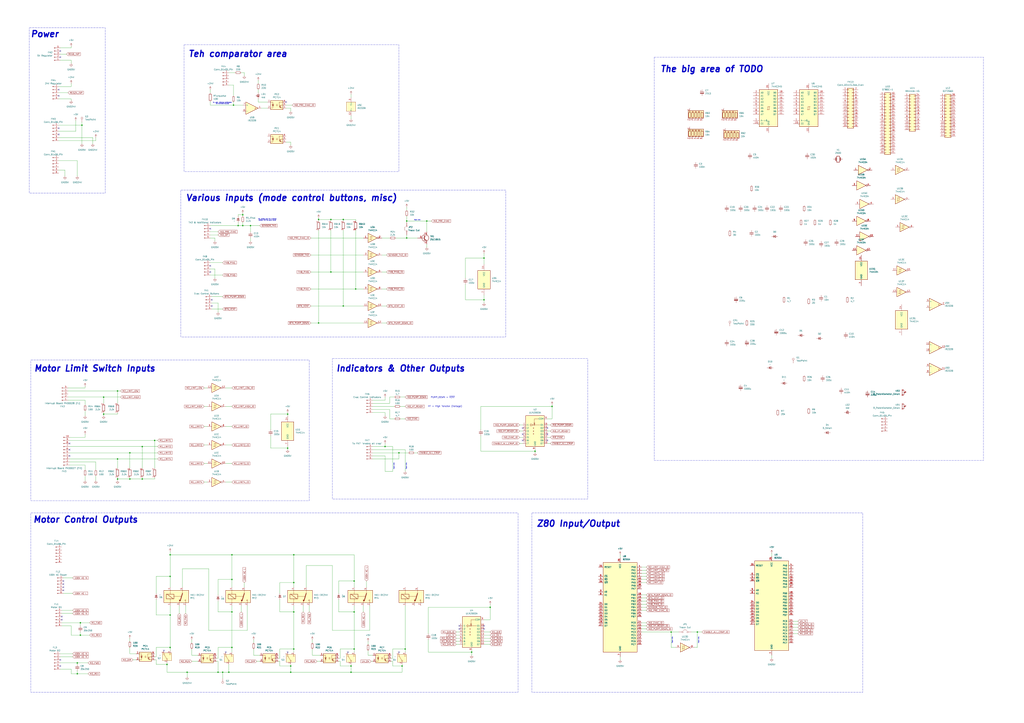
<source format=kicad_sch>
(kicad_sch
	(version 20231120)
	(generator "eeschema")
	(generator_version "8.0")
	(uuid "66cc26d7-ea0d-448d-81d6-18da17cae3ad")
	(paper "A1")
	(lib_symbols
		(symbol "74xx:74HC04"
			(exclude_from_sim no)
			(in_bom yes)
			(on_board yes)
			(property "Reference" "U"
				(at 0 1.27 0)
				(effects
					(font
						(size 1.27 1.27)
					)
				)
			)
			(property "Value" "74HC04"
				(at 0 -1.27 0)
				(effects
					(font
						(size 1.27 1.27)
					)
				)
			)
			(property "Footprint" ""
				(at 0 0 0)
				(effects
					(font
						(size 1.27 1.27)
					)
					(hide yes)
				)
			)
			(property "Datasheet" "https://assets.nexperia.com/documents/data-sheet/74HC_HCT04.pdf"
				(at 0 0 0)
				(effects
					(font
						(size 1.27 1.27)
					)
					(hide yes)
				)
			)
			(property "Description" "Hex Inverter"
				(at 0 0 0)
				(effects
					(font
						(size 1.27 1.27)
					)
					(hide yes)
				)
			)
			(property "ki_locked" ""
				(at 0 0 0)
				(effects
					(font
						(size 1.27 1.27)
					)
				)
			)
			(property "ki_keywords" "HCMOS not inv"
				(at 0 0 0)
				(effects
					(font
						(size 1.27 1.27)
					)
					(hide yes)
				)
			)
			(property "ki_fp_filters" "DIP*W7.62mm* SSOP?14* TSSOP?14*"
				(at 0 0 0)
				(effects
					(font
						(size 1.27 1.27)
					)
					(hide yes)
				)
			)
			(symbol "74HC04_1_0"
				(polyline
					(pts
						(xy -3.81 3.81) (xy -3.81 -3.81) (xy 3.81 0) (xy -3.81 3.81)
					)
					(stroke
						(width 0.254)
						(type default)
					)
					(fill
						(type background)
					)
				)
				(pin input line
					(at -7.62 0 0)
					(length 3.81)
					(name "~"
						(effects
							(font
								(size 1.27 1.27)
							)
						)
					)
					(number "1"
						(effects
							(font
								(size 1.27 1.27)
							)
						)
					)
				)
				(pin output inverted
					(at 7.62 0 180)
					(length 3.81)
					(name "~"
						(effects
							(font
								(size 1.27 1.27)
							)
						)
					)
					(number "2"
						(effects
							(font
								(size 1.27 1.27)
							)
						)
					)
				)
			)
			(symbol "74HC04_2_0"
				(polyline
					(pts
						(xy -3.81 3.81) (xy -3.81 -3.81) (xy 3.81 0) (xy -3.81 3.81)
					)
					(stroke
						(width 0.254)
						(type default)
					)
					(fill
						(type background)
					)
				)
				(pin input line
					(at -7.62 0 0)
					(length 3.81)
					(name "~"
						(effects
							(font
								(size 1.27 1.27)
							)
						)
					)
					(number "3"
						(effects
							(font
								(size 1.27 1.27)
							)
						)
					)
				)
				(pin output inverted
					(at 7.62 0 180)
					(length 3.81)
					(name "~"
						(effects
							(font
								(size 1.27 1.27)
							)
						)
					)
					(number "4"
						(effects
							(font
								(size 1.27 1.27)
							)
						)
					)
				)
			)
			(symbol "74HC04_3_0"
				(polyline
					(pts
						(xy -3.81 3.81) (xy -3.81 -3.81) (xy 3.81 0) (xy -3.81 3.81)
					)
					(stroke
						(width 0.254)
						(type default)
					)
					(fill
						(type background)
					)
				)
				(pin input line
					(at -7.62 0 0)
					(length 3.81)
					(name "~"
						(effects
							(font
								(size 1.27 1.27)
							)
						)
					)
					(number "5"
						(effects
							(font
								(size 1.27 1.27)
							)
						)
					)
				)
				(pin output inverted
					(at 7.62 0 180)
					(length 3.81)
					(name "~"
						(effects
							(font
								(size 1.27 1.27)
							)
						)
					)
					(number "6"
						(effects
							(font
								(size 1.27 1.27)
							)
						)
					)
				)
			)
			(symbol "74HC04_4_0"
				(polyline
					(pts
						(xy -3.81 3.81) (xy -3.81 -3.81) (xy 3.81 0) (xy -3.81 3.81)
					)
					(stroke
						(width 0.254)
						(type default)
					)
					(fill
						(type background)
					)
				)
				(pin output inverted
					(at 7.62 0 180)
					(length 3.81)
					(name "~"
						(effects
							(font
								(size 1.27 1.27)
							)
						)
					)
					(number "8"
						(effects
							(font
								(size 1.27 1.27)
							)
						)
					)
				)
				(pin input line
					(at -7.62 0 0)
					(length 3.81)
					(name "~"
						(effects
							(font
								(size 1.27 1.27)
							)
						)
					)
					(number "9"
						(effects
							(font
								(size 1.27 1.27)
							)
						)
					)
				)
			)
			(symbol "74HC04_5_0"
				(polyline
					(pts
						(xy -3.81 3.81) (xy -3.81 -3.81) (xy 3.81 0) (xy -3.81 3.81)
					)
					(stroke
						(width 0.254)
						(type default)
					)
					(fill
						(type background)
					)
				)
				(pin output inverted
					(at 7.62 0 180)
					(length 3.81)
					(name "~"
						(effects
							(font
								(size 1.27 1.27)
							)
						)
					)
					(number "10"
						(effects
							(font
								(size 1.27 1.27)
							)
						)
					)
				)
				(pin input line
					(at -7.62 0 0)
					(length 3.81)
					(name "~"
						(effects
							(font
								(size 1.27 1.27)
							)
						)
					)
					(number "11"
						(effects
							(font
								(size 1.27 1.27)
							)
						)
					)
				)
			)
			(symbol "74HC04_6_0"
				(polyline
					(pts
						(xy -3.81 3.81) (xy -3.81 -3.81) (xy 3.81 0) (xy -3.81 3.81)
					)
					(stroke
						(width 0.254)
						(type default)
					)
					(fill
						(type background)
					)
				)
				(pin output inverted
					(at 7.62 0 180)
					(length 3.81)
					(name "~"
						(effects
							(font
								(size 1.27 1.27)
							)
						)
					)
					(number "12"
						(effects
							(font
								(size 1.27 1.27)
							)
						)
					)
				)
				(pin input line
					(at -7.62 0 0)
					(length 3.81)
					(name "~"
						(effects
							(font
								(size 1.27 1.27)
							)
						)
					)
					(number "13"
						(effects
							(font
								(size 1.27 1.27)
							)
						)
					)
				)
			)
			(symbol "74HC04_7_0"
				(pin power_in line
					(at 0 12.7 270)
					(length 5.08)
					(name "VCC"
						(effects
							(font
								(size 1.27 1.27)
							)
						)
					)
					(number "14"
						(effects
							(font
								(size 1.27 1.27)
							)
						)
					)
				)
				(pin power_in line
					(at 0 -12.7 90)
					(length 5.08)
					(name "GND"
						(effects
							(font
								(size 1.27 1.27)
							)
						)
					)
					(number "7"
						(effects
							(font
								(size 1.27 1.27)
							)
						)
					)
				)
			)
			(symbol "74HC04_7_1"
				(rectangle
					(start -5.08 7.62)
					(end 5.08 -7.62)
					(stroke
						(width 0.254)
						(type default)
					)
					(fill
						(type background)
					)
				)
			)
		)
		(symbol "74xx:74HC14"
			(pin_names
				(offset 1.016)
			)
			(exclude_from_sim no)
			(in_bom yes)
			(on_board yes)
			(property "Reference" "U"
				(at 0 1.27 0)
				(effects
					(font
						(size 1.27 1.27)
					)
				)
			)
			(property "Value" "74HC14"
				(at 0 -1.27 0)
				(effects
					(font
						(size 1.27 1.27)
					)
				)
			)
			(property "Footprint" ""
				(at 0 0 0)
				(effects
					(font
						(size 1.27 1.27)
					)
					(hide yes)
				)
			)
			(property "Datasheet" "http://www.ti.com/lit/gpn/sn74HC14"
				(at 0 0 0)
				(effects
					(font
						(size 1.27 1.27)
					)
					(hide yes)
				)
			)
			(property "Description" "Hex inverter schmitt trigger"
				(at 0 0 0)
				(effects
					(font
						(size 1.27 1.27)
					)
					(hide yes)
				)
			)
			(property "ki_locked" ""
				(at 0 0 0)
				(effects
					(font
						(size 1.27 1.27)
					)
				)
			)
			(property "ki_keywords" "HCMOS not inverter"
				(at 0 0 0)
				(effects
					(font
						(size 1.27 1.27)
					)
					(hide yes)
				)
			)
			(property "ki_fp_filters" "DIP*W7.62mm*"
				(at 0 0 0)
				(effects
					(font
						(size 1.27 1.27)
					)
					(hide yes)
				)
			)
			(symbol "74HC14_1_0"
				(polyline
					(pts
						(xy -3.81 3.81) (xy -3.81 -3.81) (xy 3.81 0) (xy -3.81 3.81)
					)
					(stroke
						(width 0.254)
						(type default)
					)
					(fill
						(type background)
					)
				)
				(pin input line
					(at -7.62 0 0)
					(length 3.81)
					(name "~"
						(effects
							(font
								(size 1.27 1.27)
							)
						)
					)
					(number "1"
						(effects
							(font
								(size 1.27 1.27)
							)
						)
					)
				)
				(pin output inverted
					(at 7.62 0 180)
					(length 3.81)
					(name "~"
						(effects
							(font
								(size 1.27 1.27)
							)
						)
					)
					(number "2"
						(effects
							(font
								(size 1.27 1.27)
							)
						)
					)
				)
			)
			(symbol "74HC14_1_1"
				(polyline
					(pts
						(xy -1.905 -1.27) (xy -1.905 1.27) (xy -0.635 1.27)
					)
					(stroke
						(width 0)
						(type default)
					)
					(fill
						(type none)
					)
				)
				(polyline
					(pts
						(xy -2.54 -1.27) (xy -0.635 -1.27) (xy -0.635 1.27) (xy 0 1.27)
					)
					(stroke
						(width 0)
						(type default)
					)
					(fill
						(type none)
					)
				)
			)
			(symbol "74HC14_2_0"
				(polyline
					(pts
						(xy -3.81 3.81) (xy -3.81 -3.81) (xy 3.81 0) (xy -3.81 3.81)
					)
					(stroke
						(width 0.254)
						(type default)
					)
					(fill
						(type background)
					)
				)
				(pin input line
					(at -7.62 0 0)
					(length 3.81)
					(name "~"
						(effects
							(font
								(size 1.27 1.27)
							)
						)
					)
					(number "3"
						(effects
							(font
								(size 1.27 1.27)
							)
						)
					)
				)
				(pin output inverted
					(at 7.62 0 180)
					(length 3.81)
					(name "~"
						(effects
							(font
								(size 1.27 1.27)
							)
						)
					)
					(number "4"
						(effects
							(font
								(size 1.27 1.27)
							)
						)
					)
				)
			)
			(symbol "74HC14_2_1"
				(polyline
					(pts
						(xy -1.905 -1.27) (xy -1.905 1.27) (xy -0.635 1.27)
					)
					(stroke
						(width 0)
						(type default)
					)
					(fill
						(type none)
					)
				)
				(polyline
					(pts
						(xy -2.54 -1.27) (xy -0.635 -1.27) (xy -0.635 1.27) (xy 0 1.27)
					)
					(stroke
						(width 0)
						(type default)
					)
					(fill
						(type none)
					)
				)
			)
			(symbol "74HC14_3_0"
				(polyline
					(pts
						(xy -3.81 3.81) (xy -3.81 -3.81) (xy 3.81 0) (xy -3.81 3.81)
					)
					(stroke
						(width 0.254)
						(type default)
					)
					(fill
						(type background)
					)
				)
				(pin input line
					(at -7.62 0 0)
					(length 3.81)
					(name "~"
						(effects
							(font
								(size 1.27 1.27)
							)
						)
					)
					(number "5"
						(effects
							(font
								(size 1.27 1.27)
							)
						)
					)
				)
				(pin output inverted
					(at 7.62 0 180)
					(length 3.81)
					(name "~"
						(effects
							(font
								(size 1.27 1.27)
							)
						)
					)
					(number "6"
						(effects
							(font
								(size 1.27 1.27)
							)
						)
					)
				)
			)
			(symbol "74HC14_3_1"
				(polyline
					(pts
						(xy -1.905 -1.27) (xy -1.905 1.27) (xy -0.635 1.27)
					)
					(stroke
						(width 0)
						(type default)
					)
					(fill
						(type none)
					)
				)
				(polyline
					(pts
						(xy -2.54 -1.27) (xy -0.635 -1.27) (xy -0.635 1.27) (xy 0 1.27)
					)
					(stroke
						(width 0)
						(type default)
					)
					(fill
						(type none)
					)
				)
			)
			(symbol "74HC14_4_0"
				(polyline
					(pts
						(xy -3.81 3.81) (xy -3.81 -3.81) (xy 3.81 0) (xy -3.81 3.81)
					)
					(stroke
						(width 0.254)
						(type default)
					)
					(fill
						(type background)
					)
				)
				(pin output inverted
					(at 7.62 0 180)
					(length 3.81)
					(name "~"
						(effects
							(font
								(size 1.27 1.27)
							)
						)
					)
					(number "8"
						(effects
							(font
								(size 1.27 1.27)
							)
						)
					)
				)
				(pin input line
					(at -7.62 0 0)
					(length 3.81)
					(name "~"
						(effects
							(font
								(size 1.27 1.27)
							)
						)
					)
					(number "9"
						(effects
							(font
								(size 1.27 1.27)
							)
						)
					)
				)
			)
			(symbol "74HC14_4_1"
				(polyline
					(pts
						(xy -1.905 -1.27) (xy -1.905 1.27) (xy -0.635 1.27)
					)
					(stroke
						(width 0)
						(type default)
					)
					(fill
						(type none)
					)
				)
				(polyline
					(pts
						(xy -2.54 -1.27) (xy -0.635 -1.27) (xy -0.635 1.27) (xy 0 1.27)
					)
					(stroke
						(width 0)
						(type default)
					)
					(fill
						(type none)
					)
				)
			)
			(symbol "74HC14_5_0"
				(polyline
					(pts
						(xy -3.81 3.81) (xy -3.81 -3.81) (xy 3.81 0) (xy -3.81 3.81)
					)
					(stroke
						(width 0.254)
						(type default)
					)
					(fill
						(type background)
					)
				)
				(pin output inverted
					(at 7.62 0 180)
					(length 3.81)
					(name "~"
						(effects
							(font
								(size 1.27 1.27)
							)
						)
					)
					(number "10"
						(effects
							(font
								(size 1.27 1.27)
							)
						)
					)
				)
				(pin input line
					(at -7.62 0 0)
					(length 3.81)
					(name "~"
						(effects
							(font
								(size 1.27 1.27)
							)
						)
					)
					(number "11"
						(effects
							(font
								(size 1.27 1.27)
							)
						)
					)
				)
			)
			(symbol "74HC14_5_1"
				(polyline
					(pts
						(xy -1.905 -1.27) (xy -1.905 1.27) (xy -0.635 1.27)
					)
					(stroke
						(width 0)
						(type default)
					)
					(fill
						(type none)
					)
				)
				(polyline
					(pts
						(xy -2.54 -1.27) (xy -0.635 -1.27) (xy -0.635 1.27) (xy 0 1.27)
					)
					(stroke
						(width 0)
						(type default)
					)
					(fill
						(type none)
					)
				)
			)
			(symbol "74HC14_6_0"
				(polyline
					(pts
						(xy -3.81 3.81) (xy -3.81 -3.81) (xy 3.81 0) (xy -3.81 3.81)
					)
					(stroke
						(width 0.254)
						(type default)
					)
					(fill
						(type background)
					)
				)
				(pin output inverted
					(at 7.62 0 180)
					(length 3.81)
					(name "~"
						(effects
							(font
								(size 1.27 1.27)
							)
						)
					)
					(number "12"
						(effects
							(font
								(size 1.27 1.27)
							)
						)
					)
				)
				(pin input line
					(at -7.62 0 0)
					(length 3.81)
					(name "~"
						(effects
							(font
								(size 1.27 1.27)
							)
						)
					)
					(number "13"
						(effects
							(font
								(size 1.27 1.27)
							)
						)
					)
				)
			)
			(symbol "74HC14_6_1"
				(polyline
					(pts
						(xy -1.905 -1.27) (xy -1.905 1.27) (xy -0.635 1.27)
					)
					(stroke
						(width 0)
						(type default)
					)
					(fill
						(type none)
					)
				)
				(polyline
					(pts
						(xy -2.54 -1.27) (xy -0.635 -1.27) (xy -0.635 1.27) (xy 0 1.27)
					)
					(stroke
						(width 0)
						(type default)
					)
					(fill
						(type none)
					)
				)
			)
			(symbol "74HC14_7_0"
				(pin power_in line
					(at 0 12.7 270)
					(length 5.08)
					(name "VCC"
						(effects
							(font
								(size 1.27 1.27)
							)
						)
					)
					(number "14"
						(effects
							(font
								(size 1.27 1.27)
							)
						)
					)
				)
				(pin power_in line
					(at 0 -12.7 90)
					(length 5.08)
					(name "GND"
						(effects
							(font
								(size 1.27 1.27)
							)
						)
					)
					(number "7"
						(effects
							(font
								(size 1.27 1.27)
							)
						)
					)
				)
			)
			(symbol "74HC14_7_1"
				(rectangle
					(start -5.08 7.62)
					(end 5.08 -7.62)
					(stroke
						(width 0.254)
						(type default)
					)
					(fill
						(type background)
					)
				)
			)
		)
		(symbol "74xx:74HC245"
			(pin_names
				(offset 1.016)
			)
			(exclude_from_sim no)
			(in_bom yes)
			(on_board yes)
			(property "Reference" "U"
				(at -7.62 16.51 0)
				(effects
					(font
						(size 1.27 1.27)
					)
				)
			)
			(property "Value" "74HC245"
				(at -7.62 -16.51 0)
				(effects
					(font
						(size 1.27 1.27)
					)
				)
			)
			(property "Footprint" ""
				(at 0 0 0)
				(effects
					(font
						(size 1.27 1.27)
					)
					(hide yes)
				)
			)
			(property "Datasheet" "http://www.ti.com/lit/gpn/sn74HC245"
				(at 0 0 0)
				(effects
					(font
						(size 1.27 1.27)
					)
					(hide yes)
				)
			)
			(property "Description" "Octal BUS Transceivers, 3-State outputs"
				(at 0 0 0)
				(effects
					(font
						(size 1.27 1.27)
					)
					(hide yes)
				)
			)
			(property "ki_locked" ""
				(at 0 0 0)
				(effects
					(font
						(size 1.27 1.27)
					)
				)
			)
			(property "ki_keywords" "HCMOS BUS 3State"
				(at 0 0 0)
				(effects
					(font
						(size 1.27 1.27)
					)
					(hide yes)
				)
			)
			(property "ki_fp_filters" "DIP?20*"
				(at 0 0 0)
				(effects
					(font
						(size 1.27 1.27)
					)
					(hide yes)
				)
			)
			(symbol "74HC245_1_0"
				(polyline
					(pts
						(xy -0.635 -1.27) (xy -0.635 1.27) (xy 0.635 1.27)
					)
					(stroke
						(width 0)
						(type default)
					)
					(fill
						(type none)
					)
				)
				(polyline
					(pts
						(xy -1.27 -1.27) (xy 0.635 -1.27) (xy 0.635 1.27) (xy 1.27 1.27)
					)
					(stroke
						(width 0)
						(type default)
					)
					(fill
						(type none)
					)
				)
				(pin input line
					(at -12.7 -10.16 0)
					(length 5.08)
					(name "A->B"
						(effects
							(font
								(size 1.27 1.27)
							)
						)
					)
					(number "1"
						(effects
							(font
								(size 1.27 1.27)
							)
						)
					)
				)
				(pin power_in line
					(at 0 -20.32 90)
					(length 5.08)
					(name "GND"
						(effects
							(font
								(size 1.27 1.27)
							)
						)
					)
					(number "10"
						(effects
							(font
								(size 1.27 1.27)
							)
						)
					)
				)
				(pin tri_state line
					(at 12.7 -5.08 180)
					(length 5.08)
					(name "B7"
						(effects
							(font
								(size 1.27 1.27)
							)
						)
					)
					(number "11"
						(effects
							(font
								(size 1.27 1.27)
							)
						)
					)
				)
				(pin tri_state line
					(at 12.7 -2.54 180)
					(length 5.08)
					(name "B6"
						(effects
							(font
								(size 1.27 1.27)
							)
						)
					)
					(number "12"
						(effects
							(font
								(size 1.27 1.27)
							)
						)
					)
				)
				(pin tri_state line
					(at 12.7 0 180)
					(length 5.08)
					(name "B5"
						(effects
							(font
								(size 1.27 1.27)
							)
						)
					)
					(number "13"
						(effects
							(font
								(size 1.27 1.27)
							)
						)
					)
				)
				(pin tri_state line
					(at 12.7 2.54 180)
					(length 5.08)
					(name "B4"
						(effects
							(font
								(size 1.27 1.27)
							)
						)
					)
					(number "14"
						(effects
							(font
								(size 1.27 1.27)
							)
						)
					)
				)
				(pin tri_state line
					(at 12.7 5.08 180)
					(length 5.08)
					(name "B3"
						(effects
							(font
								(size 1.27 1.27)
							)
						)
					)
					(number "15"
						(effects
							(font
								(size 1.27 1.27)
							)
						)
					)
				)
				(pin tri_state line
					(at 12.7 7.62 180)
					(length 5.08)
					(name "B2"
						(effects
							(font
								(size 1.27 1.27)
							)
						)
					)
					(number "16"
						(effects
							(font
								(size 1.27 1.27)
							)
						)
					)
				)
				(pin tri_state line
					(at 12.7 10.16 180)
					(length 5.08)
					(name "B1"
						(effects
							(font
								(size 1.27 1.27)
							)
						)
					)
					(number "17"
						(effects
							(font
								(size 1.27 1.27)
							)
						)
					)
				)
				(pin tri_state line
					(at 12.7 12.7 180)
					(length 5.08)
					(name "B0"
						(effects
							(font
								(size 1.27 1.27)
							)
						)
					)
					(number "18"
						(effects
							(font
								(size 1.27 1.27)
							)
						)
					)
				)
				(pin input inverted
					(at -12.7 -12.7 0)
					(length 5.08)
					(name "CE"
						(effects
							(font
								(size 1.27 1.27)
							)
						)
					)
					(number "19"
						(effects
							(font
								(size 1.27 1.27)
							)
						)
					)
				)
				(pin tri_state line
					(at -12.7 12.7 0)
					(length 5.08)
					(name "A0"
						(effects
							(font
								(size 1.27 1.27)
							)
						)
					)
					(number "2"
						(effects
							(font
								(size 1.27 1.27)
							)
						)
					)
				)
				(pin power_in line
					(at 0 20.32 270)
					(length 5.08)
					(name "VCC"
						(effects
							(font
								(size 1.27 1.27)
							)
						)
					)
					(number "20"
						(effects
							(font
								(size 1.27 1.27)
							)
						)
					)
				)
				(pin tri_state line
					(at -12.7 10.16 0)
					(length 5.08)
					(name "A1"
						(effects
							(font
								(size 1.27 1.27)
							)
						)
					)
					(number "3"
						(effects
							(font
								(size 1.27 1.27)
							)
						)
					)
				)
				(pin tri_state line
					(at -12.7 7.62 0)
					(length 5.08)
					(name "A2"
						(effects
							(font
								(size 1.27 1.27)
							)
						)
					)
					(number "4"
						(effects
							(font
								(size 1.27 1.27)
							)
						)
					)
				)
				(pin tri_state line
					(at -12.7 5.08 0)
					(length 5.08)
					(name "A3"
						(effects
							(font
								(size 1.27 1.27)
							)
						)
					)
					(number "5"
						(effects
							(font
								(size 1.27 1.27)
							)
						)
					)
				)
				(pin tri_state line
					(at -12.7 2.54 0)
					(length 5.08)
					(name "A4"
						(effects
							(font
								(size 1.27 1.27)
							)
						)
					)
					(number "6"
						(effects
							(font
								(size 1.27 1.27)
							)
						)
					)
				)
				(pin tri_state line
					(at -12.7 0 0)
					(length 5.08)
					(name "A5"
						(effects
							(font
								(size 1.27 1.27)
							)
						)
					)
					(number "7"
						(effects
							(font
								(size 1.27 1.27)
							)
						)
					)
				)
				(pin tri_state line
					(at -12.7 -2.54 0)
					(length 5.08)
					(name "A6"
						(effects
							(font
								(size 1.27 1.27)
							)
						)
					)
					(number "8"
						(effects
							(font
								(size 1.27 1.27)
							)
						)
					)
				)
				(pin tri_state line
					(at -12.7 -5.08 0)
					(length 5.08)
					(name "A7"
						(effects
							(font
								(size 1.27 1.27)
							)
						)
					)
					(number "9"
						(effects
							(font
								(size 1.27 1.27)
							)
						)
					)
				)
			)
			(symbol "74HC245_1_1"
				(rectangle
					(start -7.62 15.24)
					(end 7.62 -15.24)
					(stroke
						(width 0.254)
						(type default)
					)
					(fill
						(type background)
					)
				)
			)
		)
		(symbol "Comparator:LM339"
			(pin_names
				(offset 0.127)
			)
			(exclude_from_sim no)
			(in_bom yes)
			(on_board yes)
			(property "Reference" "U5"
				(at 7.62 1.2701 0)
				(effects
					(font
						(size 1.27 1.27)
					)
					(justify left)
				)
			)
			(property "Value" "IR2339"
				(at 7.62 -1.2699 0)
				(effects
					(font
						(size 1.27 1.27)
					)
					(justify left)
				)
			)
			(property "Footprint" ""
				(at -1.27 2.54 0)
				(effects
					(font
						(size 1.27 1.27)
					)
					(hide yes)
				)
			)
			(property "Datasheet" "https://www.st.com/resource/en/datasheet/lm139.pdf"
				(at 1.27 5.08 0)
				(effects
					(font
						(size 1.27 1.27)
					)
					(hide yes)
				)
			)
			(property "Description" "Quad Differential Comparators, SOIC-14/TSSOP-14"
				(at 0 0 0)
				(effects
					(font
						(size 1.27 1.27)
					)
					(hide yes)
				)
			)
			(property "ki_locked" ""
				(at 0 0 0)
				(effects
					(font
						(size 1.27 1.27)
					)
				)
			)
			(property "ki_keywords" "cmp open collector"
				(at 0 0 0)
				(effects
					(font
						(size 1.27 1.27)
					)
					(hide yes)
				)
			)
			(property "ki_fp_filters" "SOIC*3.9x8.7mm*P1.27mm* TSSOP*4.4x5mm*P0.65mm*"
				(at 0 0 0)
				(effects
					(font
						(size 1.27 1.27)
					)
					(hide yes)
				)
			)
			(symbol "LM339_1_1"
				(polyline
					(pts
						(xy -5.08 5.08) (xy 5.08 0) (xy -5.08 -5.08) (xy -5.08 5.08)
					)
					(stroke
						(width 0.254)
						(type default)
					)
					(fill
						(type background)
					)
				)
				(polyline
					(pts
						(xy 3.302 -0.508) (xy 2.794 -0.508) (xy 3.302 0) (xy 2.794 0.508) (xy 2.286 0) (xy 2.794 -0.508)
						(xy 2.286 -0.508)
					)
					(stroke
						(width 0.127)
						(type default)
					)
					(fill
						(type none)
					)
				)
				(pin open_collector line
					(at 7.62 0 180)
					(length 2.54)
					(name "~"
						(effects
							(font
								(size 1.27 1.27)
							)
						)
					)
					(number "2"
						(effects
							(font
								(size 1.27 1.27)
							)
						)
					)
				)
				(pin input line
					(at -7.62 -2.54 0)
					(length 2.54)
					(name "-"
						(effects
							(font
								(size 1.27 1.27)
							)
						)
					)
					(number "4"
						(effects
							(font
								(size 1.27 1.27)
							)
						)
					)
				)
				(pin input line
					(at -7.62 2.54 0)
					(length 2.54)
					(name "+"
						(effects
							(font
								(size 1.27 1.27)
							)
						)
					)
					(number "5"
						(effects
							(font
								(size 1.27 1.27)
							)
						)
					)
				)
			)
			(symbol "LM339_2_1"
				(polyline
					(pts
						(xy -5.08 5.08) (xy 5.08 0) (xy -5.08 -5.08) (xy -5.08 5.08)
					)
					(stroke
						(width 0.254)
						(type default)
					)
					(fill
						(type background)
					)
				)
				(polyline
					(pts
						(xy 3.302 -0.508) (xy 2.794 -0.508) (xy 3.302 0) (xy 2.794 0.508) (xy 2.286 0) (xy 2.794 -0.508)
						(xy 2.286 -0.508)
					)
					(stroke
						(width 0.127)
						(type default)
					)
					(fill
						(type none)
					)
				)
				(pin open_collector line
					(at 7.62 0 180)
					(length 2.54)
					(name "~"
						(effects
							(font
								(size 1.27 1.27)
							)
						)
					)
					(number "1"
						(effects
							(font
								(size 1.27 1.27)
							)
						)
					)
				)
				(pin input line
					(at -7.62 -2.54 0)
					(length 2.54)
					(name "-"
						(effects
							(font
								(size 1.27 1.27)
							)
						)
					)
					(number "6"
						(effects
							(font
								(size 1.27 1.27)
							)
						)
					)
				)
				(pin input line
					(at -7.62 2.54 0)
					(length 2.54)
					(name "+"
						(effects
							(font
								(size 1.27 1.27)
							)
						)
					)
					(number "7"
						(effects
							(font
								(size 1.27 1.27)
							)
						)
					)
				)
			)
			(symbol "LM339_3_1"
				(polyline
					(pts
						(xy -5.08 5.08) (xy 5.08 0) (xy -5.08 -5.08) (xy -5.08 5.08)
					)
					(stroke
						(width 0.254)
						(type default)
					)
					(fill
						(type background)
					)
				)
				(polyline
					(pts
						(xy 3.302 -0.508) (xy 2.794 -0.508) (xy 3.302 0) (xy 2.794 0.508) (xy 2.286 0) (xy 2.794 -0.508)
						(xy 2.286 -0.508)
					)
					(stroke
						(width 0.127)
						(type default)
					)
					(fill
						(type none)
					)
				)
				(pin input line
					(at -7.62 -2.54 0)
					(length 2.54)
					(name "-"
						(effects
							(font
								(size 1.27 1.27)
							)
						)
					)
					(number "10"
						(effects
							(font
								(size 1.27 1.27)
							)
						)
					)
				)
				(pin input line
					(at -7.62 2.54 0)
					(length 2.54)
					(name "+"
						(effects
							(font
								(size 1.27 1.27)
							)
						)
					)
					(number "11"
						(effects
							(font
								(size 1.27 1.27)
							)
						)
					)
				)
				(pin open_collector line
					(at 7.62 0 180)
					(length 2.54)
					(name "~"
						(effects
							(font
								(size 1.27 1.27)
							)
						)
					)
					(number "13"
						(effects
							(font
								(size 1.27 1.27)
							)
						)
					)
				)
			)
			(symbol "LM339_4_1"
				(polyline
					(pts
						(xy -5.08 5.08) (xy 5.08 0) (xy -5.08 -5.08) (xy -5.08 5.08)
					)
					(stroke
						(width 0.254)
						(type default)
					)
					(fill
						(type background)
					)
				)
				(polyline
					(pts
						(xy 3.302 -0.508) (xy 2.794 -0.508) (xy 3.302 0) (xy 2.794 0.508) (xy 2.286 0) (xy 2.794 -0.508)
						(xy 2.286 -0.508)
					)
					(stroke
						(width 0.127)
						(type default)
					)
					(fill
						(type none)
					)
				)
				(pin open_collector line
					(at 7.62 0 180)
					(length 2.54)
					(name "~"
						(effects
							(font
								(size 1.27 1.27)
							)
						)
					)
					(number "14"
						(effects
							(font
								(size 1.27 1.27)
							)
						)
					)
				)
				(pin input line
					(at -7.62 -2.54 0)
					(length 2.54)
					(name "-"
						(effects
							(font
								(size 1.27 1.27)
							)
						)
					)
					(number "8"
						(effects
							(font
								(size 1.27 1.27)
							)
						)
					)
				)
				(pin input line
					(at -7.62 2.54 0)
					(length 2.54)
					(name "+"
						(effects
							(font
								(size 1.27 1.27)
							)
						)
					)
					(number "9"
						(effects
							(font
								(size 1.27 1.27)
							)
						)
					)
				)
			)
			(symbol "LM339_5_1"
				(rectangle
					(start -6.35 3.81)
					(end 1.27 -3.81)
					(stroke
						(width 0)
						(type default)
					)
					(fill
						(type background)
					)
				)
				(pin power_in line
					(at -2.54 -7.62 90)
					(length 3.81)
					(name "V-"
						(effects
							(font
								(size 1.27 1.27)
							)
						)
					)
					(number "12"
						(effects
							(font
								(size 1.27 1.27)
							)
						)
					)
				)
				(pin power_in line
					(at -2.54 7.62 270)
					(length 3.81)
					(name "V+"
						(effects
							(font
								(size 1.27 1.27)
							)
						)
					)
					(number "3"
						(effects
							(font
								(size 1.27 1.27)
							)
						)
					)
				)
			)
		)
		(symbol "Connector:Conn_01x05_Pin"
			(pin_names
				(offset 1.016) hide)
			(exclude_from_sim no)
			(in_bom yes)
			(on_board yes)
			(property "Reference" "J"
				(at 0 7.62 0)
				(effects
					(font
						(size 1.27 1.27)
					)
				)
			)
			(property "Value" "Conn_01x05_Pin"
				(at 0 -7.62 0)
				(effects
					(font
						(size 1.27 1.27)
					)
				)
			)
			(property "Footprint" ""
				(at 0 0 0)
				(effects
					(font
						(size 1.27 1.27)
					)
					(hide yes)
				)
			)
			(property "Datasheet" "~"
				(at 0 0 0)
				(effects
					(font
						(size 1.27 1.27)
					)
					(hide yes)
				)
			)
			(property "Description" "Generic connector, single row, 01x05, script generated"
				(at 0 0 0)
				(effects
					(font
						(size 1.27 1.27)
					)
					(hide yes)
				)
			)
			(property "ki_locked" ""
				(at 0 0 0)
				(effects
					(font
						(size 1.27 1.27)
					)
				)
			)
			(property "ki_keywords" "connector"
				(at 0 0 0)
				(effects
					(font
						(size 1.27 1.27)
					)
					(hide yes)
				)
			)
			(property "ki_fp_filters" "Connector*:*_1x??_*"
				(at 0 0 0)
				(effects
					(font
						(size 1.27 1.27)
					)
					(hide yes)
				)
			)
			(symbol "Conn_01x05_Pin_1_1"
				(polyline
					(pts
						(xy 1.27 -5.08) (xy 0.8636 -5.08)
					)
					(stroke
						(width 0.1524)
						(type default)
					)
					(fill
						(type none)
					)
				)
				(polyline
					(pts
						(xy 1.27 -2.54) (xy 0.8636 -2.54)
					)
					(stroke
						(width 0.1524)
						(type default)
					)
					(fill
						(type none)
					)
				)
				(polyline
					(pts
						(xy 1.27 0) (xy 0.8636 0)
					)
					(stroke
						(width 0.1524)
						(type default)
					)
					(fill
						(type none)
					)
				)
				(polyline
					(pts
						(xy 1.27 2.54) (xy 0.8636 2.54)
					)
					(stroke
						(width 0.1524)
						(type default)
					)
					(fill
						(type none)
					)
				)
				(polyline
					(pts
						(xy 1.27 5.08) (xy 0.8636 5.08)
					)
					(stroke
						(width 0.1524)
						(type default)
					)
					(fill
						(type none)
					)
				)
				(rectangle
					(start 0.8636 -4.953)
					(end 0 -5.207)
					(stroke
						(width 0.1524)
						(type default)
					)
					(fill
						(type outline)
					)
				)
				(rectangle
					(start 0.8636 -2.413)
					(end 0 -2.667)
					(stroke
						(width 0.1524)
						(type default)
					)
					(fill
						(type outline)
					)
				)
				(rectangle
					(start 0.8636 0.127)
					(end 0 -0.127)
					(stroke
						(width 0.1524)
						(type default)
					)
					(fill
						(type outline)
					)
				)
				(rectangle
					(start 0.8636 2.667)
					(end 0 2.413)
					(stroke
						(width 0.1524)
						(type default)
					)
					(fill
						(type outline)
					)
				)
				(rectangle
					(start 0.8636 5.207)
					(end 0 4.953)
					(stroke
						(width 0.1524)
						(type default)
					)
					(fill
						(type outline)
					)
				)
				(pin passive line
					(at 5.08 5.08 180)
					(length 3.81)
					(name "Pin_1"
						(effects
							(font
								(size 1.27 1.27)
							)
						)
					)
					(number "1"
						(effects
							(font
								(size 1.27 1.27)
							)
						)
					)
				)
				(pin passive line
					(at 5.08 2.54 180)
					(length 3.81)
					(name "Pin_2"
						(effects
							(font
								(size 1.27 1.27)
							)
						)
					)
					(number "2"
						(effects
							(font
								(size 1.27 1.27)
							)
						)
					)
				)
				(pin passive line
					(at 5.08 0 180)
					(length 3.81)
					(name "Pin_3"
						(effects
							(font
								(size 1.27 1.27)
							)
						)
					)
					(number "3"
						(effects
							(font
								(size 1.27 1.27)
							)
						)
					)
				)
				(pin passive line
					(at 5.08 -2.54 180)
					(length 3.81)
					(name "Pin_4"
						(effects
							(font
								(size 1.27 1.27)
							)
						)
					)
					(number "4"
						(effects
							(font
								(size 1.27 1.27)
							)
						)
					)
				)
				(pin passive line
					(at 5.08 -5.08 180)
					(length 3.81)
					(name "Pin_5"
						(effects
							(font
								(size 1.27 1.27)
							)
						)
					)
					(number "5"
						(effects
							(font
								(size 1.27 1.27)
							)
						)
					)
				)
			)
		)
		(symbol "Connector:Conn_01x06_Pin"
			(pin_names
				(offset 1.016) hide)
			(exclude_from_sim no)
			(in_bom yes)
			(on_board yes)
			(property "Reference" "J"
				(at 0 7.62 0)
				(effects
					(font
						(size 1.27 1.27)
					)
				)
			)
			(property "Value" "Conn_01x06_Pin"
				(at 0 -10.16 0)
				(effects
					(font
						(size 1.27 1.27)
					)
				)
			)
			(property "Footprint" ""
				(at 0 0 0)
				(effects
					(font
						(size 1.27 1.27)
					)
					(hide yes)
				)
			)
			(property "Datasheet" "~"
				(at 0 0 0)
				(effects
					(font
						(size 1.27 1.27)
					)
					(hide yes)
				)
			)
			(property "Description" "Generic connector, single row, 01x06, script generated"
				(at 0 0 0)
				(effects
					(font
						(size 1.27 1.27)
					)
					(hide yes)
				)
			)
			(property "ki_locked" ""
				(at 0 0 0)
				(effects
					(font
						(size 1.27 1.27)
					)
				)
			)
			(property "ki_keywords" "connector"
				(at 0 0 0)
				(effects
					(font
						(size 1.27 1.27)
					)
					(hide yes)
				)
			)
			(property "ki_fp_filters" "Connector*:*_1x??_*"
				(at 0 0 0)
				(effects
					(font
						(size 1.27 1.27)
					)
					(hide yes)
				)
			)
			(symbol "Conn_01x06_Pin_1_1"
				(polyline
					(pts
						(xy 1.27 -7.62) (xy 0.8636 -7.62)
					)
					(stroke
						(width 0.1524)
						(type default)
					)
					(fill
						(type none)
					)
				)
				(polyline
					(pts
						(xy 1.27 -5.08) (xy 0.8636 -5.08)
					)
					(stroke
						(width 0.1524)
						(type default)
					)
					(fill
						(type none)
					)
				)
				(polyline
					(pts
						(xy 1.27 -2.54) (xy 0.8636 -2.54)
					)
					(stroke
						(width 0.1524)
						(type default)
					)
					(fill
						(type none)
					)
				)
				(polyline
					(pts
						(xy 1.27 0) (xy 0.8636 0)
					)
					(stroke
						(width 0.1524)
						(type default)
					)
					(fill
						(type none)
					)
				)
				(polyline
					(pts
						(xy 1.27 2.54) (xy 0.8636 2.54)
					)
					(stroke
						(width 0.1524)
						(type default)
					)
					(fill
						(type none)
					)
				)
				(polyline
					(pts
						(xy 1.27 5.08) (xy 0.8636 5.08)
					)
					(stroke
						(width 0.1524)
						(type default)
					)
					(fill
						(type none)
					)
				)
				(rectangle
					(start 0.8636 -7.493)
					(end 0 -7.747)
					(stroke
						(width 0.1524)
						(type default)
					)
					(fill
						(type outline)
					)
				)
				(rectangle
					(start 0.8636 -4.953)
					(end 0 -5.207)
					(stroke
						(width 0.1524)
						(type default)
					)
					(fill
						(type outline)
					)
				)
				(rectangle
					(start 0.8636 -2.413)
					(end 0 -2.667)
					(stroke
						(width 0.1524)
						(type default)
					)
					(fill
						(type outline)
					)
				)
				(rectangle
					(start 0.8636 0.127)
					(end 0 -0.127)
					(stroke
						(width 0.1524)
						(type default)
					)
					(fill
						(type outline)
					)
				)
				(rectangle
					(start 0.8636 2.667)
					(end 0 2.413)
					(stroke
						(width 0.1524)
						(type default)
					)
					(fill
						(type outline)
					)
				)
				(rectangle
					(start 0.8636 5.207)
					(end 0 4.953)
					(stroke
						(width 0.1524)
						(type default)
					)
					(fill
						(type outline)
					)
				)
				(pin passive line
					(at 5.08 5.08 180)
					(length 3.81)
					(name "Pin_1"
						(effects
							(font
								(size 1.27 1.27)
							)
						)
					)
					(number "1"
						(effects
							(font
								(size 1.27 1.27)
							)
						)
					)
				)
				(pin passive line
					(at 5.08 2.54 180)
					(length 3.81)
					(name "Pin_2"
						(effects
							(font
								(size 1.27 1.27)
							)
						)
					)
					(number "2"
						(effects
							(font
								(size 1.27 1.27)
							)
						)
					)
				)
				(pin passive line
					(at 5.08 0 180)
					(length 3.81)
					(name "Pin_3"
						(effects
							(font
								(size 1.27 1.27)
							)
						)
					)
					(number "3"
						(effects
							(font
								(size 1.27 1.27)
							)
						)
					)
				)
				(pin passive line
					(at 5.08 -2.54 180)
					(length 3.81)
					(name "Pin_4"
						(effects
							(font
								(size 1.27 1.27)
							)
						)
					)
					(number "4"
						(effects
							(font
								(size 1.27 1.27)
							)
						)
					)
				)
				(pin passive line
					(at 5.08 -5.08 180)
					(length 3.81)
					(name "Pin_5"
						(effects
							(font
								(size 1.27 1.27)
							)
						)
					)
					(number "5"
						(effects
							(font
								(size 1.27 1.27)
							)
						)
					)
				)
				(pin passive line
					(at 5.08 -7.62 180)
					(length 3.81)
					(name "Pin_6"
						(effects
							(font
								(size 1.27 1.27)
							)
						)
					)
					(number "6"
						(effects
							(font
								(size 1.27 1.27)
							)
						)
					)
				)
			)
		)
		(symbol "Connector:Conn_01x10_Pin"
			(pin_names
				(offset 1.016) hide)
			(exclude_from_sim no)
			(in_bom yes)
			(on_board yes)
			(property "Reference" "J"
				(at 0 12.7 0)
				(effects
					(font
						(size 1.27 1.27)
					)
				)
			)
			(property "Value" "Conn_01x10_Pin"
				(at 0 -15.24 0)
				(effects
					(font
						(size 1.27 1.27)
					)
				)
			)
			(property "Footprint" ""
				(at 0 0 0)
				(effects
					(font
						(size 1.27 1.27)
					)
					(hide yes)
				)
			)
			(property "Datasheet" "~"
				(at 0 0 0)
				(effects
					(font
						(size 1.27 1.27)
					)
					(hide yes)
				)
			)
			(property "Description" "Generic connector, single row, 01x10, script generated"
				(at 0 0 0)
				(effects
					(font
						(size 1.27 1.27)
					)
					(hide yes)
				)
			)
			(property "ki_locked" ""
				(at 0 0 0)
				(effects
					(font
						(size 1.27 1.27)
					)
				)
			)
			(property "ki_keywords" "connector"
				(at 0 0 0)
				(effects
					(font
						(size 1.27 1.27)
					)
					(hide yes)
				)
			)
			(property "ki_fp_filters" "Connector*:*_1x??_*"
				(at 0 0 0)
				(effects
					(font
						(size 1.27 1.27)
					)
					(hide yes)
				)
			)
			(symbol "Conn_01x10_Pin_1_1"
				(polyline
					(pts
						(xy 1.27 -12.7) (xy 0.8636 -12.7)
					)
					(stroke
						(width 0.1524)
						(type default)
					)
					(fill
						(type none)
					)
				)
				(polyline
					(pts
						(xy 1.27 -10.16) (xy 0.8636 -10.16)
					)
					(stroke
						(width 0.1524)
						(type default)
					)
					(fill
						(type none)
					)
				)
				(polyline
					(pts
						(xy 1.27 -7.62) (xy 0.8636 -7.62)
					)
					(stroke
						(width 0.1524)
						(type default)
					)
					(fill
						(type none)
					)
				)
				(polyline
					(pts
						(xy 1.27 -5.08) (xy 0.8636 -5.08)
					)
					(stroke
						(width 0.1524)
						(type default)
					)
					(fill
						(type none)
					)
				)
				(polyline
					(pts
						(xy 1.27 -2.54) (xy 0.8636 -2.54)
					)
					(stroke
						(width 0.1524)
						(type default)
					)
					(fill
						(type none)
					)
				)
				(polyline
					(pts
						(xy 1.27 0) (xy 0.8636 0)
					)
					(stroke
						(width 0.1524)
						(type default)
					)
					(fill
						(type none)
					)
				)
				(polyline
					(pts
						(xy 1.27 2.54) (xy 0.8636 2.54)
					)
					(stroke
						(width 0.1524)
						(type default)
					)
					(fill
						(type none)
					)
				)
				(polyline
					(pts
						(xy 1.27 5.08) (xy 0.8636 5.08)
					)
					(stroke
						(width 0.1524)
						(type default)
					)
					(fill
						(type none)
					)
				)
				(polyline
					(pts
						(xy 1.27 7.62) (xy 0.8636 7.62)
					)
					(stroke
						(width 0.1524)
						(type default)
					)
					(fill
						(type none)
					)
				)
				(polyline
					(pts
						(xy 1.27 10.16) (xy 0.8636 10.16)
					)
					(stroke
						(width 0.1524)
						(type default)
					)
					(fill
						(type none)
					)
				)
				(rectangle
					(start 0.8636 -12.573)
					(end 0 -12.827)
					(stroke
						(width 0.1524)
						(type default)
					)
					(fill
						(type outline)
					)
				)
				(rectangle
					(start 0.8636 -10.033)
					(end 0 -10.287)
					(stroke
						(width 0.1524)
						(type default)
					)
					(fill
						(type outline)
					)
				)
				(rectangle
					(start 0.8636 -7.493)
					(end 0 -7.747)
					(stroke
						(width 0.1524)
						(type default)
					)
					(fill
						(type outline)
					)
				)
				(rectangle
					(start 0.8636 -4.953)
					(end 0 -5.207)
					(stroke
						(width 0.1524)
						(type default)
					)
					(fill
						(type outline)
					)
				)
				(rectangle
					(start 0.8636 -2.413)
					(end 0 -2.667)
					(stroke
						(width 0.1524)
						(type default)
					)
					(fill
						(type outline)
					)
				)
				(rectangle
					(start 0.8636 0.127)
					(end 0 -0.127)
					(stroke
						(width 0.1524)
						(type default)
					)
					(fill
						(type outline)
					)
				)
				(rectangle
					(start 0.8636 2.667)
					(end 0 2.413)
					(stroke
						(width 0.1524)
						(type default)
					)
					(fill
						(type outline)
					)
				)
				(rectangle
					(start 0.8636 5.207)
					(end 0 4.953)
					(stroke
						(width 0.1524)
						(type default)
					)
					(fill
						(type outline)
					)
				)
				(rectangle
					(start 0.8636 7.747)
					(end 0 7.493)
					(stroke
						(width 0.1524)
						(type default)
					)
					(fill
						(type outline)
					)
				)
				(rectangle
					(start 0.8636 10.287)
					(end 0 10.033)
					(stroke
						(width 0.1524)
						(type default)
					)
					(fill
						(type outline)
					)
				)
				(pin passive line
					(at 5.08 10.16 180)
					(length 3.81)
					(name "Pin_1"
						(effects
							(font
								(size 1.27 1.27)
							)
						)
					)
					(number "1"
						(effects
							(font
								(size 1.27 1.27)
							)
						)
					)
				)
				(pin passive line
					(at 5.08 -12.7 180)
					(length 3.81)
					(name "Pin_10"
						(effects
							(font
								(size 1.27 1.27)
							)
						)
					)
					(number "10"
						(effects
							(font
								(size 1.27 1.27)
							)
						)
					)
				)
				(pin passive line
					(at 5.08 7.62 180)
					(length 3.81)
					(name "Pin_2"
						(effects
							(font
								(size 1.27 1.27)
							)
						)
					)
					(number "2"
						(effects
							(font
								(size 1.27 1.27)
							)
						)
					)
				)
				(pin passive line
					(at 5.08 5.08 180)
					(length 3.81)
					(name "Pin_3"
						(effects
							(font
								(size 1.27 1.27)
							)
						)
					)
					(number "3"
						(effects
							(font
								(size 1.27 1.27)
							)
						)
					)
				)
				(pin passive line
					(at 5.08 2.54 180)
					(length 3.81)
					(name "Pin_4"
						(effects
							(font
								(size 1.27 1.27)
							)
						)
					)
					(number "4"
						(effects
							(font
								(size 1.27 1.27)
							)
						)
					)
				)
				(pin passive line
					(at 5.08 0 180)
					(length 3.81)
					(name "Pin_5"
						(effects
							(font
								(size 1.27 1.27)
							)
						)
					)
					(number "5"
						(effects
							(font
								(size 1.27 1.27)
							)
						)
					)
				)
				(pin passive line
					(at 5.08 -2.54 180)
					(length 3.81)
					(name "Pin_6"
						(effects
							(font
								(size 1.27 1.27)
							)
						)
					)
					(number "6"
						(effects
							(font
								(size 1.27 1.27)
							)
						)
					)
				)
				(pin passive line
					(at 5.08 -5.08 180)
					(length 3.81)
					(name "Pin_7"
						(effects
							(font
								(size 1.27 1.27)
							)
						)
					)
					(number "7"
						(effects
							(font
								(size 1.27 1.27)
							)
						)
					)
				)
				(pin passive line
					(at 5.08 -7.62 180)
					(length 3.81)
					(name "Pin_8"
						(effects
							(font
								(size 1.27 1.27)
							)
						)
					)
					(number "8"
						(effects
							(font
								(size 1.27 1.27)
							)
						)
					)
				)
				(pin passive line
					(at 5.08 -10.16 180)
					(length 3.81)
					(name "Pin_9"
						(effects
							(font
								(size 1.27 1.27)
							)
						)
					)
					(number "9"
						(effects
							(font
								(size 1.27 1.27)
							)
						)
					)
				)
			)
		)
		(symbol "Connector:TestPoint"
			(pin_numbers hide)
			(pin_names
				(offset 0.762) hide)
			(exclude_from_sim no)
			(in_bom yes)
			(on_board yes)
			(property "Reference" "TP"
				(at 0 6.858 0)
				(effects
					(font
						(size 1.27 1.27)
					)
				)
			)
			(property "Value" "TestPoint"
				(at 0 5.08 0)
				(effects
					(font
						(size 1.27 1.27)
					)
				)
			)
			(property "Footprint" ""
				(at 5.08 0 0)
				(effects
					(font
						(size 1.27 1.27)
					)
					(hide yes)
				)
			)
			(property "Datasheet" "~"
				(at 5.08 0 0)
				(effects
					(font
						(size 1.27 1.27)
					)
					(hide yes)
				)
			)
			(property "Description" "test point"
				(at 0 0 0)
				(effects
					(font
						(size 1.27 1.27)
					)
					(hide yes)
				)
			)
			(property "ki_keywords" "test point tp"
				(at 0 0 0)
				(effects
					(font
						(size 1.27 1.27)
					)
					(hide yes)
				)
			)
			(property "ki_fp_filters" "Pin* Test*"
				(at 0 0 0)
				(effects
					(font
						(size 1.27 1.27)
					)
					(hide yes)
				)
			)
			(symbol "TestPoint_0_1"
				(circle
					(center 0 3.302)
					(radius 0.762)
					(stroke
						(width 0)
						(type default)
					)
					(fill
						(type none)
					)
				)
			)
			(symbol "TestPoint_1_1"
				(pin passive line
					(at 0 0 90)
					(length 2.54)
					(name "1"
						(effects
							(font
								(size 1.27 1.27)
							)
						)
					)
					(number "1"
						(effects
							(font
								(size 1.27 1.27)
							)
						)
					)
				)
			)
		)
		(symbol "Connector_Generic:Conn_02x12_Counter_Clockwise"
			(pin_names
				(offset 1.016) hide)
			(exclude_from_sim no)
			(in_bom yes)
			(on_board yes)
			(property "Reference" "J"
				(at 1.27 15.24 0)
				(effects
					(font
						(size 1.27 1.27)
					)
				)
			)
			(property "Value" "Conn_02x12_Counter_Clockwise"
				(at 1.27 -17.78 0)
				(effects
					(font
						(size 1.27 1.27)
					)
				)
			)
			(property "Footprint" ""
				(at 0 0 0)
				(effects
					(font
						(size 1.27 1.27)
					)
					(hide yes)
				)
			)
			(property "Datasheet" "~"
				(at 0 0 0)
				(effects
					(font
						(size 1.27 1.27)
					)
					(hide yes)
				)
			)
			(property "Description" "Generic connector, double row, 02x12, counter clockwise pin numbering scheme (similar to DIP package numbering), script generated (kicad-library-utils/schlib/autogen/connector/)"
				(at 0 0 0)
				(effects
					(font
						(size 1.27 1.27)
					)
					(hide yes)
				)
			)
			(property "ki_keywords" "connector"
				(at 0 0 0)
				(effects
					(font
						(size 1.27 1.27)
					)
					(hide yes)
				)
			)
			(property "ki_fp_filters" "Connector*:*_2x??_*"
				(at 0 0 0)
				(effects
					(font
						(size 1.27 1.27)
					)
					(hide yes)
				)
			)
			(symbol "Conn_02x12_Counter_Clockwise_1_1"
				(rectangle
					(start -1.27 -15.113)
					(end 0 -15.367)
					(stroke
						(width 0.1524)
						(type default)
					)
					(fill
						(type none)
					)
				)
				(rectangle
					(start -1.27 -12.573)
					(end 0 -12.827)
					(stroke
						(width 0.1524)
						(type default)
					)
					(fill
						(type none)
					)
				)
				(rectangle
					(start -1.27 -10.033)
					(end 0 -10.287)
					(stroke
						(width 0.1524)
						(type default)
					)
					(fill
						(type none)
					)
				)
				(rectangle
					(start -1.27 -7.493)
					(end 0 -7.747)
					(stroke
						(width 0.1524)
						(type default)
					)
					(fill
						(type none)
					)
				)
				(rectangle
					(start -1.27 -4.953)
					(end 0 -5.207)
					(stroke
						(width 0.1524)
						(type default)
					)
					(fill
						(type none)
					)
				)
				(rectangle
					(start -1.27 -2.413)
					(end 0 -2.667)
					(stroke
						(width 0.1524)
						(type default)
					)
					(fill
						(type none)
					)
				)
				(rectangle
					(start -1.27 0.127)
					(end 0 -0.127)
					(stroke
						(width 0.1524)
						(type default)
					)
					(fill
						(type none)
					)
				)
				(rectangle
					(start -1.27 2.667)
					(end 0 2.413)
					(stroke
						(width 0.1524)
						(type default)
					)
					(fill
						(type none)
					)
				)
				(rectangle
					(start -1.27 5.207)
					(end 0 4.953)
					(stroke
						(width 0.1524)
						(type default)
					)
					(fill
						(type none)
					)
				)
				(rectangle
					(start -1.27 7.747)
					(end 0 7.493)
					(stroke
						(width 0.1524)
						(type default)
					)
					(fill
						(type none)
					)
				)
				(rectangle
					(start -1.27 10.287)
					(end 0 10.033)
					(stroke
						(width 0.1524)
						(type default)
					)
					(fill
						(type none)
					)
				)
				(rectangle
					(start -1.27 12.827)
					(end 0 12.573)
					(stroke
						(width 0.1524)
						(type default)
					)
					(fill
						(type none)
					)
				)
				(rectangle
					(start -1.27 13.97)
					(end 3.81 -16.51)
					(stroke
						(width 0.254)
						(type default)
					)
					(fill
						(type background)
					)
				)
				(rectangle
					(start 3.81 -15.113)
					(end 2.54 -15.367)
					(stroke
						(width 0.1524)
						(type default)
					)
					(fill
						(type none)
					)
				)
				(rectangle
					(start 3.81 -12.573)
					(end 2.54 -12.827)
					(stroke
						(width 0.1524)
						(type default)
					)
					(fill
						(type none)
					)
				)
				(rectangle
					(start 3.81 -10.033)
					(end 2.54 -10.287)
					(stroke
						(width 0.1524)
						(type default)
					)
					(fill
						(type none)
					)
				)
				(rectangle
					(start 3.81 -7.493)
					(end 2.54 -7.747)
					(stroke
						(width 0.1524)
						(type default)
					)
					(fill
						(type none)
					)
				)
				(rectangle
					(start 3.81 -4.953)
					(end 2.54 -5.207)
					(stroke
						(width 0.1524)
						(type default)
					)
					(fill
						(type none)
					)
				)
				(rectangle
					(start 3.81 -2.413)
					(end 2.54 -2.667)
					(stroke
						(width 0.1524)
						(type default)
					)
					(fill
						(type none)
					)
				)
				(rectangle
					(start 3.81 0.127)
					(end 2.54 -0.127)
					(stroke
						(width 0.1524)
						(type default)
					)
					(fill
						(type none)
					)
				)
				(rectangle
					(start 3.81 2.667)
					(end 2.54 2.413)
					(stroke
						(width 0.1524)
						(type default)
					)
					(fill
						(type none)
					)
				)
				(rectangle
					(start 3.81 5.207)
					(end 2.54 4.953)
					(stroke
						(width 0.1524)
						(type default)
					)
					(fill
						(type none)
					)
				)
				(rectangle
					(start 3.81 7.747)
					(end 2.54 7.493)
					(stroke
						(width 0.1524)
						(type default)
					)
					(fill
						(type none)
					)
				)
				(rectangle
					(start 3.81 10.287)
					(end 2.54 10.033)
					(stroke
						(width 0.1524)
						(type default)
					)
					(fill
						(type none)
					)
				)
				(rectangle
					(start 3.81 12.827)
					(end 2.54 12.573)
					(stroke
						(width 0.1524)
						(type default)
					)
					(fill
						(type none)
					)
				)
				(pin passive line
					(at -5.08 12.7 0)
					(length 3.81)
					(name "Pin_1"
						(effects
							(font
								(size 1.27 1.27)
							)
						)
					)
					(number "1"
						(effects
							(font
								(size 1.27 1.27)
							)
						)
					)
				)
				(pin passive line
					(at -5.08 -10.16 0)
					(length 3.81)
					(name "Pin_10"
						(effects
							(font
								(size 1.27 1.27)
							)
						)
					)
					(number "10"
						(effects
							(font
								(size 1.27 1.27)
							)
						)
					)
				)
				(pin passive line
					(at -5.08 -12.7 0)
					(length 3.81)
					(name "Pin_11"
						(effects
							(font
								(size 1.27 1.27)
							)
						)
					)
					(number "11"
						(effects
							(font
								(size 1.27 1.27)
							)
						)
					)
				)
				(pin passive line
					(at -5.08 -15.24 0)
					(length 3.81)
					(name "Pin_12"
						(effects
							(font
								(size 1.27 1.27)
							)
						)
					)
					(number "12"
						(effects
							(font
								(size 1.27 1.27)
							)
						)
					)
				)
				(pin passive line
					(at 7.62 -15.24 180)
					(length 3.81)
					(name "Pin_13"
						(effects
							(font
								(size 1.27 1.27)
							)
						)
					)
					(number "13"
						(effects
							(font
								(size 1.27 1.27)
							)
						)
					)
				)
				(pin passive line
					(at 7.62 -12.7 180)
					(length 3.81)
					(name "Pin_14"
						(effects
							(font
								(size 1.27 1.27)
							)
						)
					)
					(number "14"
						(effects
							(font
								(size 1.27 1.27)
							)
						)
					)
				)
				(pin passive line
					(at 7.62 -10.16 180)
					(length 3.81)
					(name "Pin_15"
						(effects
							(font
								(size 1.27 1.27)
							)
						)
					)
					(number "15"
						(effects
							(font
								(size 1.27 1.27)
							)
						)
					)
				)
				(pin passive line
					(at 7.62 -7.62 180)
					(length 3.81)
					(name "Pin_16"
						(effects
							(font
								(size 1.27 1.27)
							)
						)
					)
					(number "16"
						(effects
							(font
								(size 1.27 1.27)
							)
						)
					)
				)
				(pin passive line
					(at 7.62 -5.08 180)
					(length 3.81)
					(name "Pin_17"
						(effects
							(font
								(size 1.27 1.27)
							)
						)
					)
					(number "17"
						(effects
							(font
								(size 1.27 1.27)
							)
						)
					)
				)
				(pin passive line
					(at 7.62 -2.54 180)
					(length 3.81)
					(name "Pin_18"
						(effects
							(font
								(size 1.27 1.27)
							)
						)
					)
					(number "18"
						(effects
							(font
								(size 1.27 1.27)
							)
						)
					)
				)
				(pin passive line
					(at 7.62 0 180)
					(length 3.81)
					(name "Pin_19"
						(effects
							(font
								(size 1.27 1.27)
							)
						)
					)
					(number "19"
						(effects
							(font
								(size 1.27 1.27)
							)
						)
					)
				)
				(pin passive line
					(at -5.08 10.16 0)
					(length 3.81)
					(name "Pin_2"
						(effects
							(font
								(size 1.27 1.27)
							)
						)
					)
					(number "2"
						(effects
							(font
								(size 1.27 1.27)
							)
						)
					)
				)
				(pin passive line
					(at 7.62 2.54 180)
					(length 3.81)
					(name "Pin_20"
						(effects
							(font
								(size 1.27 1.27)
							)
						)
					)
					(number "20"
						(effects
							(font
								(size 1.27 1.27)
							)
						)
					)
				)
				(pin passive line
					(at 7.62 5.08 180)
					(length 3.81)
					(name "Pin_21"
						(effects
							(font
								(size 1.27 1.27)
							)
						)
					)
					(number "21"
						(effects
							(font
								(size 1.27 1.27)
							)
						)
					)
				)
				(pin passive line
					(at 7.62 7.62 180)
					(length 3.81)
					(name "Pin_22"
						(effects
							(font
								(size 1.27 1.27)
							)
						)
					)
					(number "22"
						(effects
							(font
								(size 1.27 1.27)
							)
						)
					)
				)
				(pin passive line
					(at 7.62 10.16 180)
					(length 3.81)
					(name "Pin_23"
						(effects
							(font
								(size 1.27 1.27)
							)
						)
					)
					(number "23"
						(effects
							(font
								(size 1.27 1.27)
							)
						)
					)
				)
				(pin passive line
					(at 7.62 12.7 180)
					(length 3.81)
					(name "Pin_24"
						(effects
							(font
								(size 1.27 1.27)
							)
						)
					)
					(number "24"
						(effects
							(font
								(size 1.27 1.27)
							)
						)
					)
				)
				(pin passive line
					(at -5.08 7.62 0)
					(length 3.81)
					(name "Pin_3"
						(effects
							(font
								(size 1.27 1.27)
							)
						)
					)
					(number "3"
						(effects
							(font
								(size 1.27 1.27)
							)
						)
					)
				)
				(pin passive line
					(at -5.08 5.08 0)
					(length 3.81)
					(name "Pin_4"
						(effects
							(font
								(size 1.27 1.27)
							)
						)
					)
					(number "4"
						(effects
							(font
								(size 1.27 1.27)
							)
						)
					)
				)
				(pin passive line
					(at -5.08 2.54 0)
					(length 3.81)
					(name "Pin_5"
						(effects
							(font
								(size 1.27 1.27)
							)
						)
					)
					(number "5"
						(effects
							(font
								(size 1.27 1.27)
							)
						)
					)
				)
				(pin passive line
					(at -5.08 0 0)
					(length 3.81)
					(name "Pin_6"
						(effects
							(font
								(size 1.27 1.27)
							)
						)
					)
					(number "6"
						(effects
							(font
								(size 1.27 1.27)
							)
						)
					)
				)
				(pin passive line
					(at -5.08 -2.54 0)
					(length 3.81)
					(name "Pin_7"
						(effects
							(font
								(size 1.27 1.27)
							)
						)
					)
					(number "7"
						(effects
							(font
								(size 1.27 1.27)
							)
						)
					)
				)
				(pin passive line
					(at -5.08 -5.08 0)
					(length 3.81)
					(name "Pin_8"
						(effects
							(font
								(size 1.27 1.27)
							)
						)
					)
					(number "8"
						(effects
							(font
								(size 1.27 1.27)
							)
						)
					)
				)
				(pin passive line
					(at -5.08 -7.62 0)
					(length 3.81)
					(name "Pin_9"
						(effects
							(font
								(size 1.27 1.27)
							)
						)
					)
					(number "9"
						(effects
							(font
								(size 1.27 1.27)
							)
						)
					)
				)
			)
		)
		(symbol "Connector_Generic:Conn_02x13_Odd_Even"
			(pin_names
				(offset 1.016) hide)
			(exclude_from_sim no)
			(in_bom yes)
			(on_board yes)
			(property "Reference" "J"
				(at 1.27 17.78 0)
				(effects
					(font
						(size 1.27 1.27)
					)
				)
			)
			(property "Value" "Conn_02x13_Odd_Even"
				(at 1.27 -17.78 0)
				(effects
					(font
						(size 1.27 1.27)
					)
				)
			)
			(property "Footprint" ""
				(at 0 0 0)
				(effects
					(font
						(size 1.27 1.27)
					)
					(hide yes)
				)
			)
			(property "Datasheet" "~"
				(at 0 0 0)
				(effects
					(font
						(size 1.27 1.27)
					)
					(hide yes)
				)
			)
			(property "Description" "Generic connector, double row, 02x13, odd/even pin numbering scheme (row 1 odd numbers, row 2 even numbers), script generated (kicad-library-utils/schlib/autogen/connector/)"
				(at 0 0 0)
				(effects
					(font
						(size 1.27 1.27)
					)
					(hide yes)
				)
			)
			(property "ki_keywords" "connector"
				(at 0 0 0)
				(effects
					(font
						(size 1.27 1.27)
					)
					(hide yes)
				)
			)
			(property "ki_fp_filters" "Connector*:*_2x??_*"
				(at 0 0 0)
				(effects
					(font
						(size 1.27 1.27)
					)
					(hide yes)
				)
			)
			(symbol "Conn_02x13_Odd_Even_1_1"
				(rectangle
					(start -1.27 -15.113)
					(end 0 -15.367)
					(stroke
						(width 0.1524)
						(type default)
					)
					(fill
						(type none)
					)
				)
				(rectangle
					(start -1.27 -12.573)
					(end 0 -12.827)
					(stroke
						(width 0.1524)
						(type default)
					)
					(fill
						(type none)
					)
				)
				(rectangle
					(start -1.27 -10.033)
					(end 0 -10.287)
					(stroke
						(width 0.1524)
						(type default)
					)
					(fill
						(type none)
					)
				)
				(rectangle
					(start -1.27 -7.493)
					(end 0 -7.747)
					(stroke
						(width 0.1524)
						(type default)
					)
					(fill
						(type none)
					)
				)
				(rectangle
					(start -1.27 -4.953)
					(end 0 -5.207)
					(stroke
						(width 0.1524)
						(type default)
					)
					(fill
						(type none)
					)
				)
				(rectangle
					(start -1.27 -2.413)
					(end 0 -2.667)
					(stroke
						(width 0.1524)
						(type default)
					)
					(fill
						(type none)
					)
				)
				(rectangle
					(start -1.27 0.127)
					(end 0 -0.127)
					(stroke
						(width 0.1524)
						(type default)
					)
					(fill
						(type none)
					)
				)
				(rectangle
					(start -1.27 2.667)
					(end 0 2.413)
					(stroke
						(width 0.1524)
						(type default)
					)
					(fill
						(type none)
					)
				)
				(rectangle
					(start -1.27 5.207)
					(end 0 4.953)
					(stroke
						(width 0.1524)
						(type default)
					)
					(fill
						(type none)
					)
				)
				(rectangle
					(start -1.27 7.747)
					(end 0 7.493)
					(stroke
						(width 0.1524)
						(type default)
					)
					(fill
						(type none)
					)
				)
				(rectangle
					(start -1.27 10.287)
					(end 0 10.033)
					(stroke
						(width 0.1524)
						(type default)
					)
					(fill
						(type none)
					)
				)
				(rectangle
					(start -1.27 12.827)
					(end 0 12.573)
					(stroke
						(width 0.1524)
						(type default)
					)
					(fill
						(type none)
					)
				)
				(rectangle
					(start -1.27 15.367)
					(end 0 15.113)
					(stroke
						(width 0.1524)
						(type default)
					)
					(fill
						(type none)
					)
				)
				(rectangle
					(start -1.27 16.51)
					(end 3.81 -16.51)
					(stroke
						(width 0.254)
						(type default)
					)
					(fill
						(type background)
					)
				)
				(rectangle
					(start 3.81 -15.113)
					(end 2.54 -15.367)
					(stroke
						(width 0.1524)
						(type default)
					)
					(fill
						(type none)
					)
				)
				(rectangle
					(start 3.81 -12.573)
					(end 2.54 -12.827)
					(stroke
						(width 0.1524)
						(type default)
					)
					(fill
						(type none)
					)
				)
				(rectangle
					(start 3.81 -10.033)
					(end 2.54 -10.287)
					(stroke
						(width 0.1524)
						(type default)
					)
					(fill
						(type none)
					)
				)
				(rectangle
					(start 3.81 -7.493)
					(end 2.54 -7.747)
					(stroke
						(width 0.1524)
						(type default)
					)
					(fill
						(type none)
					)
				)
				(rectangle
					(start 3.81 -4.953)
					(end 2.54 -5.207)
					(stroke
						(width 0.1524)
						(type default)
					)
					(fill
						(type none)
					)
				)
				(rectangle
					(start 3.81 -2.413)
					(end 2.54 -2.667)
					(stroke
						(width 0.1524)
						(type default)
					)
					(fill
						(type none)
					)
				)
				(rectangle
					(start 3.81 0.127)
					(end 2.54 -0.127)
					(stroke
						(width 0.1524)
						(type default)
					)
					(fill
						(type none)
					)
				)
				(rectangle
					(start 3.81 2.667)
					(end 2.54 2.413)
					(stroke
						(width 0.1524)
						(type default)
					)
					(fill
						(type none)
					)
				)
				(rectangle
					(start 3.81 5.207)
					(end 2.54 4.953)
					(stroke
						(width 0.1524)
						(type default)
					)
					(fill
						(type none)
					)
				)
				(rectangle
					(start 3.81 7.747)
					(end 2.54 7.493)
					(stroke
						(width 0.1524)
						(type default)
					)
					(fill
						(type none)
					)
				)
				(rectangle
					(start 3.81 10.287)
					(end 2.54 10.033)
					(stroke
						(width 0.1524)
						(type default)
					)
					(fill
						(type none)
					)
				)
				(rectangle
					(start 3.81 12.827)
					(end 2.54 12.573)
					(stroke
						(width 0.1524)
						(type default)
					)
					(fill
						(type none)
					)
				)
				(rectangle
					(start 3.81 15.367)
					(end 2.54 15.113)
					(stroke
						(width 0.1524)
						(type default)
					)
					(fill
						(type none)
					)
				)
				(pin passive line
					(at -5.08 15.24 0)
					(length 3.81)
					(name "Pin_1"
						(effects
							(font
								(size 1.27 1.27)
							)
						)
					)
					(number "1"
						(effects
							(font
								(size 1.27 1.27)
							)
						)
					)
				)
				(pin passive line
					(at 7.62 5.08 180)
					(length 3.81)
					(name "Pin_10"
						(effects
							(font
								(size 1.27 1.27)
							)
						)
					)
					(number "10"
						(effects
							(font
								(size 1.27 1.27)
							)
						)
					)
				)
				(pin passive line
					(at -5.08 2.54 0)
					(length 3.81)
					(name "Pin_11"
						(effects
							(font
								(size 1.27 1.27)
							)
						)
					)
					(number "11"
						(effects
							(font
								(size 1.27 1.27)
							)
						)
					)
				)
				(pin passive line
					(at 7.62 2.54 180)
					(length 3.81)
					(name "Pin_12"
						(effects
							(font
								(size 1.27 1.27)
							)
						)
					)
					(number "12"
						(effects
							(font
								(size 1.27 1.27)
							)
						)
					)
				)
				(pin passive line
					(at -5.08 0 0)
					(length 3.81)
					(name "Pin_13"
						(effects
							(font
								(size 1.27 1.27)
							)
						)
					)
					(number "13"
						(effects
							(font
								(size 1.27 1.27)
							)
						)
					)
				)
				(pin passive line
					(at 7.62 0 180)
					(length 3.81)
					(name "Pin_14"
						(effects
							(font
								(size 1.27 1.27)
							)
						)
					)
					(number "14"
						(effects
							(font
								(size 1.27 1.27)
							)
						)
					)
				)
				(pin passive line
					(at -5.08 -2.54 0)
					(length 3.81)
					(name "Pin_15"
						(effects
							(font
								(size 1.27 1.27)
							)
						)
					)
					(number "15"
						(effects
							(font
								(size 1.27 1.27)
							)
						)
					)
				)
				(pin passive line
					(at 7.62 -2.54 180)
					(length 3.81)
					(name "Pin_16"
						(effects
							(font
								(size 1.27 1.27)
							)
						)
					)
					(number "16"
						(effects
							(font
								(size 1.27 1.27)
							)
						)
					)
				)
				(pin passive line
					(at -5.08 -5.08 0)
					(length 3.81)
					(name "Pin_17"
						(effects
							(font
								(size 1.27 1.27)
							)
						)
					)
					(number "17"
						(effects
							(font
								(size 1.27 1.27)
							)
						)
					)
				)
				(pin passive line
					(at 7.62 -5.08 180)
					(length 3.81)
					(name "Pin_18"
						(effects
							(font
								(size 1.27 1.27)
							)
						)
					)
					(number "18"
						(effects
							(font
								(size 1.27 1.27)
							)
						)
					)
				)
				(pin passive line
					(at -5.08 -7.62 0)
					(length 3.81)
					(name "Pin_19"
						(effects
							(font
								(size 1.27 1.27)
							)
						)
					)
					(number "19"
						(effects
							(font
								(size 1.27 1.27)
							)
						)
					)
				)
				(pin passive line
					(at 7.62 15.24 180)
					(length 3.81)
					(name "Pin_2"
						(effects
							(font
								(size 1.27 1.27)
							)
						)
					)
					(number "2"
						(effects
							(font
								(size 1.27 1.27)
							)
						)
					)
				)
				(pin passive line
					(at 7.62 -7.62 180)
					(length 3.81)
					(name "Pin_20"
						(effects
							(font
								(size 1.27 1.27)
							)
						)
					)
					(number "20"
						(effects
							(font
								(size 1.27 1.27)
							)
						)
					)
				)
				(pin passive line
					(at -5.08 -10.16 0)
					(length 3.81)
					(name "Pin_21"
						(effects
							(font
								(size 1.27 1.27)
							)
						)
					)
					(number "21"
						(effects
							(font
								(size 1.27 1.27)
							)
						)
					)
				)
				(pin passive line
					(at 7.62 -10.16 180)
					(length 3.81)
					(name "Pin_22"
						(effects
							(font
								(size 1.27 1.27)
							)
						)
					)
					(number "22"
						(effects
							(font
								(size 1.27 1.27)
							)
						)
					)
				)
				(pin passive line
					(at -5.08 -12.7 0)
					(length 3.81)
					(name "Pin_23"
						(effects
							(font
								(size 1.27 1.27)
							)
						)
					)
					(number "23"
						(effects
							(font
								(size 1.27 1.27)
							)
						)
					)
				)
				(pin passive line
					(at 7.62 -12.7 180)
					(length 3.81)
					(name "Pin_24"
						(effects
							(font
								(size 1.27 1.27)
							)
						)
					)
					(number "24"
						(effects
							(font
								(size 1.27 1.27)
							)
						)
					)
				)
				(pin passive line
					(at -5.08 -15.24 0)
					(length 3.81)
					(name "Pin_25"
						(effects
							(font
								(size 1.27 1.27)
							)
						)
					)
					(number "25"
						(effects
							(font
								(size 1.27 1.27)
							)
						)
					)
				)
				(pin passive line
					(at 7.62 -15.24 180)
					(length 3.81)
					(name "Pin_26"
						(effects
							(font
								(size 1.27 1.27)
							)
						)
					)
					(number "26"
						(effects
							(font
								(size 1.27 1.27)
							)
						)
					)
				)
				(pin passive line
					(at -5.08 12.7 0)
					(length 3.81)
					(name "Pin_3"
						(effects
							(font
								(size 1.27 1.27)
							)
						)
					)
					(number "3"
						(effects
							(font
								(size 1.27 1.27)
							)
						)
					)
				)
				(pin passive line
					(at 7.62 12.7 180)
					(length 3.81)
					(name "Pin_4"
						(effects
							(font
								(size 1.27 1.27)
							)
						)
					)
					(number "4"
						(effects
							(font
								(size 1.27 1.27)
							)
						)
					)
				)
				(pin passive line
					(at -5.08 10.16 0)
					(length 3.81)
					(name "Pin_5"
						(effects
							(font
								(size 1.27 1.27)
							)
						)
					)
					(number "5"
						(effects
							(font
								(size 1.27 1.27)
							)
						)
					)
				)
				(pin passive line
					(at 7.62 10.16 180)
					(length 3.81)
					(name "Pin_6"
						(effects
							(font
								(size 1.27 1.27)
							)
						)
					)
					(number "6"
						(effects
							(font
								(size 1.27 1.27)
							)
						)
					)
				)
				(pin passive line
					(at -5.08 7.62 0)
					(length 3.81)
					(name "Pin_7"
						(effects
							(font
								(size 1.27 1.27)
							)
						)
					)
					(number "7"
						(effects
							(font
								(size 1.27 1.27)
							)
						)
					)
				)
				(pin passive line
					(at 7.62 7.62 180)
					(length 3.81)
					(name "Pin_8"
						(effects
							(font
								(size 1.27 1.27)
							)
						)
					)
					(number "8"
						(effects
							(font
								(size 1.27 1.27)
							)
						)
					)
				)
				(pin passive line
					(at -5.08 5.08 0)
					(length 3.81)
					(name "Pin_9"
						(effects
							(font
								(size 1.27 1.27)
							)
						)
					)
					(number "9"
						(effects
							(font
								(size 1.27 1.27)
							)
						)
					)
				)
			)
		)
		(symbol "Connector_Generic:Conn_02x14_Counter_Clockwise"
			(pin_names
				(offset 1.016) hide)
			(exclude_from_sim no)
			(in_bom yes)
			(on_board yes)
			(property "Reference" "J"
				(at 1.27 17.78 0)
				(effects
					(font
						(size 1.27 1.27)
					)
				)
			)
			(property "Value" "Conn_02x14_Counter_Clockwise"
				(at 1.27 -20.32 0)
				(effects
					(font
						(size 1.27 1.27)
					)
				)
			)
			(property "Footprint" ""
				(at 0 0 0)
				(effects
					(font
						(size 1.27 1.27)
					)
					(hide yes)
				)
			)
			(property "Datasheet" "~"
				(at 0 0 0)
				(effects
					(font
						(size 1.27 1.27)
					)
					(hide yes)
				)
			)
			(property "Description" "Generic connector, double row, 02x14, counter clockwise pin numbering scheme (similar to DIP package numbering), script generated (kicad-library-utils/schlib/autogen/connector/)"
				(at 0 0 0)
				(effects
					(font
						(size 1.27 1.27)
					)
					(hide yes)
				)
			)
			(property "ki_keywords" "connector"
				(at 0 0 0)
				(effects
					(font
						(size 1.27 1.27)
					)
					(hide yes)
				)
			)
			(property "ki_fp_filters" "Connector*:*_2x??_*"
				(at 0 0 0)
				(effects
					(font
						(size 1.27 1.27)
					)
					(hide yes)
				)
			)
			(symbol "Conn_02x14_Counter_Clockwise_1_1"
				(rectangle
					(start -1.27 -17.653)
					(end 0 -17.907)
					(stroke
						(width 0.1524)
						(type default)
					)
					(fill
						(type none)
					)
				)
				(rectangle
					(start -1.27 -15.113)
					(end 0 -15.367)
					(stroke
						(width 0.1524)
						(type default)
					)
					(fill
						(type none)
					)
				)
				(rectangle
					(start -1.27 -12.573)
					(end 0 -12.827)
					(stroke
						(width 0.1524)
						(type default)
					)
					(fill
						(type none)
					)
				)
				(rectangle
					(start -1.27 -10.033)
					(end 0 -10.287)
					(stroke
						(width 0.1524)
						(type default)
					)
					(fill
						(type none)
					)
				)
				(rectangle
					(start -1.27 -7.493)
					(end 0 -7.747)
					(stroke
						(width 0.1524)
						(type default)
					)
					(fill
						(type none)
					)
				)
				(rectangle
					(start -1.27 -4.953)
					(end 0 -5.207)
					(stroke
						(width 0.1524)
						(type default)
					)
					(fill
						(type none)
					)
				)
				(rectangle
					(start -1.27 -2.413)
					(end 0 -2.667)
					(stroke
						(width 0.1524)
						(type default)
					)
					(fill
						(type none)
					)
				)
				(rectangle
					(start -1.27 0.127)
					(end 0 -0.127)
					(stroke
						(width 0.1524)
						(type default)
					)
					(fill
						(type none)
					)
				)
				(rectangle
					(start -1.27 2.667)
					(end 0 2.413)
					(stroke
						(width 0.1524)
						(type default)
					)
					(fill
						(type none)
					)
				)
				(rectangle
					(start -1.27 5.207)
					(end 0 4.953)
					(stroke
						(width 0.1524)
						(type default)
					)
					(fill
						(type none)
					)
				)
				(rectangle
					(start -1.27 7.747)
					(end 0 7.493)
					(stroke
						(width 0.1524)
						(type default)
					)
					(fill
						(type none)
					)
				)
				(rectangle
					(start -1.27 10.287)
					(end 0 10.033)
					(stroke
						(width 0.1524)
						(type default)
					)
					(fill
						(type none)
					)
				)
				(rectangle
					(start -1.27 12.827)
					(end 0 12.573)
					(stroke
						(width 0.1524)
						(type default)
					)
					(fill
						(type none)
					)
				)
				(rectangle
					(start -1.27 15.367)
					(end 0 15.113)
					(stroke
						(width 0.1524)
						(type default)
					)
					(fill
						(type none)
					)
				)
				(rectangle
					(start -1.27 16.51)
					(end 3.81 -19.05)
					(stroke
						(width 0.254)
						(type default)
					)
					(fill
						(type background)
					)
				)
				(rectangle
					(start 3.81 -17.653)
					(end 2.54 -17.907)
					(stroke
						(width 0.1524)
						(type default)
					)
					(fill
						(type none)
					)
				)
				(rectangle
					(start 3.81 -15.113)
					(end 2.54 -15.367)
					(stroke
						(width 0.1524)
						(type default)
					)
					(fill
						(type none)
					)
				)
				(rectangle
					(start 3.81 -12.573)
					(end 2.54 -12.827)
					(stroke
						(width 0.1524)
						(type default)
					)
					(fill
						(type none)
					)
				)
				(rectangle
					(start 3.81 -10.033)
					(end 2.54 -10.287)
					(stroke
						(width 0.1524)
						(type default)
					)
					(fill
						(type none)
					)
				)
				(rectangle
					(start 3.81 -7.493)
					(end 2.54 -7.747)
					(stroke
						(width 0.1524)
						(type default)
					)
					(fill
						(type none)
					)
				)
				(rectangle
					(start 3.81 -4.953)
					(end 2.54 -5.207)
					(stroke
						(width 0.1524)
						(type default)
					)
					(fill
						(type none)
					)
				)
				(rectangle
					(start 3.81 -2.413)
					(end 2.54 -2.667)
					(stroke
						(width 0.1524)
						(type default)
					)
					(fill
						(type none)
					)
				)
				(rectangle
					(start 3.81 0.127)
					(end 2.54 -0.127)
					(stroke
						(width 0.1524)
						(type default)
					)
					(fill
						(type none)
					)
				)
				(rectangle
					(start 3.81 2.667)
					(end 2.54 2.413)
					(stroke
						(width 0.1524)
						(type default)
					)
					(fill
						(type none)
					)
				)
				(rectangle
					(start 3.81 5.207)
					(end 2.54 4.953)
					(stroke
						(width 0.1524)
						(type default)
					)
					(fill
						(type none)
					)
				)
				(rectangle
					(start 3.81 7.747)
					(end 2.54 7.493)
					(stroke
						(width 0.1524)
						(type default)
					)
					(fill
						(type none)
					)
				)
				(rectangle
					(start 3.81 10.287)
					(end 2.54 10.033)
					(stroke
						(width 0.1524)
						(type default)
					)
					(fill
						(type none)
					)
				)
				(rectangle
					(start 3.81 12.827)
					(end 2.54 12.573)
					(stroke
						(width 0.1524)
						(type default)
					)
					(fill
						(type none)
					)
				)
				(rectangle
					(start 3.81 15.367)
					(end 2.54 15.113)
					(stroke
						(width 0.1524)
						(type default)
					)
					(fill
						(type none)
					)
				)
				(pin passive line
					(at -5.08 15.24 0)
					(length 3.81)
					(name "Pin_1"
						(effects
							(font
								(size 1.27 1.27)
							)
						)
					)
					(number "1"
						(effects
							(font
								(size 1.27 1.27)
							)
						)
					)
				)
				(pin passive line
					(at -5.08 -7.62 0)
					(length 3.81)
					(name "Pin_10"
						(effects
							(font
								(size 1.27 1.27)
							)
						)
					)
					(number "10"
						(effects
							(font
								(size 1.27 1.27)
							)
						)
					)
				)
				(pin passive line
					(at -5.08 -10.16 0)
					(length 3.81)
					(name "Pin_11"
						(effects
							(font
								(size 1.27 1.27)
							)
						)
					)
					(number "11"
						(effects
							(font
								(size 1.27 1.27)
							)
						)
					)
				)
				(pin passive line
					(at -5.08 -12.7 0)
					(length 3.81)
					(name "Pin_12"
						(effects
							(font
								(size 1.27 1.27)
							)
						)
					)
					(number "12"
						(effects
							(font
								(size 1.27 1.27)
							)
						)
					)
				)
				(pin passive line
					(at -5.08 -15.24 0)
					(length 3.81)
					(name "Pin_13"
						(effects
							(font
								(size 1.27 1.27)
							)
						)
					)
					(number "13"
						(effects
							(font
								(size 1.27 1.27)
							)
						)
					)
				)
				(pin passive line
					(at -5.08 -17.78 0)
					(length 3.81)
					(name "Pin_14"
						(effects
							(font
								(size 1.27 1.27)
							)
						)
					)
					(number "14"
						(effects
							(font
								(size 1.27 1.27)
							)
						)
					)
				)
				(pin passive line
					(at 7.62 -17.78 180)
					(length 3.81)
					(name "Pin_15"
						(effects
							(font
								(size 1.27 1.27)
							)
						)
					)
					(number "15"
						(effects
							(font
								(size 1.27 1.27)
							)
						)
					)
				)
				(pin passive line
					(at 7.62 -15.24 180)
					(length 3.81)
					(name "Pin_16"
						(effects
							(font
								(size 1.27 1.27)
							)
						)
					)
					(number "16"
						(effects
							(font
								(size 1.27 1.27)
							)
						)
					)
				)
				(pin passive line
					(at 7.62 -12.7 180)
					(length 3.81)
					(name "Pin_17"
						(effects
							(font
								(size 1.27 1.27)
							)
						)
					)
					(number "17"
						(effects
							(font
								(size 1.27 1.27)
							)
						)
					)
				)
				(pin passive line
					(at 7.62 -10.16 180)
					(length 3.81)
					(name "Pin_18"
						(effects
							(font
								(size 1.27 1.27)
							)
						)
					)
					(number "18"
						(effects
							(font
								(size 1.27 1.27)
							)
						)
					)
				)
				(pin passive line
					(at 7.62 -7.62 180)
					(length 3.81)
					(name "Pin_19"
						(effects
							(font
								(size 1.27 1.27)
							)
						)
					)
					(number "19"
						(effects
							(font
								(size 1.27 1.27)
							)
						)
					)
				)
				(pin passive line
					(at -5.08 12.7 0)
					(length 3.81)
					(name "Pin_2"
						(effects
							(font
								(size 1.27 1.27)
							)
						)
					)
					(number "2"
						(effects
							(font
								(size 1.27 1.27)
							)
						)
					)
				)
				(pin passive line
					(at 7.62 -5.08 180)
					(length 3.81)
					(name "Pin_20"
						(effects
							(font
								(size 1.27 1.27)
							)
						)
					)
					(number "20"
						(effects
							(font
								(size 1.27 1.27)
							)
						)
					)
				)
				(pin passive line
					(at 7.62 -2.54 180)
					(length 3.81)
					(name "Pin_21"
						(effects
							(font
								(size 1.27 1.27)
							)
						)
					)
					(number "21"
						(effects
							(font
								(size 1.27 1.27)
							)
						)
					)
				)
				(pin passive line
					(at 7.62 0 180)
					(length 3.81)
					(name "Pin_22"
						(effects
							(font
								(size 1.27 1.27)
							)
						)
					)
					(number "22"
						(effects
							(font
								(size 1.27 1.27)
							)
						)
					)
				)
				(pin passive line
					(at 7.62 2.54 180)
					(length 3.81)
					(name "Pin_23"
						(effects
							(font
								(size 1.27 1.27)
							)
						)
					)
					(number "23"
						(effects
							(font
								(size 1.27 1.27)
							)
						)
					)
				)
				(pin passive line
					(at 7.62 5.08 180)
					(length 3.81)
					(name "Pin_24"
						(effects
							(font
								(size 1.27 1.27)
							)
						)
					)
					(number "24"
						(effects
							(font
								(size 1.27 1.27)
							)
						)
					)
				)
				(pin passive line
					(at 7.62 7.62 180)
					(length 3.81)
					(name "Pin_25"
						(effects
							(font
								(size 1.27 1.27)
							)
						)
					)
					(number "25"
						(effects
							(font
								(size 1.27 1.27)
							)
						)
					)
				)
				(pin passive line
					(at 7.62 10.16 180)
					(length 3.81)
					(name "Pin_26"
						(effects
							(font
								(size 1.27 1.27)
							)
						)
					)
					(number "26"
						(effects
							(font
								(size 1.27 1.27)
							)
						)
					)
				)
				(pin passive line
					(at 7.62 12.7 180)
					(length 3.81)
					(name "Pin_27"
						(effects
							(font
								(size 1.27 1.27)
							)
						)
					)
					(number "27"
						(effects
							(font
								(size 1.27 1.27)
							)
						)
					)
				)
				(pin passive line
					(at 7.62 15.24 180)
					(length 3.81)
					(name "Pin_28"
						(effects
							(font
								(size 1.27 1.27)
							)
						)
					)
					(number "28"
						(effects
							(font
								(size 1.27 1.27)
							)
						)
					)
				)
				(pin passive line
					(at -5.08 10.16 0)
					(length 3.81)
					(name "Pin_3"
						(effects
							(font
								(size 1.27 1.27)
							)
						)
					)
					(number "3"
						(effects
							(font
								(size 1.27 1.27)
							)
						)
					)
				)
				(pin passive line
					(at -5.08 7.62 0)
					(length 3.81)
					(name "Pin_4"
						(effects
							(font
								(size 1.27 1.27)
							)
						)
					)
					(number "4"
						(effects
							(font
								(size 1.27 1.27)
							)
						)
					)
				)
				(pin passive line
					(at -5.08 5.08 0)
					(length 3.81)
					(name "Pin_5"
						(effects
							(font
								(size 1.27 1.27)
							)
						)
					)
					(number "5"
						(effects
							(font
								(size 1.27 1.27)
							)
						)
					)
				)
				(pin passive line
					(at -5.08 2.54 0)
					(length 3.81)
					(name "Pin_6"
						(effects
							(font
								(size 1.27 1.27)
							)
						)
					)
					(number "6"
						(effects
							(font
								(size 1.27 1.27)
							)
						)
					)
				)
				(pin passive line
					(at -5.08 0 0)
					(length 3.81)
					(name "Pin_7"
						(effects
							(font
								(size 1.27 1.27)
							)
						)
					)
					(number "7"
						(effects
							(font
								(size 1.27 1.27)
							)
						)
					)
				)
				(pin passive line
					(at -5.08 -2.54 0)
					(length 3.81)
					(name "Pin_8"
						(effects
							(font
								(size 1.27 1.27)
							)
						)
					)
					(number "8"
						(effects
							(font
								(size 1.27 1.27)
							)
						)
					)
				)
				(pin passive line
					(at -5.08 -5.08 0)
					(length 3.81)
					(name "Pin_9"
						(effects
							(font
								(size 1.27 1.27)
							)
						)
					)
					(number "9"
						(effects
							(font
								(size 1.27 1.27)
							)
						)
					)
				)
			)
		)
		(symbol "Connector_Generic:Conn_02x20_Counter_Clockwise"
			(pin_names
				(offset 1.016) hide)
			(exclude_from_sim no)
			(in_bom yes)
			(on_board yes)
			(property "Reference" "J"
				(at 1.27 25.4 0)
				(effects
					(font
						(size 1.27 1.27)
					)
				)
			)
			(property "Value" "Conn_02x20_Counter_Clockwise"
				(at 1.27 -27.94 0)
				(effects
					(font
						(size 1.27 1.27)
					)
				)
			)
			(property "Footprint" ""
				(at 0 0 0)
				(effects
					(font
						(size 1.27 1.27)
					)
					(hide yes)
				)
			)
			(property "Datasheet" "~"
				(at 0 0 0)
				(effects
					(font
						(size 1.27 1.27)
					)
					(hide yes)
				)
			)
			(property "Description" "Generic connector, double row, 02x20, counter clockwise pin numbering scheme (similar to DIP package numbering), script generated (kicad-library-utils/schlib/autogen/connector/)"
				(at 0 0 0)
				(effects
					(font
						(size 1.27 1.27)
					)
					(hide yes)
				)
			)
			(property "ki_keywords" "connector"
				(at 0 0 0)
				(effects
					(font
						(size 1.27 1.27)
					)
					(hide yes)
				)
			)
			(property "ki_fp_filters" "Connector*:*_2x??_*"
				(at 0 0 0)
				(effects
					(font
						(size 1.27 1.27)
					)
					(hide yes)
				)
			)
			(symbol "Conn_02x20_Counter_Clockwise_1_1"
				(rectangle
					(start -1.27 -25.273)
					(end 0 -25.527)
					(stroke
						(width 0.1524)
						(type default)
					)
					(fill
						(type none)
					)
				)
				(rectangle
					(start -1.27 -22.733)
					(end 0 -22.987)
					(stroke
						(width 0.1524)
						(type default)
					)
					(fill
						(type none)
					)
				)
				(rectangle
					(start -1.27 -20.193)
					(end 0 -20.447)
					(stroke
						(width 0.1524)
						(type default)
					)
					(fill
						(type none)
					)
				)
				(rectangle
					(start -1.27 -17.653)
					(end 0 -17.907)
					(stroke
						(width 0.1524)
						(type default)
					)
					(fill
						(type none)
					)
				)
				(rectangle
					(start -1.27 -15.113)
					(end 0 -15.367)
					(stroke
						(width 0.1524)
						(type default)
					)
					(fill
						(type none)
					)
				)
				(rectangle
					(start -1.27 -12.573)
					(end 0 -12.827)
					(stroke
						(width 0.1524)
						(type default)
					)
					(fill
						(type none)
					)
				)
				(rectangle
					(start -1.27 -10.033)
					(end 0 -10.287)
					(stroke
						(width 0.1524)
						(type default)
					)
					(fill
						(type none)
					)
				)
				(rectangle
					(start -1.27 -7.493)
					(end 0 -7.747)
					(stroke
						(width 0.1524)
						(type default)
					)
					(fill
						(type none)
					)
				)
				(rectangle
					(start -1.27 -4.953)
					(end 0 -5.207)
					(stroke
						(width 0.1524)
						(type default)
					)
					(fill
						(type none)
					)
				)
				(rectangle
					(start -1.27 -2.413)
					(end 0 -2.667)
					(stroke
						(width 0.1524)
						(type default)
					)
					(fill
						(type none)
					)
				)
				(rectangle
					(start -1.27 0.127)
					(end 0 -0.127)
					(stroke
						(width 0.1524)
						(type default)
					)
					(fill
						(type none)
					)
				)
				(rectangle
					(start -1.27 2.667)
					(end 0 2.413)
					(stroke
						(width 0.1524)
						(type default)
					)
					(fill
						(type none)
					)
				)
				(rectangle
					(start -1.27 5.207)
					(end 0 4.953)
					(stroke
						(width 0.1524)
						(type default)
					)
					(fill
						(type none)
					)
				)
				(rectangle
					(start -1.27 7.747)
					(end 0 7.493)
					(stroke
						(width 0.1524)
						(type default)
					)
					(fill
						(type none)
					)
				)
				(rectangle
					(start -1.27 10.287)
					(end 0 10.033)
					(stroke
						(width 0.1524)
						(type default)
					)
					(fill
						(type none)
					)
				)
				(rectangle
					(start -1.27 12.827)
					(end 0 12.573)
					(stroke
						(width 0.1524)
						(type default)
					)
					(fill
						(type none)
					)
				)
				(rectangle
					(start -1.27 15.367)
					(end 0 15.113)
					(stroke
						(width 0.1524)
						(type default)
					)
					(fill
						(type none)
					)
				)
				(rectangle
					(start -1.27 17.907)
					(end 0 17.653)
					(stroke
						(width 0.1524)
						(type default)
					)
					(fill
						(type none)
					)
				)
				(rectangle
					(start -1.27 20.447)
					(end 0 20.193)
					(stroke
						(width 0.1524)
						(type default)
					)
					(fill
						(type none)
					)
				)
				(rectangle
					(start -1.27 22.987)
					(end 0 22.733)
					(stroke
						(width 0.1524)
						(type default)
					)
					(fill
						(type none)
					)
				)
				(rectangle
					(start -1.27 24.13)
					(end 3.81 -26.67)
					(stroke
						(width 0.254)
						(type default)
					)
					(fill
						(type background)
					)
				)
				(rectangle
					(start 3.81 -25.273)
					(end 2.54 -25.527)
					(stroke
						(width 0.1524)
						(type default)
					)
					(fill
						(type none)
					)
				)
				(rectangle
					(start 3.81 -22.733)
					(end 2.54 -22.987)
					(stroke
						(width 0.1524)
						(type default)
					)
					(fill
						(type none)
					)
				)
				(rectangle
					(start 3.81 -20.193)
					(end 2.54 -20.447)
					(stroke
						(width 0.1524)
						(type default)
					)
					(fill
						(type none)
					)
				)
				(rectangle
					(start 3.81 -17.653)
					(end 2.54 -17.907)
					(stroke
						(width 0.1524)
						(type default)
					)
					(fill
						(type none)
					)
				)
				(rectangle
					(start 3.81 -15.113)
					(end 2.54 -15.367)
					(stroke
						(width 0.1524)
						(type default)
					)
					(fill
						(type none)
					)
				)
				(rectangle
					(start 3.81 -12.573)
					(end 2.54 -12.827)
					(stroke
						(width 0.1524)
						(type default)
					)
					(fill
						(type none)
					)
				)
				(rectangle
					(start 3.81 -10.033)
					(end 2.54 -10.287)
					(stroke
						(width 0.1524)
						(type default)
					)
					(fill
						(type none)
					)
				)
				(rectangle
					(start 3.81 -7.493)
					(end 2.54 -7.747)
					(stroke
						(width 0.1524)
						(type default)
					)
					(fill
						(type none)
					)
				)
				(rectangle
					(start 3.81 -4.953)
					(end 2.54 -5.207)
					(stroke
						(width 0.1524)
						(type default)
					)
					(fill
						(type none)
					)
				)
				(rectangle
					(start 3.81 -2.413)
					(end 2.54 -2.667)
					(stroke
						(width 0.1524)
						(type default)
					)
					(fill
						(type none)
					)
				)
				(rectangle
					(start 3.81 0.127)
					(end 2.54 -0.127)
					(stroke
						(width 0.1524)
						(type default)
					)
					(fill
						(type none)
					)
				)
				(rectangle
					(start 3.81 2.667)
					(end 2.54 2.413)
					(stroke
						(width 0.1524)
						(type default)
					)
					(fill
						(type none)
					)
				)
				(rectangle
					(start 3.81 5.207)
					(end 2.54 4.953)
					(stroke
						(width 0.1524)
						(type default)
					)
					(fill
						(type none)
					)
				)
				(rectangle
					(start 3.81 7.747)
					(end 2.54 7.493)
					(stroke
						(width 0.1524)
						(type default)
					)
					(fill
						(type none)
					)
				)
				(rectangle
					(start 3.81 10.287)
					(end 2.54 10.033)
					(stroke
						(width 0.1524)
						(type default)
					)
					(fill
						(type none)
					)
				)
				(rectangle
					(start 3.81 12.827)
					(end 2.54 12.573)
					(stroke
						(width 0.1524)
						(type default)
					)
					(fill
						(type none)
					)
				)
				(rectangle
					(start 3.81 15.367)
					(end 2.54 15.113)
					(stroke
						(width 0.1524)
						(type default)
					)
					(fill
						(type none)
					)
				)
				(rectangle
					(start 3.81 17.907)
					(end 2.54 17.653)
					(stroke
						(width 0.1524)
						(type default)
					)
					(fill
						(type none)
					)
				)
				(rectangle
					(start 3.81 20.447)
					(end 2.54 20.193)
					(stroke
						(width 0.1524)
						(type default)
					)
					(fill
						(type none)
					)
				)
				(rectangle
					(start 3.81 22.987)
					(end 2.54 22.733)
					(stroke
						(width 0.1524)
						(type default)
					)
					(fill
						(type none)
					)
				)
				(pin passive line
					(at -5.08 22.86 0)
					(length 3.81)
					(name "Pin_1"
						(effects
							(font
								(size 1.27 1.27)
							)
						)
					)
					(number "1"
						(effects
							(font
								(size 1.27 1.27)
							)
						)
					)
				)
				(pin passive line
					(at -5.08 0 0)
					(length 3.81)
					(name "Pin_10"
						(effects
							(font
								(size 1.27 1.27)
							)
						)
					)
					(number "10"
						(effects
							(font
								(size 1.27 1.27)
							)
						)
					)
				)
				(pin passive line
					(at -5.08 -2.54 0)
					(length 3.81)
					(name "Pin_11"
						(effects
							(font
								(size 1.27 1.27)
							)
						)
					)
					(number "11"
						(effects
							(font
								(size 1.27 1.27)
							)
						)
					)
				)
				(pin passive line
					(at -5.08 -5.08 0)
					(length 3.81)
					(name "Pin_12"
						(effects
							(font
								(size 1.27 1.27)
							)
						)
					)
					(number "12"
						(effects
							(font
								(size 1.27 1.27)
							)
						)
					)
				)
				(pin passive line
					(at -5.08 -7.62 0)
					(length 3.81)
					(name "Pin_13"
						(effects
							(font
								(size 1.27 1.27)
							)
						)
					)
					(number "13"
						(effects
							(font
								(size 1.27 1.27)
							)
						)
					)
				)
				(pin passive line
					(at -5.08 -10.16 0)
					(length 3.81)
					(name "Pin_14"
						(effects
							(font
								(size 1.27 1.27)
							)
						)
					)
					(number "14"
						(effects
							(font
								(size 1.27 1.27)
							)
						)
					)
				)
				(pin passive line
					(at -5.08 -12.7 0)
					(length 3.81)
					(name "Pin_15"
						(effects
							(font
								(size 1.27 1.27)
							)
						)
					)
					(number "15"
						(effects
							(font
								(size 1.27 1.27)
							)
						)
					)
				)
				(pin passive line
					(at -5.08 -15.24 0)
					(length 3.81)
					(name "Pin_16"
						(effects
							(font
								(size 1.27 1.27)
							)
						)
					)
					(number "16"
						(effects
							(font
								(size 1.27 1.27)
							)
						)
					)
				)
				(pin passive line
					(at -5.08 -17.78 0)
					(length 3.81)
					(name "Pin_17"
						(effects
							(font
								(size 1.27 1.27)
							)
						)
					)
					(number "17"
						(effects
							(font
								(size 1.27 1.27)
							)
						)
					)
				)
				(pin passive line
					(at -5.08 -20.32 0)
					(length 3.81)
					(name "Pin_18"
						(effects
							(font
								(size 1.27 1.27)
							)
						)
					)
					(number "18"
						(effects
							(font
								(size 1.27 1.27)
							)
						)
					)
				)
				(pin passive line
					(at -5.08 -22.86 0)
					(length 3.81)
					(name "Pin_19"
						(effects
							(font
								(size 1.27 1.27)
							)
						)
					)
					(number "19"
						(effects
							(font
								(size 1.27 1.27)
							)
						)
					)
				)
				(pin passive line
					(at -5.08 20.32 0)
					(length 3.81)
					(name "Pin_2"
						(effects
							(font
								(size 1.27 1.27)
							)
						)
					)
					(number "2"
						(effects
							(font
								(size 1.27 1.27)
							)
						)
					)
				)
				(pin passive line
					(at -5.08 -25.4 0)
					(length 3.81)
					(name "Pin_20"
						(effects
							(font
								(size 1.27 1.27)
							)
						)
					)
					(number "20"
						(effects
							(font
								(size 1.27 1.27)
							)
						)
					)
				)
				(pin passive line
					(at 7.62 -25.4 180)
					(length 3.81)
					(name "Pin_21"
						(effects
							(font
								(size 1.27 1.27)
							)
						)
					)
					(number "21"
						(effects
							(font
								(size 1.27 1.27)
							)
						)
					)
				)
				(pin passive line
					(at 7.62 -22.86 180)
					(length 3.81)
					(name "Pin_22"
						(effects
							(font
								(size 1.27 1.27)
							)
						)
					)
					(number "22"
						(effects
							(font
								(size 1.27 1.27)
							)
						)
					)
				)
				(pin passive line
					(at 7.62 -20.32 180)
					(length 3.81)
					(name "Pin_23"
						(effects
							(font
								(size 1.27 1.27)
							)
						)
					)
					(number "23"
						(effects
							(font
								(size 1.27 1.27)
							)
						)
					)
				)
				(pin passive line
					(at 7.62 -17.78 180)
					(length 3.81)
					(name "Pin_24"
						(effects
							(font
								(size 1.27 1.27)
							)
						)
					)
					(number "24"
						(effects
							(font
								(size 1.27 1.27)
							)
						)
					)
				)
				(pin passive line
					(at 7.62 -15.24 180)
					(length 3.81)
					(name "Pin_25"
						(effects
							(font
								(size 1.27 1.27)
							)
						)
					)
					(number "25"
						(effects
							(font
								(size 1.27 1.27)
							)
						)
					)
				)
				(pin passive line
					(at 7.62 -12.7 180)
					(length 3.81)
					(name "Pin_26"
						(effects
							(font
								(size 1.27 1.27)
							)
						)
					)
					(number "26"
						(effects
							(font
								(size 1.27 1.27)
							)
						)
					)
				)
				(pin passive line
					(at 7.62 -10.16 180)
					(length 3.81)
					(name "Pin_27"
						(effects
							(font
								(size 1.27 1.27)
							)
						)
					)
					(number "27"
						(effects
							(font
								(size 1.27 1.27)
							)
						)
					)
				)
				(pin passive line
					(at 7.62 -7.62 180)
					(length 3.81)
					(name "Pin_28"
						(effects
							(font
								(size 1.27 1.27)
							)
						)
					)
					(number "28"
						(effects
							(font
								(size 1.27 1.27)
							)
						)
					)
				)
				(pin passive line
					(at 7.62 -5.08 180)
					(length 3.81)
					(name "Pin_29"
						(effects
							(font
								(size 1.27 1.27)
							)
						)
					)
					(number "29"
						(effects
							(font
								(size 1.27 1.27)
							)
						)
					)
				)
				(pin passive line
					(at -5.08 17.78 0)
					(length 3.81)
					(name "Pin_3"
						(effects
							(font
								(size 1.27 1.27)
							)
						)
					)
					(number "3"
						(effects
							(font
								(size 1.27 1.27)
							)
						)
					)
				)
				(pin passive line
					(at 7.62 -2.54 180)
					(length 3.81)
					(name "Pin_30"
						(effects
							(font
								(size 1.27 1.27)
							)
						)
					)
					(number "30"
						(effects
							(font
								(size 1.27 1.27)
							)
						)
					)
				)
				(pin passive line
					(at 7.62 0 180)
					(length 3.81)
					(name "Pin_31"
						(effects
							(font
								(size 1.27 1.27)
							)
						)
					)
					(number "31"
						(effects
							(font
								(size 1.27 1.27)
							)
						)
					)
				)
				(pin passive line
					(at 7.62 2.54 180)
					(length 3.81)
					(name "Pin_32"
						(effects
							(font
								(size 1.27 1.27)
							)
						)
					)
					(number "32"
						(effects
							(font
								(size 1.27 1.27)
							)
						)
					)
				)
				(pin passive line
					(at 7.62 5.08 180)
					(length 3.81)
					(name "Pin_33"
						(effects
							(font
								(size 1.27 1.27)
							)
						)
					)
					(number "33"
						(effects
							(font
								(size 1.27 1.27)
							)
						)
					)
				)
				(pin passive line
					(at 7.62 7.62 180)
					(length 3.81)
					(name "Pin_34"
						(effects
							(font
								(size 1.27 1.27)
							)
						)
					)
					(number "34"
						(effects
							(font
								(size 1.27 1.27)
							)
						)
					)
				)
				(pin passive line
					(at 7.62 10.16 180)
					(length 3.81)
					(name "Pin_35"
						(effects
							(font
								(size 1.27 1.27)
							)
						)
					)
					(number "35"
						(effects
							(font
								(size 1.27 1.27)
							)
						)
					)
				)
				(pin passive line
					(at 7.62 12.7 180)
					(length 3.81)
					(name "Pin_36"
						(effects
							(font
								(size 1.27 1.27)
							)
						)
					)
					(number "36"
						(effects
							(font
								(size 1.27 1.27)
							)
						)
					)
				)
				(pin passive line
					(at 7.62 15.24 180)
					(length 3.81)
					(name "Pin_37"
						(effects
							(font
								(size 1.27 1.27)
							)
						)
					)
					(number "37"
						(effects
							(font
								(size 1.27 1.27)
							)
						)
					)
				)
				(pin passive line
					(at 7.62 17.78 180)
					(length 3.81)
					(name "Pin_38"
						(effects
							(font
								(size 1.27 1.27)
							)
						)
					)
					(number "38"
						(effects
							(font
								(size 1.27 1.27)
							)
						)
					)
				)
				(pin passive line
					(at 7.62 20.32 180)
					(length 3.81)
					(name "Pin_39"
						(effects
							(font
								(size 1.27 1.27)
							)
						)
					)
					(number "39"
						(effects
							(font
								(size 1.27 1.27)
							)
						)
					)
				)
				(pin passive line
					(at -5.08 15.24 0)
					(length 3.81)
					(name "Pin_4"
						(effects
							(font
								(size 1.27 1.27)
							)
						)
					)
					(number "4"
						(effects
							(font
								(size 1.27 1.27)
							)
						)
					)
				)
				(pin passive line
					(at 7.62 22.86 180)
					(length 3.81)
					(name "Pin_40"
						(effects
							(font
								(size 1.27 1.27)
							)
						)
					)
					(number "40"
						(effects
							(font
								(size 1.27 1.27)
							)
						)
					)
				)
				(pin passive line
					(at -5.08 12.7 0)
					(length 3.81)
					(name "Pin_5"
						(effects
							(font
								(size 1.27 1.27)
							)
						)
					)
					(number "5"
						(effects
							(font
								(size 1.27 1.27)
							)
						)
					)
				)
				(pin passive line
					(at -5.08 10.16 0)
					(length 3.81)
					(name "Pin_6"
						(effects
							(font
								(size 1.27 1.27)
							)
						)
					)
					(number "6"
						(effects
							(font
								(size 1.27 1.27)
							)
						)
					)
				)
				(pin passive line
					(at -5.08 7.62 0)
					(length 3.81)
					(name "Pin_7"
						(effects
							(font
								(size 1.27 1.27)
							)
						)
					)
					(number "7"
						(effects
							(font
								(size 1.27 1.27)
							)
						)
					)
				)
				(pin passive line
					(at -5.08 5.08 0)
					(length 3.81)
					(name "Pin_8"
						(effects
							(font
								(size 1.27 1.27)
							)
						)
					)
					(number "8"
						(effects
							(font
								(size 1.27 1.27)
							)
						)
					)
				)
				(pin passive line
					(at -5.08 2.54 0)
					(length 3.81)
					(name "Pin_9"
						(effects
							(font
								(size 1.27 1.27)
							)
						)
					)
					(number "9"
						(effects
							(font
								(size 1.27 1.27)
							)
						)
					)
				)
			)
		)
		(symbol "Device:C_Polarized_Small"
			(pin_numbers hide)
			(pin_names
				(offset 0.254) hide)
			(exclude_from_sim no)
			(in_bom yes)
			(on_board yes)
			(property "Reference" "C"
				(at 0.254 1.778 0)
				(effects
					(font
						(size 1.27 1.27)
					)
					(justify left)
				)
			)
			(property "Value" "C_Polarized_Small"
				(at 0.254 -2.032 0)
				(effects
					(font
						(size 1.27 1.27)
					)
					(justify left)
				)
			)
			(property "Footprint" ""
				(at 0 0 0)
				(effects
					(font
						(size 1.27 1.27)
					)
					(hide yes)
				)
			)
			(property "Datasheet" "~"
				(at 0 0 0)
				(effects
					(font
						(size 1.27 1.27)
					)
					(hide yes)
				)
			)
			(property "Description" "Polarized capacitor, small symbol"
				(at 0 0 0)
				(effects
					(font
						(size 1.27 1.27)
					)
					(hide yes)
				)
			)
			(property "ki_keywords" "cap capacitor"
				(at 0 0 0)
				(effects
					(font
						(size 1.27 1.27)
					)
					(hide yes)
				)
			)
			(property "ki_fp_filters" "CP_*"
				(at 0 0 0)
				(effects
					(font
						(size 1.27 1.27)
					)
					(hide yes)
				)
			)
			(symbol "C_Polarized_Small_0_1"
				(rectangle
					(start -1.524 -0.3048)
					(end 1.524 -0.6858)
					(stroke
						(width 0)
						(type default)
					)
					(fill
						(type outline)
					)
				)
				(rectangle
					(start -1.524 0.6858)
					(end 1.524 0.3048)
					(stroke
						(width 0)
						(type default)
					)
					(fill
						(type none)
					)
				)
				(polyline
					(pts
						(xy -1.27 1.524) (xy -0.762 1.524)
					)
					(stroke
						(width 0)
						(type default)
					)
					(fill
						(type none)
					)
				)
				(polyline
					(pts
						(xy -1.016 1.27) (xy -1.016 1.778)
					)
					(stroke
						(width 0)
						(type default)
					)
					(fill
						(type none)
					)
				)
			)
			(symbol "C_Polarized_Small_1_1"
				(pin passive line
					(at 0 2.54 270)
					(length 1.8542)
					(name "~"
						(effects
							(font
								(size 1.27 1.27)
							)
						)
					)
					(number "1"
						(effects
							(font
								(size 1.27 1.27)
							)
						)
					)
				)
				(pin passive line
					(at 0 -2.54 90)
					(length 1.8542)
					(name "~"
						(effects
							(font
								(size 1.27 1.27)
							)
						)
					)
					(number "2"
						(effects
							(font
								(size 1.27 1.27)
							)
						)
					)
				)
			)
		)
		(symbol "Device:C_Small"
			(pin_numbers hide)
			(pin_names
				(offset 0.254) hide)
			(exclude_from_sim no)
			(in_bom yes)
			(on_board yes)
			(property "Reference" "C"
				(at 0.254 1.778 0)
				(effects
					(font
						(size 1.27 1.27)
					)
					(justify left)
				)
			)
			(property "Value" "C_Small"
				(at 0.254 -2.032 0)
				(effects
					(font
						(size 1.27 1.27)
					)
					(justify left)
				)
			)
			(property "Footprint" ""
				(at 0 0 0)
				(effects
					(font
						(size 1.27 1.27)
					)
					(hide yes)
				)
			)
			(property "Datasheet" "~"
				(at 0 0 0)
				(effects
					(font
						(size 1.27 1.27)
					)
					(hide yes)
				)
			)
			(property "Description" "Unpolarized capacitor, small symbol"
				(at 0 0 0)
				(effects
					(font
						(size 1.27 1.27)
					)
					(hide yes)
				)
			)
			(property "ki_keywords" "capacitor cap"
				(at 0 0 0)
				(effects
					(font
						(size 1.27 1.27)
					)
					(hide yes)
				)
			)
			(property "ki_fp_filters" "C_*"
				(at 0 0 0)
				(effects
					(font
						(size 1.27 1.27)
					)
					(hide yes)
				)
			)
			(symbol "C_Small_0_1"
				(polyline
					(pts
						(xy -1.524 -0.508) (xy 1.524 -0.508)
					)
					(stroke
						(width 0.3302)
						(type default)
					)
					(fill
						(type none)
					)
				)
				(polyline
					(pts
						(xy -1.524 0.508) (xy 1.524 0.508)
					)
					(stroke
						(width 0.3048)
						(type default)
					)
					(fill
						(type none)
					)
				)
			)
			(symbol "C_Small_1_1"
				(pin passive line
					(at 0 2.54 270)
					(length 2.032)
					(name "~"
						(effects
							(font
								(size 1.27 1.27)
							)
						)
					)
					(number "1"
						(effects
							(font
								(size 1.27 1.27)
							)
						)
					)
				)
				(pin passive line
					(at 0 -2.54 90)
					(length 2.032)
					(name "~"
						(effects
							(font
								(size 1.27 1.27)
							)
						)
					)
					(number "2"
						(effects
							(font
								(size 1.27 1.27)
							)
						)
					)
				)
			)
		)
		(symbol "Device:Crystal"
			(pin_numbers hide)
			(pin_names
				(offset 1.016) hide)
			(exclude_from_sim no)
			(in_bom yes)
			(on_board yes)
			(property "Reference" "Y"
				(at 0 3.81 0)
				(effects
					(font
						(size 1.27 1.27)
					)
				)
			)
			(property "Value" "Crystal"
				(at 0 -3.81 0)
				(effects
					(font
						(size 1.27 1.27)
					)
				)
			)
			(property "Footprint" ""
				(at 0 0 0)
				(effects
					(font
						(size 1.27 1.27)
					)
					(hide yes)
				)
			)
			(property "Datasheet" "~"
				(at 0 0 0)
				(effects
					(font
						(size 1.27 1.27)
					)
					(hide yes)
				)
			)
			(property "Description" "Two pin crystal"
				(at 0 0 0)
				(effects
					(font
						(size 1.27 1.27)
					)
					(hide yes)
				)
			)
			(property "ki_keywords" "quartz ceramic resonator oscillator"
				(at 0 0 0)
				(effects
					(font
						(size 1.27 1.27)
					)
					(hide yes)
				)
			)
			(property "ki_fp_filters" "Crystal*"
				(at 0 0 0)
				(effects
					(font
						(size 1.27 1.27)
					)
					(hide yes)
				)
			)
			(symbol "Crystal_0_1"
				(rectangle
					(start -1.143 2.54)
					(end 1.143 -2.54)
					(stroke
						(width 0.3048)
						(type default)
					)
					(fill
						(type none)
					)
				)
				(polyline
					(pts
						(xy -2.54 0) (xy -1.905 0)
					)
					(stroke
						(width 0)
						(type default)
					)
					(fill
						(type none)
					)
				)
				(polyline
					(pts
						(xy -1.905 -1.27) (xy -1.905 1.27)
					)
					(stroke
						(width 0.508)
						(type default)
					)
					(fill
						(type none)
					)
				)
				(polyline
					(pts
						(xy 1.905 -1.27) (xy 1.905 1.27)
					)
					(stroke
						(width 0.508)
						(type default)
					)
					(fill
						(type none)
					)
				)
				(polyline
					(pts
						(xy 2.54 0) (xy 1.905 0)
					)
					(stroke
						(width 0)
						(type default)
					)
					(fill
						(type none)
					)
				)
			)
			(symbol "Crystal_1_1"
				(pin passive line
					(at -3.81 0 0)
					(length 1.27)
					(name "1"
						(effects
							(font
								(size 1.27 1.27)
							)
						)
					)
					(number "1"
						(effects
							(font
								(size 1.27 1.27)
							)
						)
					)
				)
				(pin passive line
					(at 3.81 0 180)
					(length 1.27)
					(name "2"
						(effects
							(font
								(size 1.27 1.27)
							)
						)
					)
					(number "2"
						(effects
							(font
								(size 1.27 1.27)
							)
						)
					)
				)
			)
		)
		(symbol "Device:D_Small"
			(pin_numbers hide)
			(pin_names
				(offset 0.254) hide)
			(exclude_from_sim no)
			(in_bom yes)
			(on_board yes)
			(property "Reference" "D"
				(at -1.27 2.032 0)
				(effects
					(font
						(size 1.27 1.27)
					)
					(justify left)
				)
			)
			(property "Value" "D_Small"
				(at -3.81 -2.032 0)
				(effects
					(font
						(size 1.27 1.27)
					)
					(justify left)
				)
			)
			(property "Footprint" ""
				(at 0 0 90)
				(effects
					(font
						(size 1.27 1.27)
					)
					(hide yes)
				)
			)
			(property "Datasheet" "~"
				(at 0 0 90)
				(effects
					(font
						(size 1.27 1.27)
					)
					(hide yes)
				)
			)
			(property "Description" "Diode, small symbol"
				(at 0 0 0)
				(effects
					(font
						(size 1.27 1.27)
					)
					(hide yes)
				)
			)
			(property "Sim.Device" "D"
				(at 0 0 0)
				(effects
					(font
						(size 1.27 1.27)
					)
					(hide yes)
				)
			)
			(property "Sim.Pins" "1=K 2=A"
				(at 0 0 0)
				(effects
					(font
						(size 1.27 1.27)
					)
					(hide yes)
				)
			)
			(property "ki_keywords" "diode"
				(at 0 0 0)
				(effects
					(font
						(size 1.27 1.27)
					)
					(hide yes)
				)
			)
			(property "ki_fp_filters" "TO-???* *_Diode_* *SingleDiode* D_*"
				(at 0 0 0)
				(effects
					(font
						(size 1.27 1.27)
					)
					(hide yes)
				)
			)
			(symbol "D_Small_0_1"
				(polyline
					(pts
						(xy -0.762 -1.016) (xy -0.762 1.016)
					)
					(stroke
						(width 0.254)
						(type default)
					)
					(fill
						(type none)
					)
				)
				(polyline
					(pts
						(xy -0.762 0) (xy 0.762 0)
					)
					(stroke
						(width 0)
						(type default)
					)
					(fill
						(type none)
					)
				)
				(polyline
					(pts
						(xy 0.762 -1.016) (xy -0.762 0) (xy 0.762 1.016) (xy 0.762 -1.016)
					)
					(stroke
						(width 0.254)
						(type default)
					)
					(fill
						(type none)
					)
				)
			)
			(symbol "D_Small_1_1"
				(pin passive line
					(at -2.54 0 0)
					(length 1.778)
					(name "K"
						(effects
							(font
								(size 1.27 1.27)
							)
						)
					)
					(number "1"
						(effects
							(font
								(size 1.27 1.27)
							)
						)
					)
				)
				(pin passive line
					(at 2.54 0 180)
					(length 1.778)
					(name "A"
						(effects
							(font
								(size 1.27 1.27)
							)
						)
					)
					(number "2"
						(effects
							(font
								(size 1.27 1.27)
							)
						)
					)
				)
			)
		)
		(symbol "Device:LED_Small"
			(pin_numbers hide)
			(pin_names
				(offset 0.254) hide)
			(exclude_from_sim no)
			(in_bom yes)
			(on_board yes)
			(property "Reference" "D"
				(at -1.27 3.175 0)
				(effects
					(font
						(size 1.27 1.27)
					)
					(justify left)
				)
			)
			(property "Value" "LED_Small"
				(at -4.445 -2.54 0)
				(effects
					(font
						(size 1.27 1.27)
					)
					(justify left)
				)
			)
			(property "Footprint" ""
				(at 0 0 90)
				(effects
					(font
						(size 1.27 1.27)
					)
					(hide yes)
				)
			)
			(property "Datasheet" "~"
				(at 0 0 90)
				(effects
					(font
						(size 1.27 1.27)
					)
					(hide yes)
				)
			)
			(property "Description" "Light emitting diode, small symbol"
				(at 0 0 0)
				(effects
					(font
						(size 1.27 1.27)
					)
					(hide yes)
				)
			)
			(property "ki_keywords" "LED diode light-emitting-diode"
				(at 0 0 0)
				(effects
					(font
						(size 1.27 1.27)
					)
					(hide yes)
				)
			)
			(property "ki_fp_filters" "LED* LED_SMD:* LED_THT:*"
				(at 0 0 0)
				(effects
					(font
						(size 1.27 1.27)
					)
					(hide yes)
				)
			)
			(symbol "LED_Small_0_1"
				(polyline
					(pts
						(xy -0.762 -1.016) (xy -0.762 1.016)
					)
					(stroke
						(width 0.254)
						(type default)
					)
					(fill
						(type none)
					)
				)
				(polyline
					(pts
						(xy 1.016 0) (xy -0.762 0)
					)
					(stroke
						(width 0)
						(type default)
					)
					(fill
						(type none)
					)
				)
				(polyline
					(pts
						(xy 0.762 -1.016) (xy -0.762 0) (xy 0.762 1.016) (xy 0.762 -1.016)
					)
					(stroke
						(width 0.254)
						(type default)
					)
					(fill
						(type none)
					)
				)
				(polyline
					(pts
						(xy 0 0.762) (xy -0.508 1.27) (xy -0.254 1.27) (xy -0.508 1.27) (xy -0.508 1.016)
					)
					(stroke
						(width 0)
						(type default)
					)
					(fill
						(type none)
					)
				)
				(polyline
					(pts
						(xy 0.508 1.27) (xy 0 1.778) (xy 0.254 1.778) (xy 0 1.778) (xy 0 1.524)
					)
					(stroke
						(width 0)
						(type default)
					)
					(fill
						(type none)
					)
				)
			)
			(symbol "LED_Small_1_1"
				(pin passive line
					(at -2.54 0 0)
					(length 1.778)
					(name "K"
						(effects
							(font
								(size 1.27 1.27)
							)
						)
					)
					(number "1"
						(effects
							(font
								(size 1.27 1.27)
							)
						)
					)
				)
				(pin passive line
					(at 2.54 0 180)
					(length 1.778)
					(name "A"
						(effects
							(font
								(size 1.27 1.27)
							)
						)
					)
					(number "2"
						(effects
							(font
								(size 1.27 1.27)
							)
						)
					)
				)
			)
		)
		(symbol "Device:R"
			(pin_numbers hide)
			(pin_names
				(offset 0)
			)
			(exclude_from_sim no)
			(in_bom yes)
			(on_board yes)
			(property "Reference" "R"
				(at 2.032 0 90)
				(effects
					(font
						(size 1.27 1.27)
					)
				)
			)
			(property "Value" "R"
				(at 0 0 90)
				(effects
					(font
						(size 1.27 1.27)
					)
				)
			)
			(property "Footprint" ""
				(at -1.778 0 90)
				(effects
					(font
						(size 1.27 1.27)
					)
					(hide yes)
				)
			)
			(property "Datasheet" "~"
				(at 0 0 0)
				(effects
					(font
						(size 1.27 1.27)
					)
					(hide yes)
				)
			)
			(property "Description" "Resistor"
				(at 0 0 0)
				(effects
					(font
						(size 1.27 1.27)
					)
					(hide yes)
				)
			)
			(property "ki_keywords" "R res resistor"
				(at 0 0 0)
				(effects
					(font
						(size 1.27 1.27)
					)
					(hide yes)
				)
			)
			(property "ki_fp_filters" "R_*"
				(at 0 0 0)
				(effects
					(font
						(size 1.27 1.27)
					)
					(hide yes)
				)
			)
			(symbol "R_0_1"
				(rectangle
					(start -1.016 -2.54)
					(end 1.016 2.54)
					(stroke
						(width 0.254)
						(type default)
					)
					(fill
						(type none)
					)
				)
			)
			(symbol "R_1_1"
				(pin passive line
					(at 0 3.81 270)
					(length 1.27)
					(name "~"
						(effects
							(font
								(size 1.27 1.27)
							)
						)
					)
					(number "1"
						(effects
							(font
								(size 1.27 1.27)
							)
						)
					)
				)
				(pin passive line
					(at 0 -3.81 90)
					(length 1.27)
					(name "~"
						(effects
							(font
								(size 1.27 1.27)
							)
						)
					)
					(number "2"
						(effects
							(font
								(size 1.27 1.27)
							)
						)
					)
				)
			)
		)
		(symbol "Device:R_Network04_Split"
			(pin_names
				(offset 0) hide)
			(exclude_from_sim no)
			(in_bom yes)
			(on_board yes)
			(property "Reference" "RN"
				(at 2.032 0 90)
				(effects
					(font
						(size 1.27 1.27)
					)
				)
			)
			(property "Value" "R_Network04_Split"
				(at 0 0 90)
				(effects
					(font
						(size 1.27 1.27)
					)
				)
			)
			(property "Footprint" "Resistor_THT:R_Array_SIP5"
				(at -2.032 0 90)
				(effects
					(font
						(size 1.27 1.27)
					)
					(hide yes)
				)
			)
			(property "Datasheet" "http://www.vishay.com/docs/31509/csc.pdf"
				(at 0 0 0)
				(effects
					(font
						(size 1.27 1.27)
					)
					(hide yes)
				)
			)
			(property "Description" "4 resistor network, star topology, bussed resistors, split"
				(at 0 0 0)
				(effects
					(font
						(size 1.27 1.27)
					)
					(hide yes)
				)
			)
			(property "ki_keywords" "R network star-topology"
				(at 0 0 0)
				(effects
					(font
						(size 1.27 1.27)
					)
					(hide yes)
				)
			)
			(property "ki_fp_filters" "R?Array?SIP*"
				(at 0 0 0)
				(effects
					(font
						(size 1.27 1.27)
					)
					(hide yes)
				)
			)
			(symbol "R_Network04_Split_0_1"
				(rectangle
					(start 1.016 2.54)
					(end -1.016 -2.54)
					(stroke
						(width 0.254)
						(type default)
					)
					(fill
						(type none)
					)
				)
				(pin passive line
					(at 0 3.81 270)
					(length 1.27)
					(name "R1"
						(effects
							(font
								(size 1.27 1.27)
							)
						)
					)
					(number "1"
						(effects
							(font
								(size 1.27 1.27)
							)
						)
					)
				)
			)
			(symbol "R_Network04_Split_1_1"
				(pin passive line
					(at 0 -3.81 90)
					(length 1.27)
					(name "R1.2"
						(effects
							(font
								(size 1.27 1.27)
							)
						)
					)
					(number "2"
						(effects
							(font
								(size 1.27 1.27)
							)
						)
					)
				)
			)
			(symbol "R_Network04_Split_2_1"
				(pin passive line
					(at 0 -3.81 90)
					(length 1.27)
					(name "R2.2"
						(effects
							(font
								(size 1.27 1.27)
							)
						)
					)
					(number "3"
						(effects
							(font
								(size 1.27 1.27)
							)
						)
					)
				)
			)
			(symbol "R_Network04_Split_3_1"
				(pin passive line
					(at 0 -3.81 90)
					(length 1.27)
					(name "R3.2"
						(effects
							(font
								(size 1.27 1.27)
							)
						)
					)
					(number "4"
						(effects
							(font
								(size 1.27 1.27)
							)
						)
					)
				)
			)
			(symbol "R_Network04_Split_4_1"
				(pin passive line
					(at 0 -3.81 90)
					(length 1.27)
					(name "R4.2"
						(effects
							(font
								(size 1.27 1.27)
							)
						)
					)
					(number "5"
						(effects
							(font
								(size 1.27 1.27)
							)
						)
					)
				)
			)
		)
		(symbol "Device:R_Network05"
			(pin_names
				(offset 0) hide)
			(exclude_from_sim no)
			(in_bom yes)
			(on_board yes)
			(property "Reference" "RN"
				(at -7.62 0 90)
				(effects
					(font
						(size 1.27 1.27)
					)
				)
			)
			(property "Value" "R_Network05"
				(at 7.62 0 90)
				(effects
					(font
						(size 1.27 1.27)
					)
				)
			)
			(property "Footprint" "Resistor_THT:R_Array_SIP6"
				(at 9.525 0 90)
				(effects
					(font
						(size 1.27 1.27)
					)
					(hide yes)
				)
			)
			(property "Datasheet" "http://www.vishay.com/docs/31509/csc.pdf"
				(at 0 0 0)
				(effects
					(font
						(size 1.27 1.27)
					)
					(hide yes)
				)
			)
			(property "Description" "5 resistor network, star topology, bussed resistors, small symbol"
				(at 0 0 0)
				(effects
					(font
						(size 1.27 1.27)
					)
					(hide yes)
				)
			)
			(property "ki_keywords" "R network star-topology"
				(at 0 0 0)
				(effects
					(font
						(size 1.27 1.27)
					)
					(hide yes)
				)
			)
			(property "ki_fp_filters" "R?Array?SIP*"
				(at 0 0 0)
				(effects
					(font
						(size 1.27 1.27)
					)
					(hide yes)
				)
			)
			(symbol "R_Network05_0_1"
				(rectangle
					(start -6.35 -3.175)
					(end 6.35 3.175)
					(stroke
						(width 0.254)
						(type default)
					)
					(fill
						(type background)
					)
				)
				(rectangle
					(start -5.842 1.524)
					(end -4.318 -2.54)
					(stroke
						(width 0.254)
						(type default)
					)
					(fill
						(type none)
					)
				)
				(circle
					(center -5.08 2.286)
					(radius 0.254)
					(stroke
						(width 0)
						(type default)
					)
					(fill
						(type outline)
					)
				)
				(rectangle
					(start -3.302 1.524)
					(end -1.778 -2.54)
					(stroke
						(width 0.254)
						(type default)
					)
					(fill
						(type none)
					)
				)
				(circle
					(center -2.54 2.286)
					(radius 0.254)
					(stroke
						(width 0)
						(type default)
					)
					(fill
						(type outline)
					)
				)
				(rectangle
					(start -0.762 1.524)
					(end 0.762 -2.54)
					(stroke
						(width 0.254)
						(type default)
					)
					(fill
						(type none)
					)
				)
				(polyline
					(pts
						(xy -5.08 -2.54) (xy -5.08 -3.81)
					)
					(stroke
						(width 0)
						(type default)
					)
					(fill
						(type none)
					)
				)
				(polyline
					(pts
						(xy -2.54 -2.54) (xy -2.54 -3.81)
					)
					(stroke
						(width 0)
						(type default)
					)
					(fill
						(type none)
					)
				)
				(polyline
					(pts
						(xy 0 -2.54) (xy 0 -3.81)
					)
					(stroke
						(width 0)
						(type default)
					)
					(fill
						(type none)
					)
				)
				(polyline
					(pts
						(xy 2.54 -2.54) (xy 2.54 -3.81)
					)
					(stroke
						(width 0)
						(type default)
					)
					(fill
						(type none)
					)
				)
				(polyline
					(pts
						(xy 5.08 -2.54) (xy 5.08 -3.81)
					)
					(stroke
						(width 0)
						(type default)
					)
					(fill
						(type none)
					)
				)
				(polyline
					(pts
						(xy -5.08 1.524) (xy -5.08 2.286) (xy -2.54 2.286) (xy -2.54 1.524)
					)
					(stroke
						(width 0)
						(type default)
					)
					(fill
						(type none)
					)
				)
				(polyline
					(pts
						(xy -2.54 1.524) (xy -2.54 2.286) (xy 0 2.286) (xy 0 1.524)
					)
					(stroke
						(width 0)
						(type default)
					)
					(fill
						(type none)
					)
				)
				(polyline
					(pts
						(xy 0 1.524) (xy 0 2.286) (xy 2.54 2.286) (xy 2.54 1.524)
					)
					(stroke
						(width 0)
						(type default)
					)
					(fill
						(type none)
					)
				)
				(polyline
					(pts
						(xy 2.54 1.524) (xy 2.54 2.286) (xy 5.08 2.286) (xy 5.08 1.524)
					)
					(stroke
						(width 0)
						(type default)
					)
					(fill
						(type none)
					)
				)
				(circle
					(center 0 2.286)
					(radius 0.254)
					(stroke
						(width 0)
						(type default)
					)
					(fill
						(type outline)
					)
				)
				(rectangle
					(start 1.778 1.524)
					(end 3.302 -2.54)
					(stroke
						(width 0.254)
						(type default)
					)
					(fill
						(type none)
					)
				)
				(circle
					(center 2.54 2.286)
					(radius 0.254)
					(stroke
						(width 0)
						(type default)
					)
					(fill
						(type outline)
					)
				)
				(rectangle
					(start 4.318 1.524)
					(end 5.842 -2.54)
					(stroke
						(width 0.254)
						(type default)
					)
					(fill
						(type none)
					)
				)
			)
			(symbol "R_Network05_1_1"
				(pin passive line
					(at -5.08 5.08 270)
					(length 2.54)
					(name "common"
						(effects
							(font
								(size 1.27 1.27)
							)
						)
					)
					(number "1"
						(effects
							(font
								(size 1.27 1.27)
							)
						)
					)
				)
				(pin passive line
					(at -5.08 -5.08 90)
					(length 1.27)
					(name "R1"
						(effects
							(font
								(size 1.27 1.27)
							)
						)
					)
					(number "2"
						(effects
							(font
								(size 1.27 1.27)
							)
						)
					)
				)
				(pin passive line
					(at -2.54 -5.08 90)
					(length 1.27)
					(name "R2"
						(effects
							(font
								(size 1.27 1.27)
							)
						)
					)
					(number "3"
						(effects
							(font
								(size 1.27 1.27)
							)
						)
					)
				)
				(pin passive line
					(at 0 -5.08 90)
					(length 1.27)
					(name "R3"
						(effects
							(font
								(size 1.27 1.27)
							)
						)
					)
					(number "4"
						(effects
							(font
								(size 1.27 1.27)
							)
						)
					)
				)
				(pin passive line
					(at 2.54 -5.08 90)
					(length 1.27)
					(name "R4"
						(effects
							(font
								(size 1.27 1.27)
							)
						)
					)
					(number "5"
						(effects
							(font
								(size 1.27 1.27)
							)
						)
					)
				)
				(pin passive line
					(at 5.08 -5.08 90)
					(length 1.27)
					(name "R5"
						(effects
							(font
								(size 1.27 1.27)
							)
						)
					)
					(number "6"
						(effects
							(font
								(size 1.27 1.27)
							)
						)
					)
				)
			)
		)
		(symbol "Device:R_Network06_Split"
			(pin_names
				(offset 0) hide)
			(exclude_from_sim no)
			(in_bom yes)
			(on_board yes)
			(property "Reference" "RN"
				(at 2.032 0 90)
				(effects
					(font
						(size 1.27 1.27)
					)
				)
			)
			(property "Value" "R_Network06_Split"
				(at 0 0 90)
				(effects
					(font
						(size 1.27 1.27)
					)
				)
			)
			(property "Footprint" "Resistor_THT:R_Array_SIP7"
				(at -2.032 0 90)
				(effects
					(font
						(size 1.27 1.27)
					)
					(hide yes)
				)
			)
			(property "Datasheet" "http://www.vishay.com/docs/31509/csc.pdf"
				(at 0 0 0)
				(effects
					(font
						(size 1.27 1.27)
					)
					(hide yes)
				)
			)
			(property "Description" "6 resistor network, star topology, bussed resistors, split"
				(at 0 0 0)
				(effects
					(font
						(size 1.27 1.27)
					)
					(hide yes)
				)
			)
			(property "ki_keywords" "R network star-topology"
				(at 0 0 0)
				(effects
					(font
						(size 1.27 1.27)
					)
					(hide yes)
				)
			)
			(property "ki_fp_filters" "R?Array?SIP*"
				(at 0 0 0)
				(effects
					(font
						(size 1.27 1.27)
					)
					(hide yes)
				)
			)
			(symbol "R_Network06_Split_0_1"
				(rectangle
					(start 1.016 2.54)
					(end -1.016 -2.54)
					(stroke
						(width 0.254)
						(type default)
					)
					(fill
						(type none)
					)
				)
				(pin passive line
					(at 0 3.81 270)
					(length 1.27)
					(name "R1"
						(effects
							(font
								(size 1.27 1.27)
							)
						)
					)
					(number "1"
						(effects
							(font
								(size 1.27 1.27)
							)
						)
					)
				)
			)
			(symbol "R_Network06_Split_1_1"
				(pin passive line
					(at 0 -3.81 90)
					(length 1.27)
					(name "R1.2"
						(effects
							(font
								(size 1.27 1.27)
							)
						)
					)
					(number "2"
						(effects
							(font
								(size 1.27 1.27)
							)
						)
					)
				)
			)
			(symbol "R_Network06_Split_2_1"
				(pin passive line
					(at 0 -3.81 90)
					(length 1.27)
					(name "R2.2"
						(effects
							(font
								(size 1.27 1.27)
							)
						)
					)
					(number "3"
						(effects
							(font
								(size 1.27 1.27)
							)
						)
					)
				)
			)
			(symbol "R_Network06_Split_3_1"
				(pin passive line
					(at 0 -3.81 90)
					(length 1.27)
					(name "R3.2"
						(effects
							(font
								(size 1.27 1.27)
							)
						)
					)
					(number "4"
						(effects
							(font
								(size 1.27 1.27)
							)
						)
					)
				)
			)
			(symbol "R_Network06_Split_4_1"
				(pin passive line
					(at 0 -3.81 90)
					(length 1.27)
					(name "R4.2"
						(effects
							(font
								(size 1.27 1.27)
							)
						)
					)
					(number "5"
						(effects
							(font
								(size 1.27 1.27)
							)
						)
					)
				)
			)
			(symbol "R_Network06_Split_5_1"
				(pin passive line
					(at 0 -3.81 90)
					(length 1.27)
					(name "R5.2"
						(effects
							(font
								(size 1.27 1.27)
							)
						)
					)
					(number "6"
						(effects
							(font
								(size 1.27 1.27)
							)
						)
					)
				)
			)
			(symbol "R_Network06_Split_6_1"
				(pin passive line
					(at 0 -3.81 90)
					(length 1.27)
					(name "R6.2"
						(effects
							(font
								(size 1.27 1.27)
							)
						)
					)
					(number "7"
						(effects
							(font
								(size 1.27 1.27)
							)
						)
					)
				)
			)
		)
		(symbol "Device:R_Potentiometer_Small"
			(pin_names
				(offset 1.016) hide)
			(exclude_from_sim no)
			(in_bom yes)
			(on_board yes)
			(property "Reference" "RV"
				(at -4.445 0 90)
				(effects
					(font
						(size 1.27 1.27)
					)
				)
			)
			(property "Value" "R_Potentiometer_Small"
				(at -2.54 0 90)
				(effects
					(font
						(size 1.27 1.27)
					)
				)
			)
			(property "Footprint" ""
				(at 0 0 0)
				(effects
					(font
						(size 1.27 1.27)
					)
					(hide yes)
				)
			)
			(property "Datasheet" "~"
				(at 0 0 0)
				(effects
					(font
						(size 1.27 1.27)
					)
					(hide yes)
				)
			)
			(property "Description" "Potentiometer"
				(at 0 0 0)
				(effects
					(font
						(size 1.27 1.27)
					)
					(hide yes)
				)
			)
			(property "ki_keywords" "resistor variable"
				(at 0 0 0)
				(effects
					(font
						(size 1.27 1.27)
					)
					(hide yes)
				)
			)
			(property "ki_fp_filters" "Potentiometer*"
				(at 0 0 0)
				(effects
					(font
						(size 1.27 1.27)
					)
					(hide yes)
				)
			)
			(symbol "R_Potentiometer_Small_0_1"
				(polyline
					(pts
						(xy 0.889 0) (xy 0.635 0) (xy 1.651 0.381) (xy 1.651 -0.381) (xy 0.635 0) (xy 0.889 0)
					)
					(stroke
						(width 0)
						(type default)
					)
					(fill
						(type outline)
					)
				)
				(rectangle
					(start 0.762 1.8034)
					(end -0.762 -1.8034)
					(stroke
						(width 0.254)
						(type default)
					)
					(fill
						(type none)
					)
				)
			)
			(symbol "R_Potentiometer_Small_1_1"
				(pin passive line
					(at 0 2.54 270)
					(length 0.635)
					(name "1"
						(effects
							(font
								(size 0.635 0.635)
							)
						)
					)
					(number "1"
						(effects
							(font
								(size 0.635 0.635)
							)
						)
					)
				)
				(pin passive line
					(at 2.54 0 180)
					(length 0.9906)
					(name "2"
						(effects
							(font
								(size 0.635 0.635)
							)
						)
					)
					(number "2"
						(effects
							(font
								(size 0.635 0.635)
							)
						)
					)
				)
				(pin passive line
					(at 0 -2.54 90)
					(length 0.635)
					(name "3"
						(effects
							(font
								(size 0.635 0.635)
							)
						)
					)
					(number "3"
						(effects
							(font
								(size 0.635 0.635)
							)
						)
					)
				)
			)
		)
		(symbol "Device:R_Small"
			(pin_numbers hide)
			(pin_names
				(offset 0.254) hide)
			(exclude_from_sim no)
			(in_bom yes)
			(on_board yes)
			(property "Reference" "R"
				(at 0.762 0.508 0)
				(effects
					(font
						(size 1.27 1.27)
					)
					(justify left)
				)
			)
			(property "Value" "R_Small"
				(at 0.762 -1.016 0)
				(effects
					(font
						(size 1.27 1.27)
					)
					(justify left)
				)
			)
			(property "Footprint" ""
				(at 0 0 0)
				(effects
					(font
						(size 1.27 1.27)
					)
					(hide yes)
				)
			)
			(property "Datasheet" "~"
				(at 0 0 0)
				(effects
					(font
						(size 1.27 1.27)
					)
					(hide yes)
				)
			)
			(property "Description" "Resistor, small symbol"
				(at 0 0 0)
				(effects
					(font
						(size 1.27 1.27)
					)
					(hide yes)
				)
			)
			(property "ki_keywords" "R resistor"
				(at 0 0 0)
				(effects
					(font
						(size 1.27 1.27)
					)
					(hide yes)
				)
			)
			(property "ki_fp_filters" "R_*"
				(at 0 0 0)
				(effects
					(font
						(size 1.27 1.27)
					)
					(hide yes)
				)
			)
			(symbol "R_Small_0_1"
				(rectangle
					(start -0.762 1.778)
					(end 0.762 -1.778)
					(stroke
						(width 0.2032)
						(type default)
					)
					(fill
						(type none)
					)
				)
			)
			(symbol "R_Small_1_1"
				(pin passive line
					(at 0 2.54 270)
					(length 0.762)
					(name "~"
						(effects
							(font
								(size 1.27 1.27)
							)
						)
					)
					(number "1"
						(effects
							(font
								(size 1.27 1.27)
							)
						)
					)
				)
				(pin passive line
					(at 0 -2.54 90)
					(length 0.762)
					(name "~"
						(effects
							(font
								(size 1.27 1.27)
							)
						)
					)
					(number "2"
						(effects
							(font
								(size 1.27 1.27)
							)
						)
					)
				)
			)
		)
		(symbol "Interface:8255A"
			(pin_names
				(offset 1.016)
			)
			(exclude_from_sim no)
			(in_bom yes)
			(on_board yes)
			(property "Reference" "U"
				(at -13.97 38.1 0)
				(effects
					(font
						(size 1.27 1.27)
					)
					(justify left)
				)
			)
			(property "Value" "8255A"
				(at 8.89 38.1 0)
				(effects
					(font
						(size 1.27 1.27)
					)
					(justify left)
				)
			)
			(property "Footprint" "Package_DIP:DIP-40_W15.24mm"
				(at 0 7.62 0)
				(effects
					(font
						(size 1.27 1.27)
					)
					(hide yes)
				)
			)
			(property "Datasheet" "http://aturing.umcs.maine.edu/~meadow/courses/cos335/Intel8255A.pdf"
				(at 0 7.62 0)
				(effects
					(font
						(size 1.27 1.27)
					)
					(hide yes)
				)
			)
			(property "Description" "Programmable Peripheral Interface, PDIP-40"
				(at 0 0 0)
				(effects
					(font
						(size 1.27 1.27)
					)
					(hide yes)
				)
			)
			(property "ki_keywords" "8255 PPI"
				(at 0 0 0)
				(effects
					(font
						(size 1.27 1.27)
					)
					(hide yes)
				)
			)
			(property "ki_fp_filters" "DIP*W15.24mm* PDIP*W15.24mm*"
				(at 0 0 0)
				(effects
					(font
						(size 1.27 1.27)
					)
					(hide yes)
				)
			)
			(symbol "8255A_1_1"
				(rectangle
					(start -13.97 -36.83)
					(end 13.97 36.83)
					(stroke
						(width 0.254)
						(type default)
					)
					(fill
						(type background)
					)
				)
				(pin bidirectional line
					(at 17.78 25.4 180)
					(length 3.81)
					(name "PA3"
						(effects
							(font
								(size 1.27 1.27)
							)
						)
					)
					(number "1"
						(effects
							(font
								(size 1.27 1.27)
							)
						)
					)
				)
				(pin bidirectional line
					(at 17.78 -30.48 180)
					(length 3.81)
					(name "PC7"
						(effects
							(font
								(size 1.27 1.27)
							)
						)
					)
					(number "10"
						(effects
							(font
								(size 1.27 1.27)
							)
						)
					)
				)
				(pin bidirectional line
					(at 17.78 -27.94 180)
					(length 3.81)
					(name "PC6"
						(effects
							(font
								(size 1.27 1.27)
							)
						)
					)
					(number "11"
						(effects
							(font
								(size 1.27 1.27)
							)
						)
					)
				)
				(pin bidirectional line
					(at 17.78 -25.4 180)
					(length 3.81)
					(name "PC5"
						(effects
							(font
								(size 1.27 1.27)
							)
						)
					)
					(number "12"
						(effects
							(font
								(size 1.27 1.27)
							)
						)
					)
				)
				(pin bidirectional line
					(at 17.78 -22.86 180)
					(length 3.81)
					(name "PC4"
						(effects
							(font
								(size 1.27 1.27)
							)
						)
					)
					(number "13"
						(effects
							(font
								(size 1.27 1.27)
							)
						)
					)
				)
				(pin bidirectional line
					(at 17.78 -12.7 180)
					(length 3.81)
					(name "PC0"
						(effects
							(font
								(size 1.27 1.27)
							)
						)
					)
					(number "14"
						(effects
							(font
								(size 1.27 1.27)
							)
						)
					)
				)
				(pin bidirectional line
					(at 17.78 -15.24 180)
					(length 3.81)
					(name "PC1"
						(effects
							(font
								(size 1.27 1.27)
							)
						)
					)
					(number "15"
						(effects
							(font
								(size 1.27 1.27)
							)
						)
					)
				)
				(pin bidirectional line
					(at 17.78 -17.78 180)
					(length 3.81)
					(name "PC2"
						(effects
							(font
								(size 1.27 1.27)
							)
						)
					)
					(number "16"
						(effects
							(font
								(size 1.27 1.27)
							)
						)
					)
				)
				(pin bidirectional line
					(at 17.78 -20.32 180)
					(length 3.81)
					(name "PC3"
						(effects
							(font
								(size 1.27 1.27)
							)
						)
					)
					(number "17"
						(effects
							(font
								(size 1.27 1.27)
							)
						)
					)
				)
				(pin bidirectional line
					(at 17.78 10.16 180)
					(length 3.81)
					(name "PB0"
						(effects
							(font
								(size 1.27 1.27)
							)
						)
					)
					(number "18"
						(effects
							(font
								(size 1.27 1.27)
							)
						)
					)
				)
				(pin bidirectional line
					(at 17.78 7.62 180)
					(length 3.81)
					(name "PB1"
						(effects
							(font
								(size 1.27 1.27)
							)
						)
					)
					(number "19"
						(effects
							(font
								(size 1.27 1.27)
							)
						)
					)
				)
				(pin bidirectional line
					(at 17.78 27.94 180)
					(length 3.81)
					(name "PA2"
						(effects
							(font
								(size 1.27 1.27)
							)
						)
					)
					(number "2"
						(effects
							(font
								(size 1.27 1.27)
							)
						)
					)
				)
				(pin bidirectional line
					(at 17.78 5.08 180)
					(length 3.81)
					(name "PB2"
						(effects
							(font
								(size 1.27 1.27)
							)
						)
					)
					(number "20"
						(effects
							(font
								(size 1.27 1.27)
							)
						)
					)
				)
				(pin bidirectional line
					(at 17.78 2.54 180)
					(length 3.81)
					(name "PB3"
						(effects
							(font
								(size 1.27 1.27)
							)
						)
					)
					(number "21"
						(effects
							(font
								(size 1.27 1.27)
							)
						)
					)
				)
				(pin bidirectional line
					(at 17.78 0 180)
					(length 3.81)
					(name "PB4"
						(effects
							(font
								(size 1.27 1.27)
							)
						)
					)
					(number "22"
						(effects
							(font
								(size 1.27 1.27)
							)
						)
					)
				)
				(pin bidirectional line
					(at 17.78 -2.54 180)
					(length 3.81)
					(name "PB5"
						(effects
							(font
								(size 1.27 1.27)
							)
						)
					)
					(number "23"
						(effects
							(font
								(size 1.27 1.27)
							)
						)
					)
				)
				(pin bidirectional line
					(at 17.78 -5.08 180)
					(length 3.81)
					(name "PB6"
						(effects
							(font
								(size 1.27 1.27)
							)
						)
					)
					(number "24"
						(effects
							(font
								(size 1.27 1.27)
							)
						)
					)
				)
				(pin bidirectional line
					(at 17.78 -7.62 180)
					(length 3.81)
					(name "PB7"
						(effects
							(font
								(size 1.27 1.27)
							)
						)
					)
					(number "25"
						(effects
							(font
								(size 1.27 1.27)
							)
						)
					)
				)
				(pin power_in line
					(at 0 40.64 270)
					(length 3.81)
					(name "VCC"
						(effects
							(font
								(size 1.27 1.27)
							)
						)
					)
					(number "26"
						(effects
							(font
								(size 1.27 1.27)
							)
						)
					)
				)
				(pin bidirectional line
					(at -17.78 -15.24 0)
					(length 3.81)
					(name "D7"
						(effects
							(font
								(size 1.27 1.27)
							)
						)
					)
					(number "27"
						(effects
							(font
								(size 1.27 1.27)
							)
						)
					)
				)
				(pin bidirectional line
					(at -17.78 -12.7 0)
					(length 3.81)
					(name "D6"
						(effects
							(font
								(size 1.27 1.27)
							)
						)
					)
					(number "28"
						(effects
							(font
								(size 1.27 1.27)
							)
						)
					)
				)
				(pin bidirectional line
					(at -17.78 -10.16 0)
					(length 3.81)
					(name "D5"
						(effects
							(font
								(size 1.27 1.27)
							)
						)
					)
					(number "29"
						(effects
							(font
								(size 1.27 1.27)
							)
						)
					)
				)
				(pin bidirectional line
					(at 17.78 30.48 180)
					(length 3.81)
					(name "PA1"
						(effects
							(font
								(size 1.27 1.27)
							)
						)
					)
					(number "3"
						(effects
							(font
								(size 1.27 1.27)
							)
						)
					)
				)
				(pin bidirectional line
					(at -17.78 -7.62 0)
					(length 3.81)
					(name "D4"
						(effects
							(font
								(size 1.27 1.27)
							)
						)
					)
					(number "30"
						(effects
							(font
								(size 1.27 1.27)
							)
						)
					)
				)
				(pin bidirectional line
					(at -17.78 -5.08 0)
					(length 3.81)
					(name "D3"
						(effects
							(font
								(size 1.27 1.27)
							)
						)
					)
					(number "31"
						(effects
							(font
								(size 1.27 1.27)
							)
						)
					)
				)
				(pin bidirectional line
					(at -17.78 -2.54 0)
					(length 3.81)
					(name "D2"
						(effects
							(font
								(size 1.27 1.27)
							)
						)
					)
					(number "32"
						(effects
							(font
								(size 1.27 1.27)
							)
						)
					)
				)
				(pin bidirectional line
					(at -17.78 0 0)
					(length 3.81)
					(name "D1"
						(effects
							(font
								(size 1.27 1.27)
							)
						)
					)
					(number "33"
						(effects
							(font
								(size 1.27 1.27)
							)
						)
					)
				)
				(pin bidirectional line
					(at -17.78 2.54 0)
					(length 3.81)
					(name "D0"
						(effects
							(font
								(size 1.27 1.27)
							)
						)
					)
					(number "34"
						(effects
							(font
								(size 1.27 1.27)
							)
						)
					)
				)
				(pin input line
					(at -17.78 33.02 0)
					(length 3.81)
					(name "RESET"
						(effects
							(font
								(size 1.27 1.27)
							)
						)
					)
					(number "35"
						(effects
							(font
								(size 1.27 1.27)
							)
						)
					)
				)
				(pin input line
					(at -17.78 20.32 0)
					(length 3.81)
					(name "~{WR}"
						(effects
							(font
								(size 1.27 1.27)
							)
						)
					)
					(number "36"
						(effects
							(font
								(size 1.27 1.27)
							)
						)
					)
				)
				(pin bidirectional line
					(at 17.78 15.24 180)
					(length 3.81)
					(name "PA7"
						(effects
							(font
								(size 1.27 1.27)
							)
						)
					)
					(number "37"
						(effects
							(font
								(size 1.27 1.27)
							)
						)
					)
				)
				(pin bidirectional line
					(at 17.78 17.78 180)
					(length 3.81)
					(name "PA6"
						(effects
							(font
								(size 1.27 1.27)
							)
						)
					)
					(number "38"
						(effects
							(font
								(size 1.27 1.27)
							)
						)
					)
				)
				(pin bidirectional line
					(at 17.78 20.32 180)
					(length 3.81)
					(name "PA5"
						(effects
							(font
								(size 1.27 1.27)
							)
						)
					)
					(number "39"
						(effects
							(font
								(size 1.27 1.27)
							)
						)
					)
				)
				(pin bidirectional line
					(at 17.78 33.02 180)
					(length 3.81)
					(name "PA0"
						(effects
							(font
								(size 1.27 1.27)
							)
						)
					)
					(number "4"
						(effects
							(font
								(size 1.27 1.27)
							)
						)
					)
				)
				(pin bidirectional line
					(at 17.78 22.86 180)
					(length 3.81)
					(name "PA4"
						(effects
							(font
								(size 1.27 1.27)
							)
						)
					)
					(number "40"
						(effects
							(font
								(size 1.27 1.27)
							)
						)
					)
				)
				(pin input line
					(at -17.78 22.86 0)
					(length 3.81)
					(name "~{RD}"
						(effects
							(font
								(size 1.27 1.27)
							)
						)
					)
					(number "5"
						(effects
							(font
								(size 1.27 1.27)
							)
						)
					)
				)
				(pin input line
					(at -17.78 25.4 0)
					(length 3.81)
					(name "~{CS}"
						(effects
							(font
								(size 1.27 1.27)
							)
						)
					)
					(number "6"
						(effects
							(font
								(size 1.27 1.27)
							)
						)
					)
				)
				(pin power_in line
					(at 0 -40.64 90)
					(length 3.81)
					(name "GND"
						(effects
							(font
								(size 1.27 1.27)
							)
						)
					)
					(number "7"
						(effects
							(font
								(size 1.27 1.27)
							)
						)
					)
				)
				(pin input line
					(at -17.78 10.16 0)
					(length 3.81)
					(name "A1"
						(effects
							(font
								(size 1.27 1.27)
							)
						)
					)
					(number "8"
						(effects
							(font
								(size 1.27 1.27)
							)
						)
					)
				)
				(pin input line
					(at -17.78 12.7 0)
					(length 3.81)
					(name "A0"
						(effects
							(font
								(size 1.27 1.27)
							)
						)
					)
					(number "9"
						(effects
							(font
								(size 1.27 1.27)
							)
						)
					)
				)
			)
		)
		(symbol "Isolator:4N35"
			(pin_names
				(offset 1.016)
			)
			(exclude_from_sim no)
			(in_bom yes)
			(on_board yes)
			(property "Reference" "U"
				(at -5.08 5.08 0)
				(effects
					(font
						(size 1.27 1.27)
					)
					(justify left)
				)
			)
			(property "Value" "4N35"
				(at 0 5.08 0)
				(effects
					(font
						(size 1.27 1.27)
					)
					(justify left)
				)
			)
			(property "Footprint" "Package_DIP:DIP-6_W7.62mm"
				(at -5.08 -5.08 0)
				(effects
					(font
						(size 1.27 1.27)
						(italic yes)
					)
					(justify left)
					(hide yes)
				)
			)
			(property "Datasheet" "https://www.vishay.com/docs/81181/4n35.pdf"
				(at 0 0 0)
				(effects
					(font
						(size 1.27 1.27)
					)
					(justify left)
					(hide yes)
				)
			)
			(property "Description" "Optocoupler, Phototransistor Output, with Base Connection, Vce 70V, CTR 100%, Viso 5000V, DIP6"
				(at 0 0 0)
				(effects
					(font
						(size 1.27 1.27)
					)
					(hide yes)
				)
			)
			(property "ki_keywords" "NPN DC Optocoupler Base Connected"
				(at 0 0 0)
				(effects
					(font
						(size 1.27 1.27)
					)
					(hide yes)
				)
			)
			(property "ki_fp_filters" "DIP*W7.62mm*"
				(at 0 0 0)
				(effects
					(font
						(size 1.27 1.27)
					)
					(hide yes)
				)
			)
			(symbol "4N35_0_1"
				(rectangle
					(start -5.08 3.81)
					(end 5.08 -3.81)
					(stroke
						(width 0.254)
						(type default)
					)
					(fill
						(type background)
					)
				)
				(polyline
					(pts
						(xy -3.81 -0.635) (xy -2.54 -0.635)
					)
					(stroke
						(width 0.254)
						(type default)
					)
					(fill
						(type none)
					)
				)
				(polyline
					(pts
						(xy 2.667 -1.397) (xy 3.81 -2.54)
					)
					(stroke
						(width 0)
						(type default)
					)
					(fill
						(type none)
					)
				)
				(polyline
					(pts
						(xy 2.667 -1.143) (xy 3.81 0)
					)
					(stroke
						(width 0)
						(type default)
					)
					(fill
						(type none)
					)
				)
				(polyline
					(pts
						(xy 3.81 -2.54) (xy 5.08 -2.54)
					)
					(stroke
						(width 0)
						(type default)
					)
					(fill
						(type none)
					)
				)
				(polyline
					(pts
						(xy 3.81 0) (xy 5.08 0)
					)
					(stroke
						(width 0)
						(type default)
					)
					(fill
						(type none)
					)
				)
				(polyline
					(pts
						(xy 2.667 -0.254) (xy 2.667 -2.286) (xy 2.667 -2.286)
					)
					(stroke
						(width 0.3556)
						(type default)
					)
					(fill
						(type none)
					)
				)
				(polyline
					(pts
						(xy -5.08 -2.54) (xy -3.175 -2.54) (xy -3.175 2.54) (xy -5.08 2.54)
					)
					(stroke
						(width 0)
						(type default)
					)
					(fill
						(type none)
					)
				)
				(polyline
					(pts
						(xy -3.175 -0.635) (xy -3.81 0.635) (xy -2.54 0.635) (xy -3.175 -0.635)
					)
					(stroke
						(width 0.254)
						(type default)
					)
					(fill
						(type none)
					)
				)
				(polyline
					(pts
						(xy 3.683 -2.413) (xy 3.429 -1.905) (xy 3.175 -2.159) (xy 3.683 -2.413)
					)
					(stroke
						(width 0)
						(type default)
					)
					(fill
						(type none)
					)
				)
				(polyline
					(pts
						(xy 5.08 2.54) (xy 1.905 2.54) (xy 1.905 -1.27) (xy 2.54 -1.27)
					)
					(stroke
						(width 0)
						(type default)
					)
					(fill
						(type none)
					)
				)
				(polyline
					(pts
						(xy -0.635 -0.508) (xy 0.635 -0.508) (xy 0.254 -0.635) (xy 0.254 -0.381) (xy 0.635 -0.508)
					)
					(stroke
						(width 0)
						(type default)
					)
					(fill
						(type none)
					)
				)
				(polyline
					(pts
						(xy -0.635 0.508) (xy 0.635 0.508) (xy 0.254 0.381) (xy 0.254 0.635) (xy 0.635 0.508)
					)
					(stroke
						(width 0)
						(type default)
					)
					(fill
						(type none)
					)
				)
			)
			(symbol "4N35_1_1"
				(pin passive line
					(at -7.62 2.54 0)
					(length 2.54)
					(name "~"
						(effects
							(font
								(size 1.27 1.27)
							)
						)
					)
					(number "1"
						(effects
							(font
								(size 1.27 1.27)
							)
						)
					)
				)
				(pin passive line
					(at -7.62 -2.54 0)
					(length 2.54)
					(name "~"
						(effects
							(font
								(size 1.27 1.27)
							)
						)
					)
					(number "2"
						(effects
							(font
								(size 1.27 1.27)
							)
						)
					)
				)
				(pin no_connect line
					(at -5.08 0 0)
					(length 2.54) hide
					(name "NC"
						(effects
							(font
								(size 1.27 1.27)
							)
						)
					)
					(number "3"
						(effects
							(font
								(size 1.27 1.27)
							)
						)
					)
				)
				(pin passive line
					(at 7.62 -2.54 180)
					(length 2.54)
					(name "~"
						(effects
							(font
								(size 1.27 1.27)
							)
						)
					)
					(number "4"
						(effects
							(font
								(size 1.27 1.27)
							)
						)
					)
				)
				(pin passive line
					(at 7.62 0 180)
					(length 2.54)
					(name "~"
						(effects
							(font
								(size 1.27 1.27)
							)
						)
					)
					(number "5"
						(effects
							(font
								(size 1.27 1.27)
							)
						)
					)
				)
				(pin passive line
					(at 7.62 2.54 180)
					(length 2.54)
					(name "~"
						(effects
							(font
								(size 1.27 1.27)
							)
						)
					)
					(number "6"
						(effects
							(font
								(size 1.27 1.27)
							)
						)
					)
				)
			)
		)
		(symbol "Jumper:Jumper_2_Open"
			(pin_numbers hide)
			(pin_names
				(offset 0) hide)
			(exclude_from_sim yes)
			(in_bom yes)
			(on_board yes)
			(property "Reference" "JP"
				(at 0 2.794 0)
				(effects
					(font
						(size 1.27 1.27)
					)
				)
			)
			(property "Value" "Jumper_2_Open"
				(at 0 -2.286 0)
				(effects
					(font
						(size 1.27 1.27)
					)
				)
			)
			(property "Footprint" ""
				(at 0 0 0)
				(effects
					(font
						(size 1.27 1.27)
					)
					(hide yes)
				)
			)
			(property "Datasheet" "~"
				(at 0 0 0)
				(effects
					(font
						(size 1.27 1.27)
					)
					(hide yes)
				)
			)
			(property "Description" "Jumper, 2-pole, open"
				(at 0 0 0)
				(effects
					(font
						(size 1.27 1.27)
					)
					(hide yes)
				)
			)
			(property "ki_keywords" "Jumper SPST"
				(at 0 0 0)
				(effects
					(font
						(size 1.27 1.27)
					)
					(hide yes)
				)
			)
			(property "ki_fp_filters" "Jumper* TestPoint*2Pads* TestPoint*Bridge*"
				(at 0 0 0)
				(effects
					(font
						(size 1.27 1.27)
					)
					(hide yes)
				)
			)
			(symbol "Jumper_2_Open_0_0"
				(circle
					(center -2.032 0)
					(radius 0.508)
					(stroke
						(width 0)
						(type default)
					)
					(fill
						(type none)
					)
				)
				(circle
					(center 2.032 0)
					(radius 0.508)
					(stroke
						(width 0)
						(type default)
					)
					(fill
						(type none)
					)
				)
			)
			(symbol "Jumper_2_Open_0_1"
				(arc
					(start 1.524 1.27)
					(mid 0 1.778)
					(end -1.524 1.27)
					(stroke
						(width 0)
						(type default)
					)
					(fill
						(type none)
					)
				)
			)
			(symbol "Jumper_2_Open_1_1"
				(pin passive line
					(at -5.08 0 0)
					(length 2.54)
					(name "A"
						(effects
							(font
								(size 1.27 1.27)
							)
						)
					)
					(number "1"
						(effects
							(font
								(size 1.27 1.27)
							)
						)
					)
				)
				(pin passive line
					(at 5.08 0 180)
					(length 2.54)
					(name "B"
						(effects
							(font
								(size 1.27 1.27)
							)
						)
					)
					(number "2"
						(effects
							(font
								(size 1.27 1.27)
							)
						)
					)
				)
			)
		)
		(symbol "LM339_1"
			(pin_names
				(offset 0.127)
			)
			(exclude_from_sim no)
			(in_bom yes)
			(on_board yes)
			(property "Reference" "U5"
				(at 7.62 1.2701 0)
				(effects
					(font
						(size 1.27 1.27)
					)
					(justify left)
				)
			)
			(property "Value" "IR2339"
				(at 7.62 -1.2699 0)
				(effects
					(font
						(size 1.27 1.27)
					)
					(justify left)
				)
			)
			(property "Footprint" ""
				(at -1.27 2.54 0)
				(effects
					(font
						(size 1.27 1.27)
					)
					(hide yes)
				)
			)
			(property "Datasheet" "https://www.st.com/resource/en/datasheet/lm139.pdf"
				(at 1.27 5.08 0)
				(effects
					(font
						(size 1.27 1.27)
					)
					(hide yes)
				)
			)
			(property "Description" "Quad Differential Comparators, SOIC-14/TSSOP-14"
				(at 0 0 0)
				(effects
					(font
						(size 1.27 1.27)
					)
					(hide yes)
				)
			)
			(property "ki_locked" ""
				(at 0 0 0)
				(effects
					(font
						(size 1.27 1.27)
					)
				)
			)
			(property "ki_keywords" "cmp open collector"
				(at 0 0 0)
				(effects
					(font
						(size 1.27 1.27)
					)
					(hide yes)
				)
			)
			(property "ki_fp_filters" "SOIC*3.9x8.7mm*P1.27mm* TSSOP*4.4x5mm*P0.65mm*"
				(at 0 0 0)
				(effects
					(font
						(size 1.27 1.27)
					)
					(hide yes)
				)
			)
			(symbol "LM339_1_1_1"
				(polyline
					(pts
						(xy -5.08 5.08) (xy 5.08 0) (xy -5.08 -5.08) (xy -5.08 5.08)
					)
					(stroke
						(width 0.254)
						(type default)
					)
					(fill
						(type background)
					)
				)
				(polyline
					(pts
						(xy 3.302 -0.508) (xy 2.794 -0.508) (xy 3.302 0) (xy 2.794 0.508) (xy 2.286 0) (xy 2.794 -0.508)
						(xy 2.286 -0.508)
					)
					(stroke
						(width 0.127)
						(type default)
					)
					(fill
						(type none)
					)
				)
				(pin open_collector line
					(at 7.62 0 180)
					(length 2.54)
					(name "~"
						(effects
							(font
								(size 1.27 1.27)
							)
						)
					)
					(number "2"
						(effects
							(font
								(size 1.27 1.27)
							)
						)
					)
				)
				(pin input line
					(at -7.62 -2.54 0)
					(length 2.54)
					(name "-"
						(effects
							(font
								(size 1.27 1.27)
							)
						)
					)
					(number "4"
						(effects
							(font
								(size 1.27 1.27)
							)
						)
					)
				)
				(pin input line
					(at -7.62 2.54 0)
					(length 2.54)
					(name "+"
						(effects
							(font
								(size 1.27 1.27)
							)
						)
					)
					(number "5"
						(effects
							(font
								(size 1.27 1.27)
							)
						)
					)
				)
			)
			(symbol "LM339_1_2_1"
				(polyline
					(pts
						(xy -5.08 5.08) (xy 5.08 0) (xy -5.08 -5.08) (xy -5.08 5.08)
					)
					(stroke
						(width 0.254)
						(type default)
					)
					(fill
						(type background)
					)
				)
				(polyline
					(pts
						(xy 3.302 -0.508) (xy 2.794 -0.508) (xy 3.302 0) (xy 2.794 0.508) (xy 2.286 0) (xy 2.794 -0.508)
						(xy 2.286 -0.508)
					)
					(stroke
						(width 0.127)
						(type default)
					)
					(fill
						(type none)
					)
				)
				(pin open_collector line
					(at 7.62 0 180)
					(length 2.54)
					(name "~"
						(effects
							(font
								(size 1.27 1.27)
							)
						)
					)
					(number "1"
						(effects
							(font
								(size 1.27 1.27)
							)
						)
					)
				)
				(pin input line
					(at -7.62 -2.54 0)
					(length 2.54)
					(name "-"
						(effects
							(font
								(size 1.27 1.27)
							)
						)
					)
					(number "6"
						(effects
							(font
								(size 1.27 1.27)
							)
						)
					)
				)
				(pin input line
					(at -7.62 2.54 0)
					(length 2.54)
					(name "+"
						(effects
							(font
								(size 1.27 1.27)
							)
						)
					)
					(number "7"
						(effects
							(font
								(size 1.27 1.27)
							)
						)
					)
				)
			)
			(symbol "LM339_1_3_1"
				(polyline
					(pts
						(xy -5.08 5.08) (xy 5.08 0) (xy -5.08 -5.08) (xy -5.08 5.08)
					)
					(stroke
						(width 0.254)
						(type default)
					)
					(fill
						(type background)
					)
				)
				(polyline
					(pts
						(xy 3.302 -0.508) (xy 2.794 -0.508) (xy 3.302 0) (xy 2.794 0.508) (xy 2.286 0) (xy 2.794 -0.508)
						(xy 2.286 -0.508)
					)
					(stroke
						(width 0.127)
						(type default)
					)
					(fill
						(type none)
					)
				)
				(pin input line
					(at -7.62 -2.54 0)
					(length 2.54)
					(name "-"
						(effects
							(font
								(size 1.27 1.27)
							)
						)
					)
					(number "10"
						(effects
							(font
								(size 1.27 1.27)
							)
						)
					)
				)
				(pin input line
					(at -7.62 2.54 0)
					(length 2.54)
					(name "+"
						(effects
							(font
								(size 1.27 1.27)
							)
						)
					)
					(number "11"
						(effects
							(font
								(size 1.27 1.27)
							)
						)
					)
				)
				(pin open_collector line
					(at 7.62 0 180)
					(length 2.54)
					(name "~"
						(effects
							(font
								(size 1.27 1.27)
							)
						)
					)
					(number "13"
						(effects
							(font
								(size 1.27 1.27)
							)
						)
					)
				)
			)
			(symbol "LM339_1_4_1"
				(polyline
					(pts
						(xy -5.08 5.08) (xy 5.08 0) (xy -5.08 -5.08) (xy -5.08 5.08)
					)
					(stroke
						(width 0.254)
						(type default)
					)
					(fill
						(type background)
					)
				)
				(polyline
					(pts
						(xy 3.302 -0.508) (xy 2.794 -0.508) (xy 3.302 0) (xy 2.794 0.508) (xy 2.286 0) (xy 2.794 -0.508)
						(xy 2.286 -0.508)
					)
					(stroke
						(width 0.127)
						(type default)
					)
					(fill
						(type none)
					)
				)
				(pin open_collector line
					(at 7.62 0 180)
					(length 2.54)
					(name "~"
						(effects
							(font
								(size 1.27 1.27)
							)
						)
					)
					(number "14"
						(effects
							(font
								(size 1.27 1.27)
							)
						)
					)
				)
				(pin input line
					(at -7.62 -2.54 0)
					(length 2.54)
					(name "-"
						(effects
							(font
								(size 1.27 1.27)
							)
						)
					)
					(number "8"
						(effects
							(font
								(size 1.27 1.27)
							)
						)
					)
				)
				(pin input line
					(at -7.62 2.54 0)
					(length 2.54)
					(name "+"
						(effects
							(font
								(size 1.27 1.27)
							)
						)
					)
					(number "9"
						(effects
							(font
								(size 1.27 1.27)
							)
						)
					)
				)
			)
			(symbol "LM339_1_5_1"
				(rectangle
					(start -6.35 3.81)
					(end 1.27 -3.81)
					(stroke
						(width 0)
						(type default)
					)
					(fill
						(type background)
					)
				)
				(pin power_in line
					(at -2.54 -7.62 90)
					(length 3.81)
					(name "V-"
						(effects
							(font
								(size 1.27 1.27)
							)
						)
					)
					(number "12"
						(effects
							(font
								(size 1.27 1.27)
							)
						)
					)
				)
				(pin power_in line
					(at -2.54 7.62 270)
					(length 3.81)
					(name "V+"
						(effects
							(font
								(size 1.27 1.27)
							)
						)
					)
					(number "3"
						(effects
							(font
								(size 1.27 1.27)
							)
						)
					)
				)
			)
		)
		(symbol "LM339_2"
			(pin_names
				(offset 0.127)
			)
			(exclude_from_sim no)
			(in_bom yes)
			(on_board yes)
			(property "Reference" "U5"
				(at 7.62 1.2701 0)
				(effects
					(font
						(size 1.27 1.27)
					)
					(justify left)
				)
			)
			(property "Value" "IR2339"
				(at 7.62 -1.2699 0)
				(effects
					(font
						(size 1.27 1.27)
					)
					(justify left)
				)
			)
			(property "Footprint" ""
				(at -1.27 2.54 0)
				(effects
					(font
						(size 1.27 1.27)
					)
					(hide yes)
				)
			)
			(property "Datasheet" "https://www.st.com/resource/en/datasheet/lm139.pdf"
				(at 1.27 5.08 0)
				(effects
					(font
						(size 1.27 1.27)
					)
					(hide yes)
				)
			)
			(property "Description" "Quad Differential Comparators, SOIC-14/TSSOP-14"
				(at 0 0 0)
				(effects
					(font
						(size 1.27 1.27)
					)
					(hide yes)
				)
			)
			(property "ki_locked" ""
				(at 0 0 0)
				(effects
					(font
						(size 1.27 1.27)
					)
				)
			)
			(property "ki_keywords" "cmp open collector"
				(at 0 0 0)
				(effects
					(font
						(size 1.27 1.27)
					)
					(hide yes)
				)
			)
			(property "ki_fp_filters" "SOIC*3.9x8.7mm*P1.27mm* TSSOP*4.4x5mm*P0.65mm*"
				(at 0 0 0)
				(effects
					(font
						(size 1.27 1.27)
					)
					(hide yes)
				)
			)
			(symbol "LM339_2_1_1"
				(polyline
					(pts
						(xy -5.08 5.08) (xy 5.08 0) (xy -5.08 -5.08) (xy -5.08 5.08)
					)
					(stroke
						(width 0.254)
						(type default)
					)
					(fill
						(type background)
					)
				)
				(polyline
					(pts
						(xy 3.302 -0.508) (xy 2.794 -0.508) (xy 3.302 0) (xy 2.794 0.508) (xy 2.286 0) (xy 2.794 -0.508)
						(xy 2.286 -0.508)
					)
					(stroke
						(width 0.127)
						(type default)
					)
					(fill
						(type none)
					)
				)
				(pin open_collector line
					(at 7.62 0 180)
					(length 2.54)
					(name "~"
						(effects
							(font
								(size 1.27 1.27)
							)
						)
					)
					(number "2"
						(effects
							(font
								(size 1.27 1.27)
							)
						)
					)
				)
				(pin input line
					(at -7.62 -2.54 0)
					(length 2.54)
					(name "-"
						(effects
							(font
								(size 1.27 1.27)
							)
						)
					)
					(number "4"
						(effects
							(font
								(size 1.27 1.27)
							)
						)
					)
				)
				(pin input line
					(at -7.62 2.54 0)
					(length 2.54)
					(name "+"
						(effects
							(font
								(size 1.27 1.27)
							)
						)
					)
					(number "5"
						(effects
							(font
								(size 1.27 1.27)
							)
						)
					)
				)
			)
			(symbol "LM339_2_2_1"
				(polyline
					(pts
						(xy -5.08 5.08) (xy 5.08 0) (xy -5.08 -5.08) (xy -5.08 5.08)
					)
					(stroke
						(width 0.254)
						(type default)
					)
					(fill
						(type background)
					)
				)
				(polyline
					(pts
						(xy 3.302 -0.508) (xy 2.794 -0.508) (xy 3.302 0) (xy 2.794 0.508) (xy 2.286 0) (xy 2.794 -0.508)
						(xy 2.286 -0.508)
					)
					(stroke
						(width 0.127)
						(type default)
					)
					(fill
						(type none)
					)
				)
				(pin open_collector line
					(at 7.62 0 180)
					(length 2.54)
					(name "~"
						(effects
							(font
								(size 1.27 1.27)
							)
						)
					)
					(number "1"
						(effects
							(font
								(size 1.27 1.27)
							)
						)
					)
				)
				(pin input line
					(at -7.62 -2.54 0)
					(length 2.54)
					(name "-"
						(effects
							(font
								(size 1.27 1.27)
							)
						)
					)
					(number "6"
						(effects
							(font
								(size 1.27 1.27)
							)
						)
					)
				)
				(pin input line
					(at -7.62 2.54 0)
					(length 2.54)
					(name "+"
						(effects
							(font
								(size 1.27 1.27)
							)
						)
					)
					(number "7"
						(effects
							(font
								(size 1.27 1.27)
							)
						)
					)
				)
			)
			(symbol "LM339_2_3_1"
				(polyline
					(pts
						(xy -5.08 5.08) (xy 5.08 0) (xy -5.08 -5.08) (xy -5.08 5.08)
					)
					(stroke
						(width 0.254)
						(type default)
					)
					(fill
						(type background)
					)
				)
				(polyline
					(pts
						(xy 3.302 -0.508) (xy 2.794 -0.508) (xy 3.302 0) (xy 2.794 0.508) (xy 2.286 0) (xy 2.794 -0.508)
						(xy 2.286 -0.508)
					)
					(stroke
						(width 0.127)
						(type default)
					)
					(fill
						(type none)
					)
				)
				(pin input line
					(at -7.62 -2.54 0)
					(length 2.54)
					(name "-"
						(effects
							(font
								(size 1.27 1.27)
							)
						)
					)
					(number "10"
						(effects
							(font
								(size 1.27 1.27)
							)
						)
					)
				)
				(pin input line
					(at -7.62 2.54 0)
					(length 2.54)
					(name "+"
						(effects
							(font
								(size 1.27 1.27)
							)
						)
					)
					(number "11"
						(effects
							(font
								(size 1.27 1.27)
							)
						)
					)
				)
				(pin open_collector line
					(at 7.62 0 180)
					(length 2.54)
					(name "~"
						(effects
							(font
								(size 1.27 1.27)
							)
						)
					)
					(number "13"
						(effects
							(font
								(size 1.27 1.27)
							)
						)
					)
				)
			)
			(symbol "LM339_2_4_1"
				(polyline
					(pts
						(xy -5.08 5.08) (xy 5.08 0) (xy -5.08 -5.08) (xy -5.08 5.08)
					)
					(stroke
						(width 0.254)
						(type default)
					)
					(fill
						(type background)
					)
				)
				(polyline
					(pts
						(xy 3.302 -0.508) (xy 2.794 -0.508) (xy 3.302 0) (xy 2.794 0.508) (xy 2.286 0) (xy 2.794 -0.508)
						(xy 2.286 -0.508)
					)
					(stroke
						(width 0.127)
						(type default)
					)
					(fill
						(type none)
					)
				)
				(pin open_collector line
					(at 7.62 0 180)
					(length 2.54)
					(name "~"
						(effects
							(font
								(size 1.27 1.27)
							)
						)
					)
					(number "14"
						(effects
							(font
								(size 1.27 1.27)
							)
						)
					)
				)
				(pin input line
					(at -7.62 -2.54 0)
					(length 2.54)
					(name "-"
						(effects
							(font
								(size 1.27 1.27)
							)
						)
					)
					(number "8"
						(effects
							(font
								(size 1.27 1.27)
							)
						)
					)
				)
				(pin input line
					(at -7.62 2.54 0)
					(length 2.54)
					(name "+"
						(effects
							(font
								(size 1.27 1.27)
							)
						)
					)
					(number "9"
						(effects
							(font
								(size 1.27 1.27)
							)
						)
					)
				)
			)
			(symbol "LM339_2_5_1"
				(rectangle
					(start -6.35 3.81)
					(end 1.27 -3.81)
					(stroke
						(width 0)
						(type default)
					)
					(fill
						(type background)
					)
				)
				(pin power_in line
					(at -2.54 -7.62 90)
					(length 3.81)
					(name "V-"
						(effects
							(font
								(size 1.27 1.27)
							)
						)
					)
					(number "12"
						(effects
							(font
								(size 1.27 1.27)
							)
						)
					)
				)
				(pin power_in line
					(at -2.54 7.62 270)
					(length 3.81)
					(name "V+"
						(effects
							(font
								(size 1.27 1.27)
							)
						)
					)
					(number "3"
						(effects
							(font
								(size 1.27 1.27)
							)
						)
					)
				)
			)
		)
		(symbol "LM339_3"
			(pin_names
				(offset 0.127)
			)
			(exclude_from_sim no)
			(in_bom yes)
			(on_board yes)
			(property "Reference" "U5"
				(at 7.62 1.2701 0)
				(effects
					(font
						(size 1.27 1.27)
					)
					(justify left)
				)
			)
			(property "Value" "IR2339"
				(at 7.62 -1.2699 0)
				(effects
					(font
						(size 1.27 1.27)
					)
					(justify left)
				)
			)
			(property "Footprint" ""
				(at -1.27 2.54 0)
				(effects
					(font
						(size 1.27 1.27)
					)
					(hide yes)
				)
			)
			(property "Datasheet" "https://www.st.com/resource/en/datasheet/lm139.pdf"
				(at 1.27 5.08 0)
				(effects
					(font
						(size 1.27 1.27)
					)
					(hide yes)
				)
			)
			(property "Description" "Quad Differential Comparators, SOIC-14/TSSOP-14"
				(at 0 0 0)
				(effects
					(font
						(size 1.27 1.27)
					)
					(hide yes)
				)
			)
			(property "ki_locked" ""
				(at 0 0 0)
				(effects
					(font
						(size 1.27 1.27)
					)
				)
			)
			(property "ki_keywords" "cmp open collector"
				(at 0 0 0)
				(effects
					(font
						(size 1.27 1.27)
					)
					(hide yes)
				)
			)
			(property "ki_fp_filters" "SOIC*3.9x8.7mm*P1.27mm* TSSOP*4.4x5mm*P0.65mm*"
				(at 0 0 0)
				(effects
					(font
						(size 1.27 1.27)
					)
					(hide yes)
				)
			)
			(symbol "LM339_3_1_1"
				(polyline
					(pts
						(xy -5.08 5.08) (xy 5.08 0) (xy -5.08 -5.08) (xy -5.08 5.08)
					)
					(stroke
						(width 0.254)
						(type default)
					)
					(fill
						(type background)
					)
				)
				(polyline
					(pts
						(xy 3.302 -0.508) (xy 2.794 -0.508) (xy 3.302 0) (xy 2.794 0.508) (xy 2.286 0) (xy 2.794 -0.508)
						(xy 2.286 -0.508)
					)
					(stroke
						(width 0.127)
						(type default)
					)
					(fill
						(type none)
					)
				)
				(pin open_collector line
					(at 7.62 0 180)
					(length 2.54)
					(name "~"
						(effects
							(font
								(size 1.27 1.27)
							)
						)
					)
					(number "2"
						(effects
							(font
								(size 1.27 1.27)
							)
						)
					)
				)
				(pin input line
					(at -7.62 -2.54 0)
					(length 2.54)
					(name "-"
						(effects
							(font
								(size 1.27 1.27)
							)
						)
					)
					(number "4"
						(effects
							(font
								(size 1.27 1.27)
							)
						)
					)
				)
				(pin input line
					(at -7.62 2.54 0)
					(length 2.54)
					(name "+"
						(effects
							(font
								(size 1.27 1.27)
							)
						)
					)
					(number "5"
						(effects
							(font
								(size 1.27 1.27)
							)
						)
					)
				)
			)
			(symbol "LM339_3_2_1"
				(polyline
					(pts
						(xy -5.08 5.08) (xy 5.08 0) (xy -5.08 -5.08) (xy -5.08 5.08)
					)
					(stroke
						(width 0.254)
						(type default)
					)
					(fill
						(type background)
					)
				)
				(polyline
					(pts
						(xy 3.302 -0.508) (xy 2.794 -0.508) (xy 3.302 0) (xy 2.794 0.508) (xy 2.286 0) (xy 2.794 -0.508)
						(xy 2.286 -0.508)
					)
					(stroke
						(width 0.127)
						(type default)
					)
					(fill
						(type none)
					)
				)
				(pin open_collector line
					(at 7.62 0 180)
					(length 2.54)
					(name "~"
						(effects
							(font
								(size 1.27 1.27)
							)
						)
					)
					(number "1"
						(effects
							(font
								(size 1.27 1.27)
							)
						)
					)
				)
				(pin input line
					(at -7.62 -2.54 0)
					(length 2.54)
					(name "-"
						(effects
							(font
								(size 1.27 1.27)
							)
						)
					)
					(number "6"
						(effects
							(font
								(size 1.27 1.27)
							)
						)
					)
				)
				(pin input line
					(at -7.62 2.54 0)
					(length 2.54)
					(name "+"
						(effects
							(font
								(size 1.27 1.27)
							)
						)
					)
					(number "7"
						(effects
							(font
								(size 1.27 1.27)
							)
						)
					)
				)
			)
			(symbol "LM339_3_3_1"
				(polyline
					(pts
						(xy -5.08 5.08) (xy 5.08 0) (xy -5.08 -5.08) (xy -5.08 5.08)
					)
					(stroke
						(width 0.254)
						(type default)
					)
					(fill
						(type background)
					)
				)
				(polyline
					(pts
						(xy 3.302 -0.508) (xy 2.794 -0.508) (xy 3.302 0) (xy 2.794 0.508) (xy 2.286 0) (xy 2.794 -0.508)
						(xy 2.286 -0.508)
					)
					(stroke
						(width 0.127)
						(type default)
					)
					(fill
						(type none)
					)
				)
				(pin input line
					(at -7.62 -2.54 0)
					(length 2.54)
					(name "-"
						(effects
							(font
								(size 1.27 1.27)
							)
						)
					)
					(number "10"
						(effects
							(font
								(size 1.27 1.27)
							)
						)
					)
				)
				(pin input line
					(at -7.62 2.54 0)
					(length 2.54)
					(name "+"
						(effects
							(font
								(size 1.27 1.27)
							)
						)
					)
					(number "11"
						(effects
							(font
								(size 1.27 1.27)
							)
						)
					)
				)
				(pin open_collector line
					(at 7.62 0 180)
					(length 2.54)
					(name "~"
						(effects
							(font
								(size 1.27 1.27)
							)
						)
					)
					(number "13"
						(effects
							(font
								(size 1.27 1.27)
							)
						)
					)
				)
			)
			(symbol "LM339_3_4_1"
				(polyline
					(pts
						(xy -5.08 5.08) (xy 5.08 0) (xy -5.08 -5.08) (xy -5.08 5.08)
					)
					(stroke
						(width 0.254)
						(type default)
					)
					(fill
						(type background)
					)
				)
				(polyline
					(pts
						(xy 3.302 -0.508) (xy 2.794 -0.508) (xy 3.302 0) (xy 2.794 0.508) (xy 2.286 0) (xy 2.794 -0.508)
						(xy 2.286 -0.508)
					)
					(stroke
						(width 0.127)
						(type default)
					)
					(fill
						(type none)
					)
				)
				(pin open_collector line
					(at 7.62 0 180)
					(length 2.54)
					(name "~"
						(effects
							(font
								(size 1.27 1.27)
							)
						)
					)
					(number "14"
						(effects
							(font
								(size 1.27 1.27)
							)
						)
					)
				)
				(pin input line
					(at -7.62 -2.54 0)
					(length 2.54)
					(name "-"
						(effects
							(font
								(size 1.27 1.27)
							)
						)
					)
					(number "8"
						(effects
							(font
								(size 1.27 1.27)
							)
						)
					)
				)
				(pin input line
					(at -7.62 2.54 0)
					(length 2.54)
					(name "+"
						(effects
							(font
								(size 1.27 1.27)
							)
						)
					)
					(number "9"
						(effects
							(font
								(size 1.27 1.27)
							)
						)
					)
				)
			)
			(symbol "LM339_3_5_1"
				(rectangle
					(start -6.35 3.81)
					(end 1.27 -3.81)
					(stroke
						(width 0)
						(type default)
					)
					(fill
						(type background)
					)
				)
				(pin power_in line
					(at -2.54 -7.62 90)
					(length 3.81)
					(name "V-"
						(effects
							(font
								(size 1.27 1.27)
							)
						)
					)
					(number "12"
						(effects
							(font
								(size 1.27 1.27)
							)
						)
					)
				)
				(pin power_in line
					(at -2.54 7.62 270)
					(length 3.81)
					(name "V+"
						(effects
							(font
								(size 1.27 1.27)
							)
						)
					)
					(number "3"
						(effects
							(font
								(size 1.27 1.27)
							)
						)
					)
				)
			)
		)
		(symbol "LM339_4"
			(pin_names
				(offset 0.127)
			)
			(exclude_from_sim no)
			(in_bom yes)
			(on_board yes)
			(property "Reference" "U5"
				(at 7.62 1.2701 0)
				(effects
					(font
						(size 1.27 1.27)
					)
					(justify left)
				)
			)
			(property "Value" "IR2339"
				(at 7.62 -1.2699 0)
				(effects
					(font
						(size 1.27 1.27)
					)
					(justify left)
				)
			)
			(property "Footprint" ""
				(at -1.27 2.54 0)
				(effects
					(font
						(size 1.27 1.27)
					)
					(hide yes)
				)
			)
			(property "Datasheet" "https://www.st.com/resource/en/datasheet/lm139.pdf"
				(at 1.27 5.08 0)
				(effects
					(font
						(size 1.27 1.27)
					)
					(hide yes)
				)
			)
			(property "Description" "Quad Differential Comparators, SOIC-14/TSSOP-14"
				(at 0 0 0)
				(effects
					(font
						(size 1.27 1.27)
					)
					(hide yes)
				)
			)
			(property "ki_locked" ""
				(at 0 0 0)
				(effects
					(font
						(size 1.27 1.27)
					)
				)
			)
			(property "ki_keywords" "cmp open collector"
				(at 0 0 0)
				(effects
					(font
						(size 1.27 1.27)
					)
					(hide yes)
				)
			)
			(property "ki_fp_filters" "SOIC*3.9x8.7mm*P1.27mm* TSSOP*4.4x5mm*P0.65mm*"
				(at 0 0 0)
				(effects
					(font
						(size 1.27 1.27)
					)
					(hide yes)
				)
			)
			(symbol "LM339_4_1_1"
				(polyline
					(pts
						(xy -5.08 5.08) (xy 5.08 0) (xy -5.08 -5.08) (xy -5.08 5.08)
					)
					(stroke
						(width 0.254)
						(type default)
					)
					(fill
						(type background)
					)
				)
				(polyline
					(pts
						(xy 3.302 -0.508) (xy 2.794 -0.508) (xy 3.302 0) (xy 2.794 0.508) (xy 2.286 0) (xy 2.794 -0.508)
						(xy 2.286 -0.508)
					)
					(stroke
						(width 0.127)
						(type default)
					)
					(fill
						(type none)
					)
				)
				(pin open_collector line
					(at 7.62 0 180)
					(length 2.54)
					(name "~"
						(effects
							(font
								(size 1.27 1.27)
							)
						)
					)
					(number "2"
						(effects
							(font
								(size 1.27 1.27)
							)
						)
					)
				)
				(pin input line
					(at -7.62 -2.54 0)
					(length 2.54)
					(name "-"
						(effects
							(font
								(size 1.27 1.27)
							)
						)
					)
					(number "4"
						(effects
							(font
								(size 1.27 1.27)
							)
						)
					)
				)
				(pin input line
					(at -7.62 2.54 0)
					(length 2.54)
					(name "+"
						(effects
							(font
								(size 1.27 1.27)
							)
						)
					)
					(number "5"
						(effects
							(font
								(size 1.27 1.27)
							)
						)
					)
				)
			)
			(symbol "LM339_4_2_1"
				(polyline
					(pts
						(xy -5.08 5.08) (xy 5.08 0) (xy -5.08 -5.08) (xy -5.08 5.08)
					)
					(stroke
						(width 0.254)
						(type default)
					)
					(fill
						(type background)
					)
				)
				(polyline
					(pts
						(xy 3.302 -0.508) (xy 2.794 -0.508) (xy 3.302 0) (xy 2.794 0.508) (xy 2.286 0) (xy 2.794 -0.508)
						(xy 2.286 -0.508)
					)
					(stroke
						(width 0.127)
						(type default)
					)
					(fill
						(type none)
					)
				)
				(pin open_collector line
					(at 7.62 0 180)
					(length 2.54)
					(name "~"
						(effects
							(font
								(size 1.27 1.27)
							)
						)
					)
					(number "1"
						(effects
							(font
								(size 1.27 1.27)
							)
						)
					)
				)
				(pin input line
					(at -7.62 -2.54 0)
					(length 2.54)
					(name "-"
						(effects
							(font
								(size 1.27 1.27)
							)
						)
					)
					(number "6"
						(effects
							(font
								(size 1.27 1.27)
							)
						)
					)
				)
				(pin input line
					(at -7.62 2.54 0)
					(length 2.54)
					(name "+"
						(effects
							(font
								(size 1.27 1.27)
							)
						)
					)
					(number "7"
						(effects
							(font
								(size 1.27 1.27)
							)
						)
					)
				)
			)
			(symbol "LM339_4_3_1"
				(polyline
					(pts
						(xy -5.08 5.08) (xy 5.08 0) (xy -5.08 -5.08) (xy -5.08 5.08)
					)
					(stroke
						(width 0.254)
						(type default)
					)
					(fill
						(type background)
					)
				)
				(polyline
					(pts
						(xy 3.302 -0.508) (xy 2.794 -0.508) (xy 3.302 0) (xy 2.794 0.508) (xy 2.286 0) (xy 2.794 -0.508)
						(xy 2.286 -0.508)
					)
					(stroke
						(width 0.127)
						(type default)
					)
					(fill
						(type none)
					)
				)
				(pin input line
					(at -7.62 -2.54 0)
					(length 2.54)
					(name "-"
						(effects
							(font
								(size 1.27 1.27)
							)
						)
					)
					(number "10"
						(effects
							(font
								(size 1.27 1.27)
							)
						)
					)
				)
				(pin input line
					(at -7.62 2.54 0)
					(length 2.54)
					(name "+"
						(effects
							(font
								(size 1.27 1.27)
							)
						)
					)
					(number "11"
						(effects
							(font
								(size 1.27 1.27)
							)
						)
					)
				)
				(pin open_collector line
					(at 7.62 0 180)
					(length 2.54)
					(name "~"
						(effects
							(font
								(size 1.27 1.27)
							)
						)
					)
					(number "13"
						(effects
							(font
								(size 1.27 1.27)
							)
						)
					)
				)
			)
			(symbol "LM339_4_4_1"
				(polyline
					(pts
						(xy -5.08 5.08) (xy 5.08 0) (xy -5.08 -5.08) (xy -5.08 5.08)
					)
					(stroke
						(width 0.254)
						(type default)
					)
					(fill
						(type background)
					)
				)
				(polyline
					(pts
						(xy 3.302 -0.508) (xy 2.794 -0.508) (xy 3.302 0) (xy 2.794 0.508) (xy 2.286 0) (xy 2.794 -0.508)
						(xy 2.286 -0.508)
					)
					(stroke
						(width 0.127)
						(type default)
					)
					(fill
						(type none)
					)
				)
				(pin open_collector line
					(at 7.62 0 180)
					(length 2.54)
					(name "~"
						(effects
							(font
								(size 1.27 1.27)
							)
						)
					)
					(number "14"
						(effects
							(font
								(size 1.27 1.27)
							)
						)
					)
				)
				(pin input line
					(at -7.62 -2.54 0)
					(length 2.54)
					(name "-"
						(effects
							(font
								(size 1.27 1.27)
							)
						)
					)
					(number "8"
						(effects
							(font
								(size 1.27 1.27)
							)
						)
					)
				)
				(pin input line
					(at -7.62 2.54 0)
					(length 2.54)
					(name "+"
						(effects
							(font
								(size 1.27 1.27)
							)
						)
					)
					(number "9"
						(effects
							(font
								(size 1.27 1.27)
							)
						)
					)
				)
			)
			(symbol "LM339_4_5_1"
				(rectangle
					(start -6.35 3.81)
					(end 1.27 -3.81)
					(stroke
						(width 0)
						(type default)
					)
					(fill
						(type background)
					)
				)
				(pin power_in line
					(at -2.54 -7.62 90)
					(length 3.81)
					(name "V-"
						(effects
							(font
								(size 1.27 1.27)
							)
						)
					)
					(number "12"
						(effects
							(font
								(size 1.27 1.27)
							)
						)
					)
				)
				(pin power_in line
					(at -2.54 7.62 270)
					(length 3.81)
					(name "V+"
						(effects
							(font
								(size 1.27 1.27)
							)
						)
					)
					(number "3"
						(effects
							(font
								(size 1.27 1.27)
							)
						)
					)
				)
			)
		)
		(symbol "Switch:SW_SPDT"
			(pin_names
				(offset 0) hide)
			(exclude_from_sim no)
			(in_bom yes)
			(on_board yes)
			(property "Reference" "SW"
				(at 0 5.08 0)
				(effects
					(font
						(size 1.27 1.27)
					)
				)
			)
			(property "Value" "SW_SPDT"
				(at 0 -5.08 0)
				(effects
					(font
						(size 1.27 1.27)
					)
				)
			)
			(property "Footprint" ""
				(at 0 0 0)
				(effects
					(font
						(size 1.27 1.27)
					)
					(hide yes)
				)
			)
			(property "Datasheet" "~"
				(at 0 -7.62 0)
				(effects
					(font
						(size 1.27 1.27)
					)
					(hide yes)
				)
			)
			(property "Description" "Switch, single pole double throw"
				(at 0 0 0)
				(effects
					(font
						(size 1.27 1.27)
					)
					(hide yes)
				)
			)
			(property "ki_keywords" "switch single-pole double-throw spdt ON-ON"
				(at 0 0 0)
				(effects
					(font
						(size 1.27 1.27)
					)
					(hide yes)
				)
			)
			(symbol "SW_SPDT_0_1"
				(circle
					(center -2.032 0)
					(radius 0.4572)
					(stroke
						(width 0)
						(type default)
					)
					(fill
						(type none)
					)
				)
				(polyline
					(pts
						(xy -1.651 0.254) (xy 1.651 2.286)
					)
					(stroke
						(width 0)
						(type default)
					)
					(fill
						(type none)
					)
				)
				(circle
					(center 2.032 -2.54)
					(radius 0.4572)
					(stroke
						(width 0)
						(type default)
					)
					(fill
						(type none)
					)
				)
				(circle
					(center 2.032 2.54)
					(radius 0.4572)
					(stroke
						(width 0)
						(type default)
					)
					(fill
						(type none)
					)
				)
			)
			(symbol "SW_SPDT_1_1"
				(rectangle
					(start -3.175 3.81)
					(end 3.175 -3.81)
					(stroke
						(width 0)
						(type default)
					)
					(fill
						(type background)
					)
				)
				(pin passive line
					(at 5.08 2.54 180)
					(length 2.54)
					(name "A"
						(effects
							(font
								(size 1.27 1.27)
							)
						)
					)
					(number "1"
						(effects
							(font
								(size 1.27 1.27)
							)
						)
					)
				)
				(pin passive line
					(at -5.08 0 0)
					(length 2.54)
					(name "B"
						(effects
							(font
								(size 1.27 1.27)
							)
						)
					)
					(number "2"
						(effects
							(font
								(size 1.27 1.27)
							)
						)
					)
				)
				(pin passive line
					(at 5.08 -2.54 180)
					(length 2.54)
					(name "C"
						(effects
							(font
								(size 1.27 1.27)
							)
						)
					)
					(number "3"
						(effects
							(font
								(size 1.27 1.27)
							)
						)
					)
				)
			)
		)
		(symbol "Transistor_Array:ULN2003A"
			(exclude_from_sim no)
			(in_bom yes)
			(on_board yes)
			(property "Reference" "U"
				(at 0 15.875 0)
				(effects
					(font
						(size 1.27 1.27)
					)
				)
			)
			(property "Value" "ULN2003A"
				(at 0 13.97 0)
				(effects
					(font
						(size 1.27 1.27)
					)
				)
			)
			(property "Footprint" ""
				(at 1.27 -13.97 0)
				(effects
					(font
						(size 1.27 1.27)
					)
					(justify left)
					(hide yes)
				)
			)
			(property "Datasheet" "http://www.ti.com/lit/ds/symlink/uln2003a.pdf"
				(at 2.54 -5.08 0)
				(effects
					(font
						(size 1.27 1.27)
					)
					(hide yes)
				)
			)
			(property "Description" "High Voltage, High Current Darlington Transistor Arrays, SOIC16/SOIC16W/DIP16/TSSOP16"
				(at 0 0 0)
				(effects
					(font
						(size 1.27 1.27)
					)
					(hide yes)
				)
			)
			(property "ki_keywords" "darlington transistor array"
				(at 0 0 0)
				(effects
					(font
						(size 1.27 1.27)
					)
					(hide yes)
				)
			)
			(property "ki_fp_filters" "DIP*W7.62mm* SOIC*3.9x9.9mm*P1.27mm* SSOP*4.4x5.2mm*P0.65mm* TSSOP*4.4x5mm*P0.65mm* SOIC*W*5.3x10.2mm*P1.27mm*"
				(at 0 0 0)
				(effects
					(font
						(size 1.27 1.27)
					)
					(hide yes)
				)
			)
			(symbol "ULN2003A_0_1"
				(rectangle
					(start -7.62 -12.7)
					(end 7.62 12.7)
					(stroke
						(width 0.254)
						(type default)
					)
					(fill
						(type background)
					)
				)
				(circle
					(center -1.778 5.08)
					(radius 0.254)
					(stroke
						(width 0)
						(type default)
					)
					(fill
						(type none)
					)
				)
				(circle
					(center -1.27 -2.286)
					(radius 0.254)
					(stroke
						(width 0)
						(type default)
					)
					(fill
						(type outline)
					)
				)
				(circle
					(center -1.27 0)
					(radius 0.254)
					(stroke
						(width 0)
						(type default)
					)
					(fill
						(type outline)
					)
				)
				(circle
					(center -1.27 2.54)
					(radius 0.254)
					(stroke
						(width 0)
						(type default)
					)
					(fill
						(type outline)
					)
				)
				(circle
					(center -0.508 5.08)
					(radius 0.254)
					(stroke
						(width 0)
						(type default)
					)
					(fill
						(type outline)
					)
				)
				(polyline
					(pts
						(xy -4.572 5.08) (xy -3.556 5.08)
					)
					(stroke
						(width 0)
						(type default)
					)
					(fill
						(type none)
					)
				)
				(polyline
					(pts
						(xy -1.524 5.08) (xy 4.064 5.08)
					)
					(stroke
						(width 0)
						(type default)
					)
					(fill
						(type none)
					)
				)
				(polyline
					(pts
						(xy 0 6.731) (xy -1.016 6.731)
					)
					(stroke
						(width 0)
						(type default)
					)
					(fill
						(type none)
					)
				)
				(polyline
					(pts
						(xy -0.508 5.08) (xy -0.508 10.16) (xy 2.921 10.16)
					)
					(stroke
						(width 0)
						(type default)
					)
					(fill
						(type none)
					)
				)
				(polyline
					(pts
						(xy -3.556 6.096) (xy -3.556 4.064) (xy -2.032 5.08) (xy -3.556 6.096)
					)
					(stroke
						(width 0)
						(type default)
					)
					(fill
						(type none)
					)
				)
				(polyline
					(pts
						(xy 0 5.969) (xy -1.016 5.969) (xy -0.508 6.731) (xy 0 5.969)
					)
					(stroke
						(width 0)
						(type default)
					)
					(fill
						(type none)
					)
				)
			)
			(symbol "ULN2003A_1_1"
				(pin input line
					(at -10.16 5.08 0)
					(length 2.54)
					(name "I1"
						(effects
							(font
								(size 1.27 1.27)
							)
						)
					)
					(number "1"
						(effects
							(font
								(size 1.27 1.27)
							)
						)
					)
				)
				(pin open_collector line
					(at 10.16 -10.16 180)
					(length 2.54)
					(name "O7"
						(effects
							(font
								(size 1.27 1.27)
							)
						)
					)
					(number "10"
						(effects
							(font
								(size 1.27 1.27)
							)
						)
					)
				)
				(pin open_collector line
					(at 10.16 -7.62 180)
					(length 2.54)
					(name "O6"
						(effects
							(font
								(size 1.27 1.27)
							)
						)
					)
					(number "11"
						(effects
							(font
								(size 1.27 1.27)
							)
						)
					)
				)
				(pin open_collector line
					(at 10.16 -5.08 180)
					(length 2.54)
					(name "O5"
						(effects
							(font
								(size 1.27 1.27)
							)
						)
					)
					(number "12"
						(effects
							(font
								(size 1.27 1.27)
							)
						)
					)
				)
				(pin open_collector line
					(at 10.16 -2.54 180)
					(length 2.54)
					(name "O4"
						(effects
							(font
								(size 1.27 1.27)
							)
						)
					)
					(number "13"
						(effects
							(font
								(size 1.27 1.27)
							)
						)
					)
				)
				(pin open_collector line
					(at 10.16 0 180)
					(length 2.54)
					(name "O3"
						(effects
							(font
								(size 1.27 1.27)
							)
						)
					)
					(number "14"
						(effects
							(font
								(size 1.27 1.27)
							)
						)
					)
				)
				(pin open_collector line
					(at 10.16 2.54 180)
					(length 2.54)
					(name "O2"
						(effects
							(font
								(size 1.27 1.27)
							)
						)
					)
					(number "15"
						(effects
							(font
								(size 1.27 1.27)
							)
						)
					)
				)
				(pin open_collector line
					(at 10.16 5.08 180)
					(length 2.54)
					(name "O1"
						(effects
							(font
								(size 1.27 1.27)
							)
						)
					)
					(number "16"
						(effects
							(font
								(size 1.27 1.27)
							)
						)
					)
				)
				(pin input line
					(at -10.16 2.54 0)
					(length 2.54)
					(name "I2"
						(effects
							(font
								(size 1.27 1.27)
							)
						)
					)
					(number "2"
						(effects
							(font
								(size 1.27 1.27)
							)
						)
					)
				)
				(pin input line
					(at -10.16 0 0)
					(length 2.54)
					(name "I3"
						(effects
							(font
								(size 1.27 1.27)
							)
						)
					)
					(number "3"
						(effects
							(font
								(size 1.27 1.27)
							)
						)
					)
				)
				(pin input line
					(at -10.16 -2.54 0)
					(length 2.54)
					(name "I4"
						(effects
							(font
								(size 1.27 1.27)
							)
						)
					)
					(number "4"
						(effects
							(font
								(size 1.27 1.27)
							)
						)
					)
				)
				(pin input line
					(at -10.16 -5.08 0)
					(length 2.54)
					(name "I5"
						(effects
							(font
								(size 1.27 1.27)
							)
						)
					)
					(number "5"
						(effects
							(font
								(size 1.27 1.27)
							)
						)
					)
				)
				(pin input line
					(at -10.16 -7.62 0)
					(length 2.54)
					(name "I6"
						(effects
							(font
								(size 1.27 1.27)
							)
						)
					)
					(number "6"
						(effects
							(font
								(size 1.27 1.27)
							)
						)
					)
				)
				(pin input line
					(at -10.16 -10.16 0)
					(length 2.54)
					(name "I7"
						(effects
							(font
								(size 1.27 1.27)
							)
						)
					)
					(number "7"
						(effects
							(font
								(size 1.27 1.27)
							)
						)
					)
				)
				(pin power_in line
					(at 0 -15.24 90)
					(length 2.54)
					(name "GND"
						(effects
							(font
								(size 1.27 1.27)
							)
						)
					)
					(number "8"
						(effects
							(font
								(size 1.27 1.27)
							)
						)
					)
				)
				(pin passive line
					(at 10.16 10.16 180)
					(length 2.54)
					(name "COM"
						(effects
							(font
								(size 1.27 1.27)
							)
						)
					)
					(number "9"
						(effects
							(font
								(size 1.27 1.27)
							)
						)
					)
				)
			)
		)
		(symbol "Transistor_BJT:2SC1815"
			(pin_names
				(offset 0) hide)
			(exclude_from_sim no)
			(in_bom yes)
			(on_board yes)
			(property "Reference" "Q"
				(at 5.08 1.905 0)
				(effects
					(font
						(size 1.27 1.27)
					)
					(justify left)
				)
			)
			(property "Value" "2SC1815"
				(at 5.08 0 0)
				(effects
					(font
						(size 1.27 1.27)
					)
					(justify left)
				)
			)
			(property "Footprint" "Package_TO_SOT_THT:TO-92_Inline"
				(at 5.08 -1.905 0)
				(effects
					(font
						(size 1.27 1.27)
						(italic yes)
					)
					(justify left)
					(hide yes)
				)
			)
			(property "Datasheet" "https://media.digikey.com/pdf/Data%20Sheets/Toshiba%20PDFs/2SC1815.pdf"
				(at 0 0 0)
				(effects
					(font
						(size 1.27 1.27)
					)
					(justify left)
					(hide yes)
				)
			)
			(property "Description" "0.15A Ic, 50V Vce, Low Noise Audio NPN Transistor, TO-92"
				(at 0 0 0)
				(effects
					(font
						(size 1.27 1.27)
					)
					(hide yes)
				)
			)
			(property "ki_keywords" "Low Noise Audio NPN Transistor"
				(at 0 0 0)
				(effects
					(font
						(size 1.27 1.27)
					)
					(hide yes)
				)
			)
			(property "ki_fp_filters" "TO?92*"
				(at 0 0 0)
				(effects
					(font
						(size 1.27 1.27)
					)
					(hide yes)
				)
			)
			(symbol "2SC1815_0_1"
				(polyline
					(pts
						(xy 0 0) (xy 0.508 0)
					)
					(stroke
						(width 0)
						(type default)
					)
					(fill
						(type none)
					)
				)
				(polyline
					(pts
						(xy 0.635 0.635) (xy 2.54 2.54)
					)
					(stroke
						(width 0)
						(type default)
					)
					(fill
						(type none)
					)
				)
				(polyline
					(pts
						(xy 0.635 -0.635) (xy 2.54 -2.54) (xy 2.54 -2.54)
					)
					(stroke
						(width 0)
						(type default)
					)
					(fill
						(type none)
					)
				)
				(polyline
					(pts
						(xy 0.635 1.905) (xy 0.635 -1.905) (xy 0.635 -1.905)
					)
					(stroke
						(width 0.508)
						(type default)
					)
					(fill
						(type none)
					)
				)
				(polyline
					(pts
						(xy 1.27 -1.778) (xy 1.778 -1.27) (xy 2.286 -2.286) (xy 1.27 -1.778) (xy 1.27 -1.778)
					)
					(stroke
						(width 0)
						(type default)
					)
					(fill
						(type outline)
					)
				)
				(circle
					(center 1.27 0)
					(radius 2.8194)
					(stroke
						(width 0.254)
						(type default)
					)
					(fill
						(type none)
					)
				)
			)
			(symbol "2SC1815_1_1"
				(pin passive line
					(at 2.54 -5.08 90)
					(length 2.54)
					(name "E"
						(effects
							(font
								(size 1.27 1.27)
							)
						)
					)
					(number "1"
						(effects
							(font
								(size 1.27 1.27)
							)
						)
					)
				)
				(pin passive line
					(at 2.54 5.08 270)
					(length 2.54)
					(name "C"
						(effects
							(font
								(size 1.27 1.27)
							)
						)
					)
					(number "2"
						(effects
							(font
								(size 1.27 1.27)
							)
						)
					)
				)
				(pin input line
					(at -5.08 0 0)
					(length 5.08)
					(name "B"
						(effects
							(font
								(size 1.27 1.27)
							)
						)
					)
					(number "3"
						(effects
							(font
								(size 1.27 1.27)
							)
						)
					)
				)
			)
		)
		(symbol "library:HA1-DC24V"
			(exclude_from_sim no)
			(in_bom yes)
			(on_board yes)
			(property "Reference" "RY1"
				(at 11.43 1.2701 0)
				(effects
					(font
						(size 1.27 1.27)
					)
					(justify left)
				)
			)
			(property "Value" "HA1-DC24V"
				(at 11.43 -1.2699 0)
				(effects
					(font
						(size 1.27 1.27)
					)
					(justify left)
				)
			)
			(property "Footprint" "Relay_THT:Relay_StandexMeder_DIP_LowProfile"
				(at 11.43 -1.27 0)
				(effects
					(font
						(size 1.27 1.27)
					)
					(justify left)
					(hide yes)
				)
			)
			(property "Datasheet" "https://standexelectronics.com/wp-content/uploads/datasheet_reed_relay_DIP.pdf"
				(at 0 0 0)
				(effects
					(font
						(size 1.27 1.27)
					)
					(hide yes)
				)
			)
			(property "Description" "Standex Meder DIP reed relay, SPDT"
				(at 0 0 0)
				(effects
					(font
						(size 1.27 1.27)
					)
					(hide yes)
				)
			)
			(property "ki_keywords" "Single Pole Reed Relay SPDT"
				(at 0 0 0)
				(effects
					(font
						(size 1.27 1.27)
					)
					(hide yes)
				)
			)
			(property "ki_fp_filters" "Relay*StandexMeder*DIP*LowProfile*"
				(at 0 0 0)
				(effects
					(font
						(size 1.27 1.27)
					)
					(hide yes)
				)
			)
			(symbol "HA1-DC24V_0_0"
				(polyline
					(pts
						(xy 2.54 5.08) (xy 2.54 2.54) (xy 3.175 3.175) (xy 2.54 3.81)
					)
					(stroke
						(width 0)
						(type default)
					)
					(fill
						(type outline)
					)
				)
				(polyline
					(pts
						(xy 7.62 5.08) (xy 7.62 2.54) (xy 6.985 3.175) (xy 7.62 3.81)
					)
					(stroke
						(width 0)
						(type default)
					)
					(fill
						(type none)
					)
				)
			)
			(symbol "HA1-DC24V_0_1"
				(rectangle
					(start -10.16 5.08)
					(end 10.16 -5.08)
					(stroke
						(width 0.254)
						(type default)
					)
					(fill
						(type background)
					)
				)
				(rectangle
					(start -8.255 1.905)
					(end -1.905 -1.905)
					(stroke
						(width 0.254)
						(type default)
					)
					(fill
						(type none)
					)
				)
				(polyline
					(pts
						(xy -7.62 -1.905) (xy -2.54 1.905)
					)
					(stroke
						(width 0.254)
						(type default)
					)
					(fill
						(type none)
					)
				)
				(polyline
					(pts
						(xy -5.08 -5.08) (xy -5.08 -1.905)
					)
					(stroke
						(width 0)
						(type default)
					)
					(fill
						(type none)
					)
				)
				(polyline
					(pts
						(xy -5.08 5.08) (xy -5.08 1.905)
					)
					(stroke
						(width 0)
						(type default)
					)
					(fill
						(type none)
					)
				)
				(polyline
					(pts
						(xy -1.905 0) (xy -1.27 0)
					)
					(stroke
						(width 0.254)
						(type default)
					)
					(fill
						(type none)
					)
				)
				(polyline
					(pts
						(xy -0.635 0) (xy 0 0)
					)
					(stroke
						(width 0.254)
						(type default)
					)
					(fill
						(type none)
					)
				)
				(polyline
					(pts
						(xy 0.635 0) (xy 1.27 0)
					)
					(stroke
						(width 0.254)
						(type default)
					)
					(fill
						(type none)
					)
				)
				(polyline
					(pts
						(xy 1.905 0) (xy 2.54 0)
					)
					(stroke
						(width 0.254)
						(type default)
					)
					(fill
						(type none)
					)
				)
				(polyline
					(pts
						(xy 3.175 0) (xy 3.81 0)
					)
					(stroke
						(width 0.254)
						(type default)
					)
					(fill
						(type none)
					)
				)
				(polyline
					(pts
						(xy 5.08 -2.54) (xy 3.175 3.81)
					)
					(stroke
						(width 0.508)
						(type default)
					)
					(fill
						(type none)
					)
				)
				(polyline
					(pts
						(xy 5.08 -2.54) (xy 5.08 -5.08)
					)
					(stroke
						(width 0)
						(type default)
					)
					(fill
						(type none)
					)
				)
			)
			(symbol "HA1-DC24V_1_1"
				(pin passive line
					(at -5.08 7.62 270)
					(length 2.54)
					(name "~"
						(effects
							(font
								(size 1.27 1.27)
							)
						)
					)
					(number "1"
						(effects
							(font
								(size 1.27 1.27)
							)
						)
					)
				)
				(pin passive line
					(at 7.62 7.62 270)
					(length 2.54)
					(name "~"
						(effects
							(font
								(size 1.27 1.27)
							)
						)
					)
					(number "2"
						(effects
							(font
								(size 1.27 1.27)
							)
						)
					)
				)
				(pin passive line
					(at 2.54 7.62 270)
					(length 2.54)
					(name "~"
						(effects
							(font
								(size 1.27 1.27)
							)
						)
					)
					(number "3"
						(effects
							(font
								(size 1.27 1.27)
							)
						)
					)
				)
				(pin passive line

... [448675 chars truncated]
</source>
